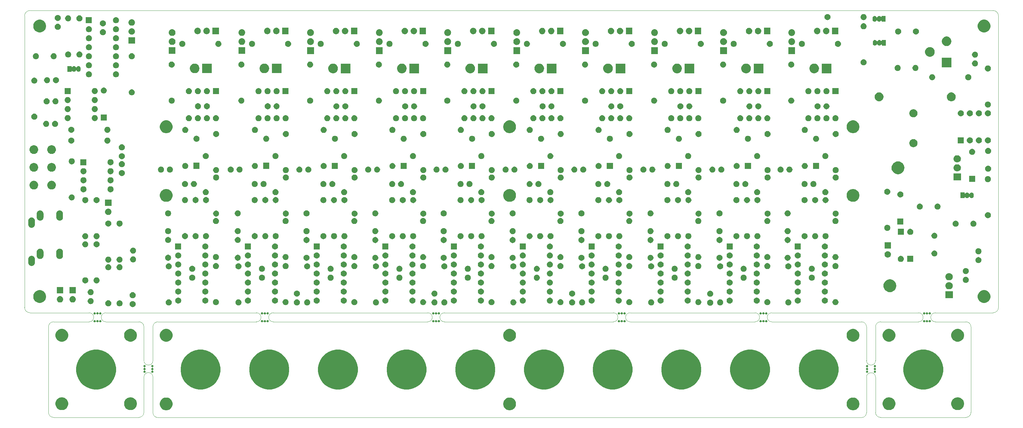
<source format=gbr>
G04 #@! TF.GenerationSoftware,KiCad,Pcbnew,(5.1.0)-1*
G04 #@! TF.CreationDate,2020-06-01T21:20:53-04:00*
G04 #@! TF.ProjectId,NixieAnalyzer,4e697869-6541-46e6-916c-797a65722e6b,rev?*
G04 #@! TF.SameCoordinates,Original*
G04 #@! TF.FileFunction,Soldermask,Top*
G04 #@! TF.FilePolarity,Negative*
%FSLAX46Y46*%
G04 Gerber Fmt 4.6, Leading zero omitted, Abs format (unit mm)*
G04 Created by KiCad (PCBNEW (5.1.0)-1) date 2020-06-01 21:20:53*
%MOMM*%
%LPD*%
G04 APERTURE LIST*
%ADD10C,0.120000*%
%ADD11C,0.100000*%
G04 APERTURE END LIST*
D10*
X318452500Y-174053500D02*
G75*
G02X320992500Y-174053500I1270000J0D01*
G01*
X320992500Y-169354500D02*
G75*
G02X318452500Y-169354500I-1270000J0D01*
G01*
X337820000Y-158432500D02*
G75*
G02X337820000Y-155892500I0J1270000D01*
G01*
X333121000Y-155892500D02*
G75*
G02X333121000Y-158432500I0J-1270000D01*
G01*
X291782500Y-158432500D02*
G75*
G02X291782500Y-155892500I0J1270000D01*
G01*
X287083500Y-155892500D02*
G75*
G02X287083500Y-158432500I0J-1270000D01*
G01*
X247205500Y-155892500D02*
G75*
G02X247205500Y-158432500I0J-1270000D01*
G01*
X251904500Y-158432500D02*
G75*
G02X251904500Y-155892500I0J1270000D01*
G01*
X115062000Y-174034000D02*
G75*
G02X117602000Y-174034000I1270000J44000D01*
G01*
X117602000Y-169354500D02*
G75*
G02X115062000Y-169354500I-1270000J0D01*
G01*
X99651000Y-155892500D02*
G75*
G02X99651000Y-158432500I0J-1270000D01*
G01*
X104330500Y-158432500D02*
G75*
G02X104330500Y-155892500I0J1270000D01*
G01*
X151447500Y-158432500D02*
G75*
G02X151447500Y-155892500I0J1270000D01*
G01*
X146748500Y-155892500D02*
G75*
G02X146748500Y-158432500I0J-1270000D01*
G01*
X199644000Y-158432500D02*
G75*
G02X199644000Y-155892500I0J1270000D01*
G01*
X194964500Y-155892500D02*
G75*
G02X194964500Y-158432500I0J-1270000D01*
G01*
X81470500Y-72263000D02*
G75*
G02X82994500Y-70739000I1524000J0D01*
G01*
X354076000Y-70739000D02*
G75*
G02X355600000Y-72263000I0J-1524000D01*
G01*
X355600000Y-154368500D02*
G75*
G02X354076000Y-155892500I-1524000J0D01*
G01*
X82994500Y-155892500D02*
G75*
G02X81470500Y-154368500I0J1524000D01*
G01*
X337820000Y-158432500D02*
X346456000Y-158432500D01*
X333121000Y-158432500D02*
X322389500Y-158432500D01*
X331343000Y-155892500D02*
X333121000Y-155892500D01*
X320992500Y-169354500D02*
X320992500Y-161905500D01*
X320992500Y-183959500D02*
X320992500Y-174053500D01*
X318452500Y-174053500D02*
X318452500Y-184023000D01*
X318452500Y-159829500D02*
X318452500Y-169354500D01*
X291782500Y-158432500D02*
X317055500Y-158432500D01*
X251904500Y-158432500D02*
X287083500Y-158432500D01*
X199644000Y-158432500D02*
X247205500Y-158432500D01*
X151447500Y-158432500D02*
X194964500Y-158432500D01*
X118999000Y-158432500D02*
X146748500Y-158432500D01*
X117602000Y-169354500D02*
X117602000Y-159829500D01*
X117602000Y-184023000D02*
X117602000Y-174034000D01*
X115062000Y-174034000D02*
X115062000Y-183959500D01*
X115062000Y-159829500D02*
X115062000Y-169354500D01*
X104330500Y-158432500D02*
X113665000Y-158432500D01*
X99651000Y-158432500D02*
X89598500Y-158432500D01*
X337820000Y-155892500D02*
X354076000Y-155892500D01*
X291782500Y-155892500D02*
X331343000Y-155892500D01*
X251904500Y-155892500D02*
X287083500Y-155892500D01*
X199644000Y-155892500D02*
X247205500Y-155892500D01*
X151447500Y-155892500D02*
X194964500Y-155892500D01*
X104330500Y-155892500D02*
X146748500Y-155892500D01*
X82994500Y-155892500D02*
X99651000Y-155892500D01*
X81470500Y-72263000D02*
X81470500Y-154368500D01*
X354076000Y-70739000D02*
X82994500Y-70739000D01*
X355600000Y-154368500D02*
X355600000Y-72263000D01*
X322389500Y-185356500D02*
X346456000Y-185356500D01*
X322389500Y-185356500D02*
G75*
G02X320992500Y-183959500I0J1397000D01*
G01*
X347853000Y-183959500D02*
G75*
G02X346456000Y-185356500I-1397000J0D01*
G01*
X346456000Y-158432500D02*
G75*
G02X347853000Y-159829500I0J-1397000D01*
G01*
X347853000Y-159829500D02*
X347853000Y-183959500D01*
X320992500Y-161905500D02*
X320992500Y-159829500D01*
X320992500Y-159829500D02*
G75*
G02X322389500Y-158432500I1397000J0D01*
G01*
X88201500Y-159829500D02*
G75*
G02X89598500Y-158432500I1397000J0D01*
G01*
X89598500Y-185356500D02*
G75*
G02X88201500Y-183959500I0J1397000D01*
G01*
X115062000Y-183959500D02*
G75*
G02X113665000Y-185356500I-1397000J0D01*
G01*
X113665000Y-158432500D02*
G75*
G02X115062000Y-159829500I0J-1397000D01*
G01*
X88201500Y-161925000D02*
X88201500Y-159829500D01*
X89598500Y-185356500D02*
X113665000Y-185356500D01*
X88201500Y-161925000D02*
X88201500Y-183959500D01*
X317055500Y-158432500D02*
G75*
G02X318452500Y-159829500I0J-1397000D01*
G01*
X318452500Y-184023000D02*
G75*
G02X317055500Y-185420000I-1397000J0D01*
G01*
X118999000Y-185420000D02*
G75*
G02X117602000Y-184023000I0J1397000D01*
G01*
X117602000Y-159829500D02*
G75*
G02X118999000Y-158432500I1397000J0D01*
G01*
X118999000Y-185420000D02*
X123444000Y-185420000D01*
X123444000Y-185420000D02*
X317055500Y-185420000D01*
D11*
G36*
X315179261Y-179828681D02*
G01*
X315507022Y-179964444D01*
X315802000Y-180161542D01*
X316052858Y-180412400D01*
X316249956Y-180707378D01*
X316385719Y-181035139D01*
X316454930Y-181383086D01*
X316454930Y-181737854D01*
X316385719Y-182085801D01*
X316249956Y-182413562D01*
X316052858Y-182708540D01*
X315802000Y-182959398D01*
X315507022Y-183156496D01*
X315179261Y-183292259D01*
X314831314Y-183361470D01*
X314476546Y-183361470D01*
X314128599Y-183292259D01*
X313800838Y-183156496D01*
X313505860Y-182959398D01*
X313255002Y-182708540D01*
X313057904Y-182413562D01*
X312922141Y-182085801D01*
X312852930Y-181737854D01*
X312852930Y-181383086D01*
X312922141Y-181035139D01*
X313057904Y-180707378D01*
X313255002Y-180412400D01*
X313505860Y-180161542D01*
X313800838Y-179964444D01*
X314128599Y-179828681D01*
X314476546Y-179759470D01*
X314831314Y-179759470D01*
X315179261Y-179828681D01*
X315179261Y-179828681D01*
G37*
G36*
X218519561Y-179828681D02*
G01*
X218847322Y-179964444D01*
X219142300Y-180161542D01*
X219393158Y-180412400D01*
X219590256Y-180707378D01*
X219726019Y-181035139D01*
X219795230Y-181383086D01*
X219795230Y-181737854D01*
X219726019Y-182085801D01*
X219590256Y-182413562D01*
X219393158Y-182708540D01*
X219142300Y-182959398D01*
X218847322Y-183156496D01*
X218519561Y-183292259D01*
X218171614Y-183361470D01*
X217816846Y-183361470D01*
X217468899Y-183292259D01*
X217141138Y-183156496D01*
X216846160Y-182959398D01*
X216595302Y-182708540D01*
X216398204Y-182413562D01*
X216262441Y-182085801D01*
X216193230Y-181737854D01*
X216193230Y-181383086D01*
X216262441Y-181035139D01*
X216398204Y-180707378D01*
X216595302Y-180412400D01*
X216846160Y-180161542D01*
X217141138Y-179964444D01*
X217468899Y-179828681D01*
X217816846Y-179759470D01*
X218171614Y-179759470D01*
X218519561Y-179828681D01*
X218519561Y-179828681D01*
G37*
G36*
X121859861Y-179828681D02*
G01*
X122187622Y-179964444D01*
X122482600Y-180161542D01*
X122733458Y-180412400D01*
X122930556Y-180707378D01*
X123066319Y-181035139D01*
X123135530Y-181383086D01*
X123135530Y-181737854D01*
X123066319Y-182085801D01*
X122930556Y-182413562D01*
X122733458Y-182708540D01*
X122482600Y-182959398D01*
X122187622Y-183156496D01*
X121859861Y-183292259D01*
X121511914Y-183361470D01*
X121157146Y-183361470D01*
X120809199Y-183292259D01*
X120481438Y-183156496D01*
X120186460Y-182959398D01*
X119935602Y-182708540D01*
X119738504Y-182413562D01*
X119602741Y-182085801D01*
X119533530Y-181737854D01*
X119533530Y-181383086D01*
X119602741Y-181035139D01*
X119738504Y-180707378D01*
X119935602Y-180412400D01*
X120186460Y-180161542D01*
X120481438Y-179964444D01*
X120809199Y-179828681D01*
X121157146Y-179759470D01*
X121511914Y-179759470D01*
X121859861Y-179828681D01*
X121859861Y-179828681D01*
G37*
G36*
X92473331Y-179765181D02*
G01*
X92801092Y-179900944D01*
X93096070Y-180098042D01*
X93346928Y-180348900D01*
X93544026Y-180643878D01*
X93679789Y-180971639D01*
X93749000Y-181319586D01*
X93749000Y-181674354D01*
X93679789Y-182022301D01*
X93544026Y-182350062D01*
X93346928Y-182645040D01*
X93096070Y-182895898D01*
X92801092Y-183092996D01*
X92473331Y-183228759D01*
X92125384Y-183297970D01*
X91770616Y-183297970D01*
X91422669Y-183228759D01*
X91094908Y-183092996D01*
X90799930Y-182895898D01*
X90549072Y-182645040D01*
X90351974Y-182350062D01*
X90216211Y-182022301D01*
X90147000Y-181674354D01*
X90147000Y-181319586D01*
X90216211Y-180971639D01*
X90351974Y-180643878D01*
X90549072Y-180348900D01*
X90799930Y-180098042D01*
X91094908Y-179900944D01*
X91422669Y-179765181D01*
X91770616Y-179695970D01*
X92125384Y-179695970D01*
X92473331Y-179765181D01*
X92473331Y-179765181D01*
G37*
G36*
X111805271Y-179765181D02*
G01*
X112133032Y-179900944D01*
X112428010Y-180098042D01*
X112678868Y-180348900D01*
X112875966Y-180643878D01*
X113011729Y-180971639D01*
X113080940Y-181319586D01*
X113080940Y-181674354D01*
X113011729Y-182022301D01*
X112875966Y-182350062D01*
X112678868Y-182645040D01*
X112428010Y-182895898D01*
X112133032Y-183092996D01*
X111805271Y-183228759D01*
X111457324Y-183297970D01*
X111102556Y-183297970D01*
X110754609Y-183228759D01*
X110426848Y-183092996D01*
X110131870Y-182895898D01*
X109881012Y-182645040D01*
X109683914Y-182350062D01*
X109548151Y-182022301D01*
X109478940Y-181674354D01*
X109478940Y-181319586D01*
X109548151Y-180971639D01*
X109683914Y-180643878D01*
X109881012Y-180348900D01*
X110131870Y-180098042D01*
X110426848Y-179900944D01*
X110754609Y-179765181D01*
X111102556Y-179695970D01*
X111457324Y-179695970D01*
X111805271Y-179765181D01*
X111805271Y-179765181D01*
G37*
G36*
X344631831Y-179765181D02*
G01*
X344959592Y-179900944D01*
X345254570Y-180098042D01*
X345505428Y-180348900D01*
X345702526Y-180643878D01*
X345838289Y-180971639D01*
X345907500Y-181319586D01*
X345907500Y-181674354D01*
X345838289Y-182022301D01*
X345702526Y-182350062D01*
X345505428Y-182645040D01*
X345254570Y-182895898D01*
X344959592Y-183092996D01*
X344631831Y-183228759D01*
X344283884Y-183297970D01*
X343929116Y-183297970D01*
X343581169Y-183228759D01*
X343253408Y-183092996D01*
X342958430Y-182895898D01*
X342707572Y-182645040D01*
X342510474Y-182350062D01*
X342374711Y-182022301D01*
X342305500Y-181674354D01*
X342305500Y-181319586D01*
X342374711Y-180971639D01*
X342510474Y-180643878D01*
X342707572Y-180348900D01*
X342958430Y-180098042D01*
X343253408Y-179900944D01*
X343581169Y-179765181D01*
X343929116Y-179695970D01*
X344283884Y-179695970D01*
X344631831Y-179765181D01*
X344631831Y-179765181D01*
G37*
G36*
X325299891Y-179765181D02*
G01*
X325627652Y-179900944D01*
X325922630Y-180098042D01*
X326173488Y-180348900D01*
X326370586Y-180643878D01*
X326506349Y-180971639D01*
X326575560Y-181319586D01*
X326575560Y-181674354D01*
X326506349Y-182022301D01*
X326370586Y-182350062D01*
X326173488Y-182645040D01*
X325922630Y-182895898D01*
X325627652Y-183092996D01*
X325299891Y-183228759D01*
X324951944Y-183297970D01*
X324597176Y-183297970D01*
X324249229Y-183228759D01*
X323921468Y-183092996D01*
X323626490Y-182895898D01*
X323375632Y-182645040D01*
X323178534Y-182350062D01*
X323042771Y-182022301D01*
X322973560Y-181674354D01*
X322973560Y-181319586D01*
X323042771Y-180971639D01*
X323178534Y-180643878D01*
X323375632Y-180348900D01*
X323626490Y-180098042D01*
X323921468Y-179900944D01*
X324249229Y-179765181D01*
X324597176Y-179695970D01*
X324951944Y-179695970D01*
X325299891Y-179765181D01*
X325299891Y-179765181D01*
G37*
G36*
X171298665Y-166508839D02*
G01*
X172317963Y-166931046D01*
X172317965Y-166931047D01*
X173235309Y-167543997D01*
X174015447Y-168324135D01*
X174628398Y-169241481D01*
X175050605Y-170260779D01*
X175265844Y-171342858D01*
X175265844Y-172446142D01*
X175050605Y-173528221D01*
X174628398Y-174547519D01*
X174628397Y-174547521D01*
X174015447Y-175464865D01*
X173235309Y-176245003D01*
X172317965Y-176857953D01*
X172317964Y-176857954D01*
X172317963Y-176857954D01*
X171298665Y-177280161D01*
X170216586Y-177495400D01*
X169113302Y-177495400D01*
X168031223Y-177280161D01*
X167011925Y-176857954D01*
X167011924Y-176857954D01*
X167011923Y-176857953D01*
X166094579Y-176245003D01*
X165314441Y-175464865D01*
X164701491Y-174547521D01*
X164701490Y-174547519D01*
X164279283Y-173528221D01*
X164064044Y-172446142D01*
X164064044Y-171342858D01*
X164279283Y-170260779D01*
X164701490Y-169241481D01*
X165314441Y-168324135D01*
X166094579Y-167543997D01*
X167011923Y-166931047D01*
X167011925Y-166931046D01*
X168031223Y-166508839D01*
X169113302Y-166293600D01*
X170216586Y-166293600D01*
X171298665Y-166508839D01*
X171298665Y-166508839D01*
G37*
G36*
X103247691Y-166508839D02*
G01*
X104266989Y-166931046D01*
X104266991Y-166931047D01*
X105184335Y-167543997D01*
X105964473Y-168324135D01*
X106577424Y-169241481D01*
X106999631Y-170260779D01*
X107214870Y-171342858D01*
X107214870Y-172446142D01*
X106999631Y-173528221D01*
X106577424Y-174547519D01*
X106577423Y-174547521D01*
X105964473Y-175464865D01*
X105184335Y-176245003D01*
X104266991Y-176857953D01*
X104266990Y-176857954D01*
X104266989Y-176857954D01*
X103247691Y-177280161D01*
X102165612Y-177495400D01*
X101062328Y-177495400D01*
X99980249Y-177280161D01*
X98960951Y-176857954D01*
X98960950Y-176857954D01*
X98960949Y-176857953D01*
X98043605Y-176245003D01*
X97263467Y-175464865D01*
X96650517Y-174547521D01*
X96650516Y-174547519D01*
X96228309Y-173528221D01*
X96013070Y-172446142D01*
X96013070Y-171342858D01*
X96228309Y-170260779D01*
X96650516Y-169241481D01*
X97263467Y-168324135D01*
X98043605Y-167543997D01*
X98960949Y-166931047D01*
X98960951Y-166931046D01*
X99980249Y-166508839D01*
X101062328Y-166293600D01*
X102165612Y-166293600D01*
X103247691Y-166508839D01*
X103247691Y-166508839D01*
G37*
G36*
X132634221Y-166508839D02*
G01*
X133653519Y-166931046D01*
X133653521Y-166931047D01*
X134570865Y-167543997D01*
X135351003Y-168324135D01*
X135963954Y-169241481D01*
X136386161Y-170260779D01*
X136601400Y-171342858D01*
X136601400Y-172446142D01*
X136386161Y-173528221D01*
X135963954Y-174547519D01*
X135963953Y-174547521D01*
X135351003Y-175464865D01*
X134570865Y-176245003D01*
X133653521Y-176857953D01*
X133653520Y-176857954D01*
X133653519Y-176857954D01*
X132634221Y-177280161D01*
X131552142Y-177495400D01*
X130448858Y-177495400D01*
X129366779Y-177280161D01*
X128347481Y-176857954D01*
X128347480Y-176857954D01*
X128347479Y-176857953D01*
X127430135Y-176245003D01*
X126649997Y-175464865D01*
X126037047Y-174547521D01*
X126037046Y-174547519D01*
X125614839Y-173528221D01*
X125399600Y-172446142D01*
X125399600Y-171342858D01*
X125614839Y-170260779D01*
X126037046Y-169241481D01*
X126649997Y-168324135D01*
X127430135Y-167543997D01*
X128347479Y-166931047D01*
X128347481Y-166931046D01*
X129366779Y-166508839D01*
X130448858Y-166293600D01*
X131552142Y-166293600D01*
X132634221Y-166508839D01*
X132634221Y-166508839D01*
G37*
G36*
X306624221Y-166508839D02*
G01*
X307643519Y-166931046D01*
X307643521Y-166931047D01*
X308560865Y-167543997D01*
X309341003Y-168324135D01*
X309953954Y-169241481D01*
X310376161Y-170260779D01*
X310591400Y-171342858D01*
X310591400Y-172446142D01*
X310376161Y-173528221D01*
X309953954Y-174547519D01*
X309953953Y-174547521D01*
X309341003Y-175464865D01*
X308560865Y-176245003D01*
X307643521Y-176857953D01*
X307643520Y-176857954D01*
X307643519Y-176857954D01*
X306624221Y-177280161D01*
X305542142Y-177495400D01*
X304438858Y-177495400D01*
X303356779Y-177280161D01*
X302337481Y-176857954D01*
X302337480Y-176857954D01*
X302337479Y-176857953D01*
X301420135Y-176245003D01*
X300639997Y-175464865D01*
X300027047Y-174547521D01*
X300027046Y-174547519D01*
X299604839Y-173528221D01*
X299389600Y-172446142D01*
X299389600Y-171342858D01*
X299604839Y-170260779D01*
X300027046Y-169241481D01*
X300639997Y-168324135D01*
X301420135Y-167543997D01*
X302337479Y-166931047D01*
X302337481Y-166931046D01*
X303356779Y-166508839D01*
X304438858Y-166293600D01*
X305542142Y-166293600D01*
X306624221Y-166508839D01*
X306624221Y-166508839D01*
G37*
G36*
X151966443Y-166508839D02*
G01*
X152985741Y-166931046D01*
X152985743Y-166931047D01*
X153903087Y-167543997D01*
X154683225Y-168324135D01*
X155296176Y-169241481D01*
X155718383Y-170260779D01*
X155933622Y-171342858D01*
X155933622Y-172446142D01*
X155718383Y-173528221D01*
X155296176Y-174547519D01*
X155296175Y-174547521D01*
X154683225Y-175464865D01*
X153903087Y-176245003D01*
X152985743Y-176857953D01*
X152985742Y-176857954D01*
X152985741Y-176857954D01*
X151966443Y-177280161D01*
X150884364Y-177495400D01*
X149781080Y-177495400D01*
X148699001Y-177280161D01*
X147679703Y-176857954D01*
X147679702Y-176857954D01*
X147679701Y-176857953D01*
X146762357Y-176245003D01*
X145982219Y-175464865D01*
X145369269Y-174547521D01*
X145369268Y-174547519D01*
X144947061Y-173528221D01*
X144731822Y-172446142D01*
X144731822Y-171342858D01*
X144947061Y-170260779D01*
X145369268Y-169241481D01*
X145982219Y-168324135D01*
X146762357Y-167543997D01*
X147679701Y-166931047D01*
X147679703Y-166931046D01*
X148699001Y-166508839D01*
X149781080Y-166293600D01*
X150884364Y-166293600D01*
X151966443Y-166508839D01*
X151966443Y-166508839D01*
G37*
G36*
X267959775Y-166508839D02*
G01*
X268979073Y-166931046D01*
X268979075Y-166931047D01*
X269896419Y-167543997D01*
X270676557Y-168324135D01*
X271289508Y-169241481D01*
X271711715Y-170260779D01*
X271926954Y-171342858D01*
X271926954Y-172446142D01*
X271711715Y-173528221D01*
X271289508Y-174547519D01*
X271289507Y-174547521D01*
X270676557Y-175464865D01*
X269896419Y-176245003D01*
X268979075Y-176857953D01*
X268979074Y-176857954D01*
X268979073Y-176857954D01*
X267959775Y-177280161D01*
X266877696Y-177495400D01*
X265774412Y-177495400D01*
X264692333Y-177280161D01*
X263673035Y-176857954D01*
X263673034Y-176857954D01*
X263673033Y-176857953D01*
X262755689Y-176245003D01*
X261975551Y-175464865D01*
X261362601Y-174547521D01*
X261362600Y-174547519D01*
X260940393Y-173528221D01*
X260725154Y-172446142D01*
X260725154Y-171342858D01*
X260940393Y-170260779D01*
X261362600Y-169241481D01*
X261975551Y-168324135D01*
X262755689Y-167543997D01*
X263673033Y-166931047D01*
X263673035Y-166931046D01*
X264692333Y-166508839D01*
X265774412Y-166293600D01*
X266877696Y-166293600D01*
X267959775Y-166508839D01*
X267959775Y-166508839D01*
G37*
G36*
X287291997Y-166508839D02*
G01*
X288311295Y-166931046D01*
X288311297Y-166931047D01*
X289228641Y-167543997D01*
X290008779Y-168324135D01*
X290621730Y-169241481D01*
X291043937Y-170260779D01*
X291259176Y-171342858D01*
X291259176Y-172446142D01*
X291043937Y-173528221D01*
X290621730Y-174547519D01*
X290621729Y-174547521D01*
X290008779Y-175464865D01*
X289228641Y-176245003D01*
X288311297Y-176857953D01*
X288311296Y-176857954D01*
X288311295Y-176857954D01*
X287291997Y-177280161D01*
X286209918Y-177495400D01*
X285106634Y-177495400D01*
X284024555Y-177280161D01*
X283005257Y-176857954D01*
X283005256Y-176857954D01*
X283005255Y-176857953D01*
X282087911Y-176245003D01*
X281307773Y-175464865D01*
X280694823Y-174547521D01*
X280694822Y-174547519D01*
X280272615Y-173528221D01*
X280057376Y-172446142D01*
X280057376Y-171342858D01*
X280272615Y-170260779D01*
X280694822Y-169241481D01*
X281307773Y-168324135D01*
X282087911Y-167543997D01*
X283005255Y-166931047D01*
X283005257Y-166931046D01*
X284024555Y-166508839D01*
X285106634Y-166293600D01*
X286209918Y-166293600D01*
X287291997Y-166508839D01*
X287291997Y-166508839D01*
G37*
G36*
X248627553Y-166508839D02*
G01*
X249646851Y-166931046D01*
X249646853Y-166931047D01*
X250564197Y-167543997D01*
X251344335Y-168324135D01*
X251957286Y-169241481D01*
X252379493Y-170260779D01*
X252594732Y-171342858D01*
X252594732Y-172446142D01*
X252379493Y-173528221D01*
X251957286Y-174547519D01*
X251957285Y-174547521D01*
X251344335Y-175464865D01*
X250564197Y-176245003D01*
X249646853Y-176857953D01*
X249646852Y-176857954D01*
X249646851Y-176857954D01*
X248627553Y-177280161D01*
X247545474Y-177495400D01*
X246442190Y-177495400D01*
X245360111Y-177280161D01*
X244340813Y-176857954D01*
X244340812Y-176857954D01*
X244340811Y-176857953D01*
X243423467Y-176245003D01*
X242643329Y-175464865D01*
X242030379Y-174547521D01*
X242030378Y-174547519D01*
X241608171Y-173528221D01*
X241392932Y-172446142D01*
X241392932Y-171342858D01*
X241608171Y-170260779D01*
X242030378Y-169241481D01*
X242643329Y-168324135D01*
X243423467Y-167543997D01*
X244340811Y-166931047D01*
X244340813Y-166931046D01*
X245360111Y-166508839D01*
X246442190Y-166293600D01*
X247545474Y-166293600D01*
X248627553Y-166508839D01*
X248627553Y-166508839D01*
G37*
G36*
X229295331Y-166508839D02*
G01*
X230314629Y-166931046D01*
X230314631Y-166931047D01*
X231231975Y-167543997D01*
X232012113Y-168324135D01*
X232625064Y-169241481D01*
X233047271Y-170260779D01*
X233262510Y-171342858D01*
X233262510Y-172446142D01*
X233047271Y-173528221D01*
X232625064Y-174547519D01*
X232625063Y-174547521D01*
X232012113Y-175464865D01*
X231231975Y-176245003D01*
X230314631Y-176857953D01*
X230314630Y-176857954D01*
X230314629Y-176857954D01*
X229295331Y-177280161D01*
X228213252Y-177495400D01*
X227109968Y-177495400D01*
X226027889Y-177280161D01*
X225008591Y-176857954D01*
X225008590Y-176857954D01*
X225008589Y-176857953D01*
X224091245Y-176245003D01*
X223311107Y-175464865D01*
X222698157Y-174547521D01*
X222698156Y-174547519D01*
X222275949Y-173528221D01*
X222060710Y-172446142D01*
X222060710Y-171342858D01*
X222275949Y-170260779D01*
X222698156Y-169241481D01*
X223311107Y-168324135D01*
X224091245Y-167543997D01*
X225008589Y-166931047D01*
X225008591Y-166931046D01*
X226027889Y-166508839D01*
X227109968Y-166293600D01*
X228213252Y-166293600D01*
X229295331Y-166508839D01*
X229295331Y-166508839D01*
G37*
G36*
X190630887Y-166508839D02*
G01*
X191650185Y-166931046D01*
X191650187Y-166931047D01*
X192567531Y-167543997D01*
X193347669Y-168324135D01*
X193960620Y-169241481D01*
X194382827Y-170260779D01*
X194598066Y-171342858D01*
X194598066Y-172446142D01*
X194382827Y-173528221D01*
X193960620Y-174547519D01*
X193960619Y-174547521D01*
X193347669Y-175464865D01*
X192567531Y-176245003D01*
X191650187Y-176857953D01*
X191650186Y-176857954D01*
X191650185Y-176857954D01*
X190630887Y-177280161D01*
X189548808Y-177495400D01*
X188445524Y-177495400D01*
X187363445Y-177280161D01*
X186344147Y-176857954D01*
X186344146Y-176857954D01*
X186344145Y-176857953D01*
X185426801Y-176245003D01*
X184646663Y-175464865D01*
X184033713Y-174547521D01*
X184033712Y-174547519D01*
X183611505Y-173528221D01*
X183396266Y-172446142D01*
X183396266Y-171342858D01*
X183611505Y-170260779D01*
X184033712Y-169241481D01*
X184646663Y-168324135D01*
X185426801Y-167543997D01*
X186344145Y-166931047D01*
X186344147Y-166931046D01*
X187363445Y-166508839D01*
X188445524Y-166293600D01*
X189548808Y-166293600D01*
X190630887Y-166508839D01*
X190630887Y-166508839D01*
G37*
G36*
X336074251Y-166508839D02*
G01*
X337093549Y-166931046D01*
X337093551Y-166931047D01*
X338010895Y-167543997D01*
X338791033Y-168324135D01*
X339403984Y-169241481D01*
X339826191Y-170260779D01*
X340041430Y-171342858D01*
X340041430Y-172446142D01*
X339826191Y-173528221D01*
X339403984Y-174547519D01*
X339403983Y-174547521D01*
X338791033Y-175464865D01*
X338010895Y-176245003D01*
X337093551Y-176857953D01*
X337093550Y-176857954D01*
X337093549Y-176857954D01*
X336074251Y-177280161D01*
X334992172Y-177495400D01*
X333888888Y-177495400D01*
X332806809Y-177280161D01*
X331787511Y-176857954D01*
X331787510Y-176857954D01*
X331787509Y-176857953D01*
X330870165Y-176245003D01*
X330090027Y-175464865D01*
X329477077Y-174547521D01*
X329477076Y-174547519D01*
X329054869Y-173528221D01*
X328839630Y-172446142D01*
X328839630Y-171342858D01*
X329054869Y-170260779D01*
X329477076Y-169241481D01*
X330090027Y-168324135D01*
X330870165Y-167543997D01*
X331787509Y-166931047D01*
X331787511Y-166931046D01*
X332806809Y-166508839D01*
X333888888Y-166293600D01*
X334992172Y-166293600D01*
X336074251Y-166508839D01*
X336074251Y-166508839D01*
G37*
G36*
X209963109Y-166508839D02*
G01*
X210982407Y-166931046D01*
X210982409Y-166931047D01*
X211899753Y-167543997D01*
X212679891Y-168324135D01*
X213292842Y-169241481D01*
X213715049Y-170260779D01*
X213930288Y-171342858D01*
X213930288Y-172446142D01*
X213715049Y-173528221D01*
X213292842Y-174547519D01*
X213292841Y-174547521D01*
X212679891Y-175464865D01*
X211899753Y-176245003D01*
X210982409Y-176857953D01*
X210982408Y-176857954D01*
X210982407Y-176857954D01*
X209963109Y-177280161D01*
X208881030Y-177495400D01*
X207777746Y-177495400D01*
X206695667Y-177280161D01*
X205676369Y-176857954D01*
X205676368Y-176857954D01*
X205676367Y-176857953D01*
X204759023Y-176245003D01*
X203978885Y-175464865D01*
X203365935Y-174547521D01*
X203365934Y-174547519D01*
X202943727Y-173528221D01*
X202728488Y-172446142D01*
X202728488Y-171342858D01*
X202943727Y-170260779D01*
X203365934Y-169241481D01*
X203978885Y-168324135D01*
X204759023Y-167543997D01*
X205676367Y-166931047D01*
X205676369Y-166931046D01*
X206695667Y-166508839D01*
X207777746Y-166293600D01*
X208881030Y-166293600D01*
X209963109Y-166508839D01*
X209963109Y-166508839D01*
G37*
G36*
X320910297Y-170614567D02*
G01*
X320965075Y-170637257D01*
X320965077Y-170637258D01*
X321014376Y-170670198D01*
X321056302Y-170712124D01*
X321089242Y-170761423D01*
X321089243Y-170761425D01*
X321111933Y-170816203D01*
X321123500Y-170874353D01*
X321123500Y-170933647D01*
X321111933Y-170991797D01*
X321089243Y-171046575D01*
X321089242Y-171046577D01*
X321056302Y-171095876D01*
X321014376Y-171137802D01*
X320965077Y-171170742D01*
X320965076Y-171170743D01*
X320965075Y-171170743D01*
X320922168Y-171188516D01*
X320900557Y-171200067D01*
X320881615Y-171215613D01*
X320866070Y-171234555D01*
X320854519Y-171256165D01*
X320847406Y-171279614D01*
X320845004Y-171304000D01*
X320847406Y-171328387D01*
X320854519Y-171351835D01*
X320866070Y-171373446D01*
X320881616Y-171392388D01*
X320900558Y-171407933D01*
X320922168Y-171419484D01*
X320965075Y-171437257D01*
X320965077Y-171437258D01*
X321014376Y-171470198D01*
X321056302Y-171512124D01*
X321089242Y-171561423D01*
X321089243Y-171561425D01*
X321111933Y-171616203D01*
X321123500Y-171674353D01*
X321123500Y-171733647D01*
X321111933Y-171791797D01*
X321089243Y-171846575D01*
X321089242Y-171846577D01*
X321056302Y-171895876D01*
X321014376Y-171937802D01*
X320965077Y-171970742D01*
X320965076Y-171970743D01*
X320965075Y-171970743D01*
X320922168Y-171988516D01*
X320900557Y-172000067D01*
X320881615Y-172015613D01*
X320866070Y-172034555D01*
X320854519Y-172056165D01*
X320847406Y-172079614D01*
X320845004Y-172104000D01*
X320847406Y-172128387D01*
X320854519Y-172151835D01*
X320866070Y-172173446D01*
X320881616Y-172192388D01*
X320900558Y-172207933D01*
X320922168Y-172219484D01*
X320965075Y-172237257D01*
X320965077Y-172237258D01*
X321014376Y-172270198D01*
X321056302Y-172312124D01*
X321089242Y-172361423D01*
X321089243Y-172361425D01*
X321111933Y-172416203D01*
X321123500Y-172474353D01*
X321123500Y-172533647D01*
X321111933Y-172591797D01*
X321089243Y-172646575D01*
X321089242Y-172646577D01*
X321056302Y-172695876D01*
X321014376Y-172737802D01*
X320965077Y-172770742D01*
X320965076Y-172770743D01*
X320965075Y-172770743D01*
X320910297Y-172793433D01*
X320852147Y-172805000D01*
X320792853Y-172805000D01*
X320734703Y-172793433D01*
X320679925Y-172770743D01*
X320679924Y-172770743D01*
X320679923Y-172770742D01*
X320630624Y-172737802D01*
X320588698Y-172695876D01*
X320555758Y-172646577D01*
X320555757Y-172646575D01*
X320533067Y-172591797D01*
X320521500Y-172533647D01*
X320521500Y-172474353D01*
X320533067Y-172416203D01*
X320555757Y-172361425D01*
X320555758Y-172361423D01*
X320588698Y-172312124D01*
X320630624Y-172270198D01*
X320679923Y-172237258D01*
X320679925Y-172237257D01*
X320722832Y-172219484D01*
X320744443Y-172207933D01*
X320763385Y-172192387D01*
X320778930Y-172173445D01*
X320790481Y-172151835D01*
X320797594Y-172128386D01*
X320799996Y-172104000D01*
X320797594Y-172079613D01*
X320790481Y-172056165D01*
X320778930Y-172034554D01*
X320763384Y-172015612D01*
X320744442Y-172000067D01*
X320722832Y-171988516D01*
X320679925Y-171970743D01*
X320679924Y-171970743D01*
X320679923Y-171970742D01*
X320630624Y-171937802D01*
X320588698Y-171895876D01*
X320555758Y-171846577D01*
X320555757Y-171846575D01*
X320533067Y-171791797D01*
X320521500Y-171733647D01*
X320521500Y-171674353D01*
X320533067Y-171616203D01*
X320555757Y-171561425D01*
X320555758Y-171561423D01*
X320588698Y-171512124D01*
X320630624Y-171470198D01*
X320679923Y-171437258D01*
X320679925Y-171437257D01*
X320722832Y-171419484D01*
X320744443Y-171407933D01*
X320763385Y-171392387D01*
X320778930Y-171373445D01*
X320790481Y-171351835D01*
X320797594Y-171328386D01*
X320799996Y-171304000D01*
X320797594Y-171279613D01*
X320790481Y-171256165D01*
X320778930Y-171234554D01*
X320763384Y-171215612D01*
X320744442Y-171200067D01*
X320722832Y-171188516D01*
X320679925Y-171170743D01*
X320679924Y-171170743D01*
X320679923Y-171170742D01*
X320630624Y-171137802D01*
X320588698Y-171095876D01*
X320555758Y-171046577D01*
X320555757Y-171046575D01*
X320533067Y-170991797D01*
X320521500Y-170933647D01*
X320521500Y-170874353D01*
X320533067Y-170816203D01*
X320555757Y-170761425D01*
X320555758Y-170761423D01*
X320588698Y-170712124D01*
X320630624Y-170670198D01*
X320679923Y-170637258D01*
X320679925Y-170637257D01*
X320734703Y-170614567D01*
X320792853Y-170603000D01*
X320852147Y-170603000D01*
X320910297Y-170614567D01*
X320910297Y-170614567D01*
G37*
G36*
X318710297Y-170614567D02*
G01*
X318765075Y-170637257D01*
X318765077Y-170637258D01*
X318814376Y-170670198D01*
X318856302Y-170712124D01*
X318889242Y-170761423D01*
X318889243Y-170761425D01*
X318911933Y-170816203D01*
X318923500Y-170874353D01*
X318923500Y-170933647D01*
X318911933Y-170991797D01*
X318889243Y-171046575D01*
X318889242Y-171046577D01*
X318856302Y-171095876D01*
X318814376Y-171137802D01*
X318765077Y-171170742D01*
X318765076Y-171170743D01*
X318765075Y-171170743D01*
X318722168Y-171188516D01*
X318700557Y-171200067D01*
X318681615Y-171215613D01*
X318666070Y-171234555D01*
X318654519Y-171256165D01*
X318647406Y-171279614D01*
X318645004Y-171304000D01*
X318647406Y-171328387D01*
X318654519Y-171351835D01*
X318666070Y-171373446D01*
X318681616Y-171392388D01*
X318700558Y-171407933D01*
X318722168Y-171419484D01*
X318765075Y-171437257D01*
X318765077Y-171437258D01*
X318814376Y-171470198D01*
X318856302Y-171512124D01*
X318889242Y-171561423D01*
X318889243Y-171561425D01*
X318911933Y-171616203D01*
X318923500Y-171674353D01*
X318923500Y-171733647D01*
X318911933Y-171791797D01*
X318889243Y-171846575D01*
X318889242Y-171846577D01*
X318856302Y-171895876D01*
X318814376Y-171937802D01*
X318765077Y-171970742D01*
X318765076Y-171970743D01*
X318765075Y-171970743D01*
X318722168Y-171988516D01*
X318700557Y-172000067D01*
X318681615Y-172015613D01*
X318666070Y-172034555D01*
X318654519Y-172056165D01*
X318647406Y-172079614D01*
X318645004Y-172104000D01*
X318647406Y-172128387D01*
X318654519Y-172151835D01*
X318666070Y-172173446D01*
X318681616Y-172192388D01*
X318700558Y-172207933D01*
X318722168Y-172219484D01*
X318765075Y-172237257D01*
X318765077Y-172237258D01*
X318814376Y-172270198D01*
X318856302Y-172312124D01*
X318889242Y-172361423D01*
X318889243Y-172361425D01*
X318911933Y-172416203D01*
X318923500Y-172474353D01*
X318923500Y-172533647D01*
X318911933Y-172591797D01*
X318889243Y-172646575D01*
X318889242Y-172646577D01*
X318856302Y-172695876D01*
X318814376Y-172737802D01*
X318765077Y-172770742D01*
X318765076Y-172770743D01*
X318765075Y-172770743D01*
X318710297Y-172793433D01*
X318652147Y-172805000D01*
X318592853Y-172805000D01*
X318534703Y-172793433D01*
X318479925Y-172770743D01*
X318479924Y-172770743D01*
X318479923Y-172770742D01*
X318430624Y-172737802D01*
X318388698Y-172695876D01*
X318355758Y-172646577D01*
X318355757Y-172646575D01*
X318333067Y-172591797D01*
X318321500Y-172533647D01*
X318321500Y-172474353D01*
X318333067Y-172416203D01*
X318355757Y-172361425D01*
X318355758Y-172361423D01*
X318388698Y-172312124D01*
X318430624Y-172270198D01*
X318479923Y-172237258D01*
X318479925Y-172237257D01*
X318522832Y-172219484D01*
X318544443Y-172207933D01*
X318563385Y-172192387D01*
X318578930Y-172173445D01*
X318590481Y-172151835D01*
X318597594Y-172128386D01*
X318599996Y-172104000D01*
X318597594Y-172079613D01*
X318590481Y-172056165D01*
X318578930Y-172034554D01*
X318563384Y-172015612D01*
X318544442Y-172000067D01*
X318522832Y-171988516D01*
X318479925Y-171970743D01*
X318479924Y-171970743D01*
X318479923Y-171970742D01*
X318430624Y-171937802D01*
X318388698Y-171895876D01*
X318355758Y-171846577D01*
X318355757Y-171846575D01*
X318333067Y-171791797D01*
X318321500Y-171733647D01*
X318321500Y-171674353D01*
X318333067Y-171616203D01*
X318355757Y-171561425D01*
X318355758Y-171561423D01*
X318388698Y-171512124D01*
X318430624Y-171470198D01*
X318479923Y-171437258D01*
X318479925Y-171437257D01*
X318522832Y-171419484D01*
X318544443Y-171407933D01*
X318563385Y-171392387D01*
X318578930Y-171373445D01*
X318590481Y-171351835D01*
X318597594Y-171328386D01*
X318599996Y-171304000D01*
X318597594Y-171279613D01*
X318590481Y-171256165D01*
X318578930Y-171234554D01*
X318563384Y-171215612D01*
X318544442Y-171200067D01*
X318522832Y-171188516D01*
X318479925Y-171170743D01*
X318479924Y-171170743D01*
X318479923Y-171170742D01*
X318430624Y-171137802D01*
X318388698Y-171095876D01*
X318355758Y-171046577D01*
X318355757Y-171046575D01*
X318333067Y-170991797D01*
X318321500Y-170933647D01*
X318321500Y-170874353D01*
X318333067Y-170816203D01*
X318355757Y-170761425D01*
X318355758Y-170761423D01*
X318388698Y-170712124D01*
X318430624Y-170670198D01*
X318479923Y-170637258D01*
X318479925Y-170637257D01*
X318534703Y-170614567D01*
X318592853Y-170603000D01*
X318652147Y-170603000D01*
X318710297Y-170614567D01*
X318710297Y-170614567D01*
G37*
G36*
X115319797Y-170614567D02*
G01*
X115374575Y-170637257D01*
X115374577Y-170637258D01*
X115423876Y-170670198D01*
X115465802Y-170712124D01*
X115498742Y-170761423D01*
X115498743Y-170761425D01*
X115521433Y-170816203D01*
X115533000Y-170874353D01*
X115533000Y-170933647D01*
X115521433Y-170991797D01*
X115498743Y-171046575D01*
X115498742Y-171046577D01*
X115465802Y-171095876D01*
X115423876Y-171137802D01*
X115374577Y-171170742D01*
X115374576Y-171170743D01*
X115374575Y-171170743D01*
X115331668Y-171188516D01*
X115310057Y-171200067D01*
X115291115Y-171215613D01*
X115275570Y-171234555D01*
X115264019Y-171256165D01*
X115256906Y-171279614D01*
X115254504Y-171304000D01*
X115256906Y-171328387D01*
X115264019Y-171351835D01*
X115275570Y-171373446D01*
X115291116Y-171392388D01*
X115310058Y-171407933D01*
X115331668Y-171419484D01*
X115374575Y-171437257D01*
X115374577Y-171437258D01*
X115423876Y-171470198D01*
X115465802Y-171512124D01*
X115498742Y-171561423D01*
X115498743Y-171561425D01*
X115521433Y-171616203D01*
X115533000Y-171674353D01*
X115533000Y-171733647D01*
X115521433Y-171791797D01*
X115498743Y-171846575D01*
X115498742Y-171846577D01*
X115465802Y-171895876D01*
X115423876Y-171937802D01*
X115374577Y-171970742D01*
X115374576Y-171970743D01*
X115374575Y-171970743D01*
X115331668Y-171988516D01*
X115310057Y-172000067D01*
X115291115Y-172015613D01*
X115275570Y-172034555D01*
X115264019Y-172056165D01*
X115256906Y-172079614D01*
X115254504Y-172104000D01*
X115256906Y-172128387D01*
X115264019Y-172151835D01*
X115275570Y-172173446D01*
X115291116Y-172192388D01*
X115310058Y-172207933D01*
X115331668Y-172219484D01*
X115374575Y-172237257D01*
X115374577Y-172237258D01*
X115423876Y-172270198D01*
X115465802Y-172312124D01*
X115498742Y-172361423D01*
X115498743Y-172361425D01*
X115521433Y-172416203D01*
X115533000Y-172474353D01*
X115533000Y-172533647D01*
X115521433Y-172591797D01*
X115498743Y-172646575D01*
X115498742Y-172646577D01*
X115465802Y-172695876D01*
X115423876Y-172737802D01*
X115374577Y-172770742D01*
X115374576Y-172770743D01*
X115374575Y-172770743D01*
X115319797Y-172793433D01*
X115261647Y-172805000D01*
X115202353Y-172805000D01*
X115144203Y-172793433D01*
X115089425Y-172770743D01*
X115089424Y-172770743D01*
X115089423Y-172770742D01*
X115040124Y-172737802D01*
X114998198Y-172695876D01*
X114965258Y-172646577D01*
X114965257Y-172646575D01*
X114942567Y-172591797D01*
X114931000Y-172533647D01*
X114931000Y-172474353D01*
X114942567Y-172416203D01*
X114965257Y-172361425D01*
X114965258Y-172361423D01*
X114998198Y-172312124D01*
X115040124Y-172270198D01*
X115089423Y-172237258D01*
X115089425Y-172237257D01*
X115132332Y-172219484D01*
X115153943Y-172207933D01*
X115172885Y-172192387D01*
X115188430Y-172173445D01*
X115199981Y-172151835D01*
X115207094Y-172128386D01*
X115209496Y-172104000D01*
X115207094Y-172079613D01*
X115199981Y-172056165D01*
X115188430Y-172034554D01*
X115172884Y-172015612D01*
X115153942Y-172000067D01*
X115132332Y-171988516D01*
X115089425Y-171970743D01*
X115089424Y-171970743D01*
X115089423Y-171970742D01*
X115040124Y-171937802D01*
X114998198Y-171895876D01*
X114965258Y-171846577D01*
X114965257Y-171846575D01*
X114942567Y-171791797D01*
X114931000Y-171733647D01*
X114931000Y-171674353D01*
X114942567Y-171616203D01*
X114965257Y-171561425D01*
X114965258Y-171561423D01*
X114998198Y-171512124D01*
X115040124Y-171470198D01*
X115089423Y-171437258D01*
X115089425Y-171437257D01*
X115132332Y-171419484D01*
X115153943Y-171407933D01*
X115172885Y-171392387D01*
X115188430Y-171373445D01*
X115199981Y-171351835D01*
X115207094Y-171328386D01*
X115209496Y-171304000D01*
X115207094Y-171279613D01*
X115199981Y-171256165D01*
X115188430Y-171234554D01*
X115172884Y-171215612D01*
X115153942Y-171200067D01*
X115132332Y-171188516D01*
X115089425Y-171170743D01*
X115089424Y-171170743D01*
X115089423Y-171170742D01*
X115040124Y-171137802D01*
X114998198Y-171095876D01*
X114965258Y-171046577D01*
X114965257Y-171046575D01*
X114942567Y-170991797D01*
X114931000Y-170933647D01*
X114931000Y-170874353D01*
X114942567Y-170816203D01*
X114965257Y-170761425D01*
X114965258Y-170761423D01*
X114998198Y-170712124D01*
X115040124Y-170670198D01*
X115089423Y-170637258D01*
X115089425Y-170637257D01*
X115144203Y-170614567D01*
X115202353Y-170603000D01*
X115261647Y-170603000D01*
X115319797Y-170614567D01*
X115319797Y-170614567D01*
G37*
G36*
X117519797Y-170614567D02*
G01*
X117574575Y-170637257D01*
X117574577Y-170637258D01*
X117623876Y-170670198D01*
X117665802Y-170712124D01*
X117698742Y-170761423D01*
X117698743Y-170761425D01*
X117721433Y-170816203D01*
X117733000Y-170874353D01*
X117733000Y-170933647D01*
X117721433Y-170991797D01*
X117698743Y-171046575D01*
X117698742Y-171046577D01*
X117665802Y-171095876D01*
X117623876Y-171137802D01*
X117574577Y-171170742D01*
X117574576Y-171170743D01*
X117574575Y-171170743D01*
X117531668Y-171188516D01*
X117510057Y-171200067D01*
X117491115Y-171215613D01*
X117475570Y-171234555D01*
X117464019Y-171256165D01*
X117456906Y-171279614D01*
X117454504Y-171304000D01*
X117456906Y-171328387D01*
X117464019Y-171351835D01*
X117475570Y-171373446D01*
X117491116Y-171392388D01*
X117510058Y-171407933D01*
X117531668Y-171419484D01*
X117574575Y-171437257D01*
X117574577Y-171437258D01*
X117623876Y-171470198D01*
X117665802Y-171512124D01*
X117698742Y-171561423D01*
X117698743Y-171561425D01*
X117721433Y-171616203D01*
X117733000Y-171674353D01*
X117733000Y-171733647D01*
X117721433Y-171791797D01*
X117698743Y-171846575D01*
X117698742Y-171846577D01*
X117665802Y-171895876D01*
X117623876Y-171937802D01*
X117574577Y-171970742D01*
X117574576Y-171970743D01*
X117574575Y-171970743D01*
X117531668Y-171988516D01*
X117510057Y-172000067D01*
X117491115Y-172015613D01*
X117475570Y-172034555D01*
X117464019Y-172056165D01*
X117456906Y-172079614D01*
X117454504Y-172104000D01*
X117456906Y-172128387D01*
X117464019Y-172151835D01*
X117475570Y-172173446D01*
X117491116Y-172192388D01*
X117510058Y-172207933D01*
X117531668Y-172219484D01*
X117574575Y-172237257D01*
X117574577Y-172237258D01*
X117623876Y-172270198D01*
X117665802Y-172312124D01*
X117698742Y-172361423D01*
X117698743Y-172361425D01*
X117721433Y-172416203D01*
X117733000Y-172474353D01*
X117733000Y-172533647D01*
X117721433Y-172591797D01*
X117698743Y-172646575D01*
X117698742Y-172646577D01*
X117665802Y-172695876D01*
X117623876Y-172737802D01*
X117574577Y-172770742D01*
X117574576Y-172770743D01*
X117574575Y-172770743D01*
X117519797Y-172793433D01*
X117461647Y-172805000D01*
X117402353Y-172805000D01*
X117344203Y-172793433D01*
X117289425Y-172770743D01*
X117289424Y-172770743D01*
X117289423Y-172770742D01*
X117240124Y-172737802D01*
X117198198Y-172695876D01*
X117165258Y-172646577D01*
X117165257Y-172646575D01*
X117142567Y-172591797D01*
X117131000Y-172533647D01*
X117131000Y-172474353D01*
X117142567Y-172416203D01*
X117165257Y-172361425D01*
X117165258Y-172361423D01*
X117198198Y-172312124D01*
X117240124Y-172270198D01*
X117289423Y-172237258D01*
X117289425Y-172237257D01*
X117332332Y-172219484D01*
X117353943Y-172207933D01*
X117372885Y-172192387D01*
X117388430Y-172173445D01*
X117399981Y-172151835D01*
X117407094Y-172128386D01*
X117409496Y-172104000D01*
X117407094Y-172079613D01*
X117399981Y-172056165D01*
X117388430Y-172034554D01*
X117372884Y-172015612D01*
X117353942Y-172000067D01*
X117332332Y-171988516D01*
X117289425Y-171970743D01*
X117289424Y-171970743D01*
X117289423Y-171970742D01*
X117240124Y-171937802D01*
X117198198Y-171895876D01*
X117165258Y-171846577D01*
X117165257Y-171846575D01*
X117142567Y-171791797D01*
X117131000Y-171733647D01*
X117131000Y-171674353D01*
X117142567Y-171616203D01*
X117165257Y-171561425D01*
X117165258Y-171561423D01*
X117198198Y-171512124D01*
X117240124Y-171470198D01*
X117289423Y-171437258D01*
X117289425Y-171437257D01*
X117332332Y-171419484D01*
X117353943Y-171407933D01*
X117372885Y-171392387D01*
X117388430Y-171373445D01*
X117399981Y-171351835D01*
X117407094Y-171328386D01*
X117409496Y-171304000D01*
X117407094Y-171279613D01*
X117399981Y-171256165D01*
X117388430Y-171234554D01*
X117372884Y-171215612D01*
X117353942Y-171200067D01*
X117332332Y-171188516D01*
X117289425Y-171170743D01*
X117289424Y-171170743D01*
X117289423Y-171170742D01*
X117240124Y-171137802D01*
X117198198Y-171095876D01*
X117165258Y-171046577D01*
X117165257Y-171046575D01*
X117142567Y-170991797D01*
X117131000Y-170933647D01*
X117131000Y-170874353D01*
X117142567Y-170816203D01*
X117165257Y-170761425D01*
X117165258Y-170761423D01*
X117198198Y-170712124D01*
X117240124Y-170670198D01*
X117289423Y-170637258D01*
X117289425Y-170637257D01*
X117344203Y-170614567D01*
X117402353Y-170603000D01*
X117461647Y-170603000D01*
X117519797Y-170614567D01*
X117519797Y-170614567D01*
G37*
G36*
X218519561Y-160496741D02*
G01*
X218847322Y-160632504D01*
X219142300Y-160829602D01*
X219393158Y-161080460D01*
X219590256Y-161375438D01*
X219726019Y-161703199D01*
X219795230Y-162051146D01*
X219795230Y-162405914D01*
X219726019Y-162753861D01*
X219590256Y-163081622D01*
X219393158Y-163376600D01*
X219142300Y-163627458D01*
X218847322Y-163824556D01*
X218519561Y-163960319D01*
X218171614Y-164029530D01*
X217816846Y-164029530D01*
X217468899Y-163960319D01*
X217141138Y-163824556D01*
X216846160Y-163627458D01*
X216595302Y-163376600D01*
X216398204Y-163081622D01*
X216262441Y-162753861D01*
X216193230Y-162405914D01*
X216193230Y-162051146D01*
X216262441Y-161703199D01*
X216398204Y-161375438D01*
X216595302Y-161080460D01*
X216846160Y-160829602D01*
X217141138Y-160632504D01*
X217468899Y-160496741D01*
X217816846Y-160427530D01*
X218171614Y-160427530D01*
X218519561Y-160496741D01*
X218519561Y-160496741D01*
G37*
G36*
X315179261Y-160496741D02*
G01*
X315507022Y-160632504D01*
X315802000Y-160829602D01*
X316052858Y-161080460D01*
X316249956Y-161375438D01*
X316385719Y-161703199D01*
X316454930Y-162051146D01*
X316454930Y-162405914D01*
X316385719Y-162753861D01*
X316249956Y-163081622D01*
X316052858Y-163376600D01*
X315802000Y-163627458D01*
X315507022Y-163824556D01*
X315179261Y-163960319D01*
X314831314Y-164029530D01*
X314476546Y-164029530D01*
X314128599Y-163960319D01*
X313800838Y-163824556D01*
X313505860Y-163627458D01*
X313255002Y-163376600D01*
X313057904Y-163081622D01*
X312922141Y-162753861D01*
X312852930Y-162405914D01*
X312852930Y-162051146D01*
X312922141Y-161703199D01*
X313057904Y-161375438D01*
X313255002Y-161080460D01*
X313505860Y-160829602D01*
X313800838Y-160632504D01*
X314128599Y-160496741D01*
X314476546Y-160427530D01*
X314831314Y-160427530D01*
X315179261Y-160496741D01*
X315179261Y-160496741D01*
G37*
G36*
X121859861Y-160496741D02*
G01*
X122187622Y-160632504D01*
X122482600Y-160829602D01*
X122733458Y-161080460D01*
X122930556Y-161375438D01*
X123066319Y-161703199D01*
X123135530Y-162051146D01*
X123135530Y-162405914D01*
X123066319Y-162753861D01*
X122930556Y-163081622D01*
X122733458Y-163376600D01*
X122482600Y-163627458D01*
X122187622Y-163824556D01*
X121859861Y-163960319D01*
X121511914Y-164029530D01*
X121157146Y-164029530D01*
X120809199Y-163960319D01*
X120481438Y-163824556D01*
X120186460Y-163627458D01*
X119935602Y-163376600D01*
X119738504Y-163081622D01*
X119602741Y-162753861D01*
X119533530Y-162405914D01*
X119533530Y-162051146D01*
X119602741Y-161703199D01*
X119738504Y-161375438D01*
X119935602Y-161080460D01*
X120186460Y-160829602D01*
X120481438Y-160632504D01*
X120809199Y-160496741D01*
X121157146Y-160427530D01*
X121511914Y-160427530D01*
X121859861Y-160496741D01*
X121859861Y-160496741D01*
G37*
G36*
X344631831Y-160496741D02*
G01*
X344959592Y-160632504D01*
X345254570Y-160829602D01*
X345505428Y-161080460D01*
X345702526Y-161375438D01*
X345838289Y-161703199D01*
X345907500Y-162051146D01*
X345907500Y-162405914D01*
X345838289Y-162753861D01*
X345702526Y-163081622D01*
X345505428Y-163376600D01*
X345254570Y-163627458D01*
X344959592Y-163824556D01*
X344631831Y-163960319D01*
X344283884Y-164029530D01*
X343929116Y-164029530D01*
X343581169Y-163960319D01*
X343253408Y-163824556D01*
X342958430Y-163627458D01*
X342707572Y-163376600D01*
X342510474Y-163081622D01*
X342374711Y-162753861D01*
X342305500Y-162405914D01*
X342305500Y-162051146D01*
X342374711Y-161703199D01*
X342510474Y-161375438D01*
X342707572Y-161080460D01*
X342958430Y-160829602D01*
X343253408Y-160632504D01*
X343581169Y-160496741D01*
X343929116Y-160427530D01*
X344283884Y-160427530D01*
X344631831Y-160496741D01*
X344631831Y-160496741D01*
G37*
G36*
X111805271Y-160496741D02*
G01*
X112133032Y-160632504D01*
X112428010Y-160829602D01*
X112678868Y-161080460D01*
X112875966Y-161375438D01*
X113011729Y-161703199D01*
X113080940Y-162051146D01*
X113080940Y-162405914D01*
X113011729Y-162753861D01*
X112875966Y-163081622D01*
X112678868Y-163376600D01*
X112428010Y-163627458D01*
X112133032Y-163824556D01*
X111805271Y-163960319D01*
X111457324Y-164029530D01*
X111102556Y-164029530D01*
X110754609Y-163960319D01*
X110426848Y-163824556D01*
X110131870Y-163627458D01*
X109881012Y-163376600D01*
X109683914Y-163081622D01*
X109548151Y-162753861D01*
X109478940Y-162405914D01*
X109478940Y-162051146D01*
X109548151Y-161703199D01*
X109683914Y-161375438D01*
X109881012Y-161080460D01*
X110131870Y-160829602D01*
X110426848Y-160632504D01*
X110754609Y-160496741D01*
X111102556Y-160427530D01*
X111457324Y-160427530D01*
X111805271Y-160496741D01*
X111805271Y-160496741D01*
G37*
G36*
X92473331Y-160496741D02*
G01*
X92801092Y-160632504D01*
X93096070Y-160829602D01*
X93346928Y-161080460D01*
X93544026Y-161375438D01*
X93679789Y-161703199D01*
X93749000Y-162051146D01*
X93749000Y-162405914D01*
X93679789Y-162753861D01*
X93544026Y-163081622D01*
X93346928Y-163376600D01*
X93096070Y-163627458D01*
X92801092Y-163824556D01*
X92473331Y-163960319D01*
X92125384Y-164029530D01*
X91770616Y-164029530D01*
X91422669Y-163960319D01*
X91094908Y-163824556D01*
X90799930Y-163627458D01*
X90549072Y-163376600D01*
X90351974Y-163081622D01*
X90216211Y-162753861D01*
X90147000Y-162405914D01*
X90147000Y-162051146D01*
X90216211Y-161703199D01*
X90351974Y-161375438D01*
X90549072Y-161080460D01*
X90799930Y-160829602D01*
X91094908Y-160632504D01*
X91422669Y-160496741D01*
X91770616Y-160427530D01*
X92125384Y-160427530D01*
X92473331Y-160496741D01*
X92473331Y-160496741D01*
G37*
G36*
X325299891Y-160496741D02*
G01*
X325627652Y-160632504D01*
X325922630Y-160829602D01*
X326173488Y-161080460D01*
X326370586Y-161375438D01*
X326506349Y-161703199D01*
X326575560Y-162051146D01*
X326575560Y-162405914D01*
X326506349Y-162753861D01*
X326370586Y-163081622D01*
X326173488Y-163376600D01*
X325922630Y-163627458D01*
X325627652Y-163824556D01*
X325299891Y-163960319D01*
X324951944Y-164029530D01*
X324597176Y-164029530D01*
X324249229Y-163960319D01*
X323921468Y-163824556D01*
X323626490Y-163627458D01*
X323375632Y-163376600D01*
X323178534Y-163081622D01*
X323042771Y-162753861D01*
X322973560Y-162405914D01*
X322973560Y-162051146D01*
X323042771Y-161703199D01*
X323178534Y-161375438D01*
X323375632Y-161080460D01*
X323626490Y-160829602D01*
X323921468Y-160632504D01*
X324249229Y-160496741D01*
X324597176Y-160427530D01*
X324951944Y-160427530D01*
X325299891Y-160496741D01*
X325299891Y-160496741D01*
G37*
G36*
X288720797Y-157973067D02*
G01*
X288775575Y-157995757D01*
X288775577Y-157995758D01*
X288824876Y-158028698D01*
X288866802Y-158070624D01*
X288899742Y-158119923D01*
X288899743Y-158119925D01*
X288917516Y-158162832D01*
X288929067Y-158184443D01*
X288944613Y-158203385D01*
X288963555Y-158218930D01*
X288985165Y-158230481D01*
X289008614Y-158237594D01*
X289033000Y-158239996D01*
X289057387Y-158237594D01*
X289080835Y-158230481D01*
X289102446Y-158218930D01*
X289121388Y-158203384D01*
X289136933Y-158184442D01*
X289148484Y-158162832D01*
X289166257Y-158119925D01*
X289166258Y-158119923D01*
X289199198Y-158070624D01*
X289241124Y-158028698D01*
X289290423Y-157995758D01*
X289290425Y-157995757D01*
X289345203Y-157973067D01*
X289403353Y-157961500D01*
X289462647Y-157961500D01*
X289520797Y-157973067D01*
X289575575Y-157995757D01*
X289575577Y-157995758D01*
X289624876Y-158028698D01*
X289666802Y-158070624D01*
X289699742Y-158119923D01*
X289699743Y-158119925D01*
X289717516Y-158162832D01*
X289729067Y-158184443D01*
X289744613Y-158203385D01*
X289763555Y-158218930D01*
X289785165Y-158230481D01*
X289808614Y-158237594D01*
X289833000Y-158239996D01*
X289857387Y-158237594D01*
X289880835Y-158230481D01*
X289902446Y-158218930D01*
X289921388Y-158203384D01*
X289936933Y-158184442D01*
X289948484Y-158162832D01*
X289966257Y-158119925D01*
X289966258Y-158119923D01*
X289999198Y-158070624D01*
X290041124Y-158028698D01*
X290090423Y-157995758D01*
X290090425Y-157995757D01*
X290145203Y-157973067D01*
X290203353Y-157961500D01*
X290262647Y-157961500D01*
X290320797Y-157973067D01*
X290375575Y-157995757D01*
X290375577Y-157995758D01*
X290424876Y-158028698D01*
X290466802Y-158070624D01*
X290499742Y-158119923D01*
X290499743Y-158119925D01*
X290522433Y-158174703D01*
X290534000Y-158232853D01*
X290534000Y-158292147D01*
X290522433Y-158350297D01*
X290499743Y-158405075D01*
X290499742Y-158405077D01*
X290466802Y-158454376D01*
X290424876Y-158496302D01*
X290375577Y-158529242D01*
X290375576Y-158529243D01*
X290375575Y-158529243D01*
X290320797Y-158551933D01*
X290262647Y-158563500D01*
X290203353Y-158563500D01*
X290145203Y-158551933D01*
X290090425Y-158529243D01*
X290090424Y-158529243D01*
X290090423Y-158529242D01*
X290041124Y-158496302D01*
X289999198Y-158454376D01*
X289966258Y-158405077D01*
X289966257Y-158405075D01*
X289948484Y-158362168D01*
X289936933Y-158340557D01*
X289921387Y-158321615D01*
X289902445Y-158306070D01*
X289880835Y-158294519D01*
X289857386Y-158287406D01*
X289833000Y-158285004D01*
X289808613Y-158287406D01*
X289785165Y-158294519D01*
X289763554Y-158306070D01*
X289744612Y-158321616D01*
X289729067Y-158340558D01*
X289717516Y-158362168D01*
X289699743Y-158405075D01*
X289699742Y-158405077D01*
X289666802Y-158454376D01*
X289624876Y-158496302D01*
X289575577Y-158529242D01*
X289575576Y-158529243D01*
X289575575Y-158529243D01*
X289520797Y-158551933D01*
X289462647Y-158563500D01*
X289403353Y-158563500D01*
X289345203Y-158551933D01*
X289290425Y-158529243D01*
X289290424Y-158529243D01*
X289290423Y-158529242D01*
X289241124Y-158496302D01*
X289199198Y-158454376D01*
X289166258Y-158405077D01*
X289166257Y-158405075D01*
X289148484Y-158362168D01*
X289136933Y-158340557D01*
X289121387Y-158321615D01*
X289102445Y-158306070D01*
X289080835Y-158294519D01*
X289057386Y-158287406D01*
X289033000Y-158285004D01*
X289008613Y-158287406D01*
X288985165Y-158294519D01*
X288963554Y-158306070D01*
X288944612Y-158321616D01*
X288929067Y-158340558D01*
X288917516Y-158362168D01*
X288899743Y-158405075D01*
X288899742Y-158405077D01*
X288866802Y-158454376D01*
X288824876Y-158496302D01*
X288775577Y-158529242D01*
X288775576Y-158529243D01*
X288775575Y-158529243D01*
X288720797Y-158551933D01*
X288662647Y-158563500D01*
X288603353Y-158563500D01*
X288545203Y-158551933D01*
X288490425Y-158529243D01*
X288490424Y-158529243D01*
X288490423Y-158529242D01*
X288441124Y-158496302D01*
X288399198Y-158454376D01*
X288366258Y-158405077D01*
X288366257Y-158405075D01*
X288343567Y-158350297D01*
X288332000Y-158292147D01*
X288332000Y-158232853D01*
X288343567Y-158174703D01*
X288366257Y-158119925D01*
X288366258Y-158119923D01*
X288399198Y-158070624D01*
X288441124Y-158028698D01*
X288490423Y-157995758D01*
X288490425Y-157995757D01*
X288545203Y-157973067D01*
X288603353Y-157961500D01*
X288662647Y-157961500D01*
X288720797Y-157973067D01*
X288720797Y-157973067D01*
G37*
G36*
X196582297Y-157973067D02*
G01*
X196637075Y-157995757D01*
X196637077Y-157995758D01*
X196686376Y-158028698D01*
X196728302Y-158070624D01*
X196761242Y-158119923D01*
X196761243Y-158119925D01*
X196779016Y-158162832D01*
X196790567Y-158184443D01*
X196806113Y-158203385D01*
X196825055Y-158218930D01*
X196846665Y-158230481D01*
X196870114Y-158237594D01*
X196894500Y-158239996D01*
X196918887Y-158237594D01*
X196942335Y-158230481D01*
X196963946Y-158218930D01*
X196982888Y-158203384D01*
X196998433Y-158184442D01*
X197009984Y-158162832D01*
X197027757Y-158119925D01*
X197027758Y-158119923D01*
X197060698Y-158070624D01*
X197102624Y-158028698D01*
X197151923Y-157995758D01*
X197151925Y-157995757D01*
X197206703Y-157973067D01*
X197264853Y-157961500D01*
X197324147Y-157961500D01*
X197382297Y-157973067D01*
X197437075Y-157995757D01*
X197437077Y-157995758D01*
X197486376Y-158028698D01*
X197528302Y-158070624D01*
X197561242Y-158119923D01*
X197561243Y-158119925D01*
X197579016Y-158162832D01*
X197590567Y-158184443D01*
X197606113Y-158203385D01*
X197625055Y-158218930D01*
X197646665Y-158230481D01*
X197670114Y-158237594D01*
X197694500Y-158239996D01*
X197718887Y-158237594D01*
X197742335Y-158230481D01*
X197763946Y-158218930D01*
X197782888Y-158203384D01*
X197798433Y-158184442D01*
X197809984Y-158162832D01*
X197827757Y-158119925D01*
X197827758Y-158119923D01*
X197860698Y-158070624D01*
X197902624Y-158028698D01*
X197951923Y-157995758D01*
X197951925Y-157995757D01*
X198006703Y-157973067D01*
X198064853Y-157961500D01*
X198124147Y-157961500D01*
X198182297Y-157973067D01*
X198237075Y-157995757D01*
X198237077Y-157995758D01*
X198286376Y-158028698D01*
X198328302Y-158070624D01*
X198361242Y-158119923D01*
X198361243Y-158119925D01*
X198383933Y-158174703D01*
X198395500Y-158232853D01*
X198395500Y-158292147D01*
X198383933Y-158350297D01*
X198361243Y-158405075D01*
X198361242Y-158405077D01*
X198328302Y-158454376D01*
X198286376Y-158496302D01*
X198237077Y-158529242D01*
X198237076Y-158529243D01*
X198237075Y-158529243D01*
X198182297Y-158551933D01*
X198124147Y-158563500D01*
X198064853Y-158563500D01*
X198006703Y-158551933D01*
X197951925Y-158529243D01*
X197951924Y-158529243D01*
X197951923Y-158529242D01*
X197902624Y-158496302D01*
X197860698Y-158454376D01*
X197827758Y-158405077D01*
X197827757Y-158405075D01*
X197809984Y-158362168D01*
X197798433Y-158340557D01*
X197782887Y-158321615D01*
X197763945Y-158306070D01*
X197742335Y-158294519D01*
X197718886Y-158287406D01*
X197694500Y-158285004D01*
X197670113Y-158287406D01*
X197646665Y-158294519D01*
X197625054Y-158306070D01*
X197606112Y-158321616D01*
X197590567Y-158340558D01*
X197579016Y-158362168D01*
X197561243Y-158405075D01*
X197561242Y-158405077D01*
X197528302Y-158454376D01*
X197486376Y-158496302D01*
X197437077Y-158529242D01*
X197437076Y-158529243D01*
X197437075Y-158529243D01*
X197382297Y-158551933D01*
X197324147Y-158563500D01*
X197264853Y-158563500D01*
X197206703Y-158551933D01*
X197151925Y-158529243D01*
X197151924Y-158529243D01*
X197151923Y-158529242D01*
X197102624Y-158496302D01*
X197060698Y-158454376D01*
X197027758Y-158405077D01*
X197027757Y-158405075D01*
X197009984Y-158362168D01*
X196998433Y-158340557D01*
X196982887Y-158321615D01*
X196963945Y-158306070D01*
X196942335Y-158294519D01*
X196918886Y-158287406D01*
X196894500Y-158285004D01*
X196870113Y-158287406D01*
X196846665Y-158294519D01*
X196825054Y-158306070D01*
X196806112Y-158321616D01*
X196790567Y-158340558D01*
X196779016Y-158362168D01*
X196761243Y-158405075D01*
X196761242Y-158405077D01*
X196728302Y-158454376D01*
X196686376Y-158496302D01*
X196637077Y-158529242D01*
X196637076Y-158529243D01*
X196637075Y-158529243D01*
X196582297Y-158551933D01*
X196524147Y-158563500D01*
X196464853Y-158563500D01*
X196406703Y-158551933D01*
X196351925Y-158529243D01*
X196351924Y-158529243D01*
X196351923Y-158529242D01*
X196302624Y-158496302D01*
X196260698Y-158454376D01*
X196227758Y-158405077D01*
X196227757Y-158405075D01*
X196205067Y-158350297D01*
X196193500Y-158292147D01*
X196193500Y-158232853D01*
X196205067Y-158174703D01*
X196227757Y-158119925D01*
X196227758Y-158119923D01*
X196260698Y-158070624D01*
X196302624Y-158028698D01*
X196351923Y-157995758D01*
X196351925Y-157995757D01*
X196406703Y-157973067D01*
X196464853Y-157961500D01*
X196524147Y-157961500D01*
X196582297Y-157973067D01*
X196582297Y-157973067D01*
G37*
G36*
X101268797Y-157973067D02*
G01*
X101323575Y-157995757D01*
X101323577Y-157995758D01*
X101372876Y-158028698D01*
X101414802Y-158070624D01*
X101447742Y-158119923D01*
X101447743Y-158119925D01*
X101465516Y-158162832D01*
X101477067Y-158184443D01*
X101492613Y-158203385D01*
X101511555Y-158218930D01*
X101533165Y-158230481D01*
X101556614Y-158237594D01*
X101581000Y-158239996D01*
X101605387Y-158237594D01*
X101628835Y-158230481D01*
X101650446Y-158218930D01*
X101669388Y-158203384D01*
X101684933Y-158184442D01*
X101696484Y-158162832D01*
X101714257Y-158119925D01*
X101714258Y-158119923D01*
X101747198Y-158070624D01*
X101789124Y-158028698D01*
X101838423Y-157995758D01*
X101838425Y-157995757D01*
X101893203Y-157973067D01*
X101951353Y-157961500D01*
X102010647Y-157961500D01*
X102068797Y-157973067D01*
X102123575Y-157995757D01*
X102123577Y-157995758D01*
X102172876Y-158028698D01*
X102214802Y-158070624D01*
X102247742Y-158119923D01*
X102247743Y-158119925D01*
X102265516Y-158162832D01*
X102277067Y-158184443D01*
X102292613Y-158203385D01*
X102311555Y-158218930D01*
X102333165Y-158230481D01*
X102356614Y-158237594D01*
X102381000Y-158239996D01*
X102405387Y-158237594D01*
X102428835Y-158230481D01*
X102450446Y-158218930D01*
X102469388Y-158203384D01*
X102484933Y-158184442D01*
X102496484Y-158162832D01*
X102514257Y-158119925D01*
X102514258Y-158119923D01*
X102547198Y-158070624D01*
X102589124Y-158028698D01*
X102638423Y-157995758D01*
X102638425Y-157995757D01*
X102693203Y-157973067D01*
X102751353Y-157961500D01*
X102810647Y-157961500D01*
X102868797Y-157973067D01*
X102923575Y-157995757D01*
X102923577Y-157995758D01*
X102972876Y-158028698D01*
X103014802Y-158070624D01*
X103047742Y-158119923D01*
X103047743Y-158119925D01*
X103070433Y-158174703D01*
X103082000Y-158232853D01*
X103082000Y-158292147D01*
X103070433Y-158350297D01*
X103047743Y-158405075D01*
X103047742Y-158405077D01*
X103014802Y-158454376D01*
X102972876Y-158496302D01*
X102923577Y-158529242D01*
X102923576Y-158529243D01*
X102923575Y-158529243D01*
X102868797Y-158551933D01*
X102810647Y-158563500D01*
X102751353Y-158563500D01*
X102693203Y-158551933D01*
X102638425Y-158529243D01*
X102638424Y-158529243D01*
X102638423Y-158529242D01*
X102589124Y-158496302D01*
X102547198Y-158454376D01*
X102514258Y-158405077D01*
X102514257Y-158405075D01*
X102496484Y-158362168D01*
X102484933Y-158340557D01*
X102469387Y-158321615D01*
X102450445Y-158306070D01*
X102428835Y-158294519D01*
X102405386Y-158287406D01*
X102381000Y-158285004D01*
X102356613Y-158287406D01*
X102333165Y-158294519D01*
X102311554Y-158306070D01*
X102292612Y-158321616D01*
X102277067Y-158340558D01*
X102265516Y-158362168D01*
X102247743Y-158405075D01*
X102247742Y-158405077D01*
X102214802Y-158454376D01*
X102172876Y-158496302D01*
X102123577Y-158529242D01*
X102123576Y-158529243D01*
X102123575Y-158529243D01*
X102068797Y-158551933D01*
X102010647Y-158563500D01*
X101951353Y-158563500D01*
X101893203Y-158551933D01*
X101838425Y-158529243D01*
X101838424Y-158529243D01*
X101838423Y-158529242D01*
X101789124Y-158496302D01*
X101747198Y-158454376D01*
X101714258Y-158405077D01*
X101714257Y-158405075D01*
X101696484Y-158362168D01*
X101684933Y-158340557D01*
X101669387Y-158321615D01*
X101650445Y-158306070D01*
X101628835Y-158294519D01*
X101605386Y-158287406D01*
X101581000Y-158285004D01*
X101556613Y-158287406D01*
X101533165Y-158294519D01*
X101511554Y-158306070D01*
X101492612Y-158321616D01*
X101477067Y-158340558D01*
X101465516Y-158362168D01*
X101447743Y-158405075D01*
X101447742Y-158405077D01*
X101414802Y-158454376D01*
X101372876Y-158496302D01*
X101323577Y-158529242D01*
X101323576Y-158529243D01*
X101323575Y-158529243D01*
X101268797Y-158551933D01*
X101210647Y-158563500D01*
X101151353Y-158563500D01*
X101093203Y-158551933D01*
X101038425Y-158529243D01*
X101038424Y-158529243D01*
X101038423Y-158529242D01*
X100989124Y-158496302D01*
X100947198Y-158454376D01*
X100914258Y-158405077D01*
X100914257Y-158405075D01*
X100891567Y-158350297D01*
X100880000Y-158292147D01*
X100880000Y-158232853D01*
X100891567Y-158174703D01*
X100914257Y-158119925D01*
X100914258Y-158119923D01*
X100947198Y-158070624D01*
X100989124Y-158028698D01*
X101038423Y-157995758D01*
X101038425Y-157995757D01*
X101093203Y-157973067D01*
X101151353Y-157961500D01*
X101210647Y-157961500D01*
X101268797Y-157973067D01*
X101268797Y-157973067D01*
G37*
G36*
X248842797Y-157973067D02*
G01*
X248897575Y-157995757D01*
X248897577Y-157995758D01*
X248946876Y-158028698D01*
X248988802Y-158070624D01*
X249021742Y-158119923D01*
X249021743Y-158119925D01*
X249039516Y-158162832D01*
X249051067Y-158184443D01*
X249066613Y-158203385D01*
X249085555Y-158218930D01*
X249107165Y-158230481D01*
X249130614Y-158237594D01*
X249155000Y-158239996D01*
X249179387Y-158237594D01*
X249202835Y-158230481D01*
X249224446Y-158218930D01*
X249243388Y-158203384D01*
X249258933Y-158184442D01*
X249270484Y-158162832D01*
X249288257Y-158119925D01*
X249288258Y-158119923D01*
X249321198Y-158070624D01*
X249363124Y-158028698D01*
X249412423Y-157995758D01*
X249412425Y-157995757D01*
X249467203Y-157973067D01*
X249525353Y-157961500D01*
X249584647Y-157961500D01*
X249642797Y-157973067D01*
X249697575Y-157995757D01*
X249697577Y-157995758D01*
X249746876Y-158028698D01*
X249788802Y-158070624D01*
X249821742Y-158119923D01*
X249821743Y-158119925D01*
X249839516Y-158162832D01*
X249851067Y-158184443D01*
X249866613Y-158203385D01*
X249885555Y-158218930D01*
X249907165Y-158230481D01*
X249930614Y-158237594D01*
X249955000Y-158239996D01*
X249979387Y-158237594D01*
X250002835Y-158230481D01*
X250024446Y-158218930D01*
X250043388Y-158203384D01*
X250058933Y-158184442D01*
X250070484Y-158162832D01*
X250088257Y-158119925D01*
X250088258Y-158119923D01*
X250121198Y-158070624D01*
X250163124Y-158028698D01*
X250212423Y-157995758D01*
X250212425Y-157995757D01*
X250267203Y-157973067D01*
X250325353Y-157961500D01*
X250384647Y-157961500D01*
X250442797Y-157973067D01*
X250497575Y-157995757D01*
X250497577Y-157995758D01*
X250546876Y-158028698D01*
X250588802Y-158070624D01*
X250621742Y-158119923D01*
X250621743Y-158119925D01*
X250644433Y-158174703D01*
X250656000Y-158232853D01*
X250656000Y-158292147D01*
X250644433Y-158350297D01*
X250621743Y-158405075D01*
X250621742Y-158405077D01*
X250588802Y-158454376D01*
X250546876Y-158496302D01*
X250497577Y-158529242D01*
X250497576Y-158529243D01*
X250497575Y-158529243D01*
X250442797Y-158551933D01*
X250384647Y-158563500D01*
X250325353Y-158563500D01*
X250267203Y-158551933D01*
X250212425Y-158529243D01*
X250212424Y-158529243D01*
X250212423Y-158529242D01*
X250163124Y-158496302D01*
X250121198Y-158454376D01*
X250088258Y-158405077D01*
X250088257Y-158405075D01*
X250070484Y-158362168D01*
X250058933Y-158340557D01*
X250043387Y-158321615D01*
X250024445Y-158306070D01*
X250002835Y-158294519D01*
X249979386Y-158287406D01*
X249955000Y-158285004D01*
X249930613Y-158287406D01*
X249907165Y-158294519D01*
X249885554Y-158306070D01*
X249866612Y-158321616D01*
X249851067Y-158340558D01*
X249839516Y-158362168D01*
X249821743Y-158405075D01*
X249821742Y-158405077D01*
X249788802Y-158454376D01*
X249746876Y-158496302D01*
X249697577Y-158529242D01*
X249697576Y-158529243D01*
X249697575Y-158529243D01*
X249642797Y-158551933D01*
X249584647Y-158563500D01*
X249525353Y-158563500D01*
X249467203Y-158551933D01*
X249412425Y-158529243D01*
X249412424Y-158529243D01*
X249412423Y-158529242D01*
X249363124Y-158496302D01*
X249321198Y-158454376D01*
X249288258Y-158405077D01*
X249288257Y-158405075D01*
X249270484Y-158362168D01*
X249258933Y-158340557D01*
X249243387Y-158321615D01*
X249224445Y-158306070D01*
X249202835Y-158294519D01*
X249179386Y-158287406D01*
X249155000Y-158285004D01*
X249130613Y-158287406D01*
X249107165Y-158294519D01*
X249085554Y-158306070D01*
X249066612Y-158321616D01*
X249051067Y-158340558D01*
X249039516Y-158362168D01*
X249021743Y-158405075D01*
X249021742Y-158405077D01*
X248988802Y-158454376D01*
X248946876Y-158496302D01*
X248897577Y-158529242D01*
X248897576Y-158529243D01*
X248897575Y-158529243D01*
X248842797Y-158551933D01*
X248784647Y-158563500D01*
X248725353Y-158563500D01*
X248667203Y-158551933D01*
X248612425Y-158529243D01*
X248612424Y-158529243D01*
X248612423Y-158529242D01*
X248563124Y-158496302D01*
X248521198Y-158454376D01*
X248488258Y-158405077D01*
X248488257Y-158405075D01*
X248465567Y-158350297D01*
X248454000Y-158292147D01*
X248454000Y-158232853D01*
X248465567Y-158174703D01*
X248488257Y-158119925D01*
X248488258Y-158119923D01*
X248521198Y-158070624D01*
X248563124Y-158028698D01*
X248612423Y-157995758D01*
X248612425Y-157995757D01*
X248667203Y-157973067D01*
X248725353Y-157961500D01*
X248784647Y-157961500D01*
X248842797Y-157973067D01*
X248842797Y-157973067D01*
G37*
G36*
X148385797Y-157973067D02*
G01*
X148440575Y-157995757D01*
X148440577Y-157995758D01*
X148489876Y-158028698D01*
X148531802Y-158070624D01*
X148564742Y-158119923D01*
X148564743Y-158119925D01*
X148582516Y-158162832D01*
X148594067Y-158184443D01*
X148609613Y-158203385D01*
X148628555Y-158218930D01*
X148650165Y-158230481D01*
X148673614Y-158237594D01*
X148698000Y-158239996D01*
X148722387Y-158237594D01*
X148745835Y-158230481D01*
X148767446Y-158218930D01*
X148786388Y-158203384D01*
X148801933Y-158184442D01*
X148813484Y-158162832D01*
X148831257Y-158119925D01*
X148831258Y-158119923D01*
X148864198Y-158070624D01*
X148906124Y-158028698D01*
X148955423Y-157995758D01*
X148955425Y-157995757D01*
X149010203Y-157973067D01*
X149068353Y-157961500D01*
X149127647Y-157961500D01*
X149185797Y-157973067D01*
X149240575Y-157995757D01*
X149240577Y-157995758D01*
X149289876Y-158028698D01*
X149331802Y-158070624D01*
X149364742Y-158119923D01*
X149364743Y-158119925D01*
X149382516Y-158162832D01*
X149394067Y-158184443D01*
X149409613Y-158203385D01*
X149428555Y-158218930D01*
X149450165Y-158230481D01*
X149473614Y-158237594D01*
X149498000Y-158239996D01*
X149522387Y-158237594D01*
X149545835Y-158230481D01*
X149567446Y-158218930D01*
X149586388Y-158203384D01*
X149601933Y-158184442D01*
X149613484Y-158162832D01*
X149631257Y-158119925D01*
X149631258Y-158119923D01*
X149664198Y-158070624D01*
X149706124Y-158028698D01*
X149755423Y-157995758D01*
X149755425Y-157995757D01*
X149810203Y-157973067D01*
X149868353Y-157961500D01*
X149927647Y-157961500D01*
X149985797Y-157973067D01*
X150040575Y-157995757D01*
X150040577Y-157995758D01*
X150089876Y-158028698D01*
X150131802Y-158070624D01*
X150164742Y-158119923D01*
X150164743Y-158119925D01*
X150187433Y-158174703D01*
X150199000Y-158232853D01*
X150199000Y-158292147D01*
X150187433Y-158350297D01*
X150164743Y-158405075D01*
X150164742Y-158405077D01*
X150131802Y-158454376D01*
X150089876Y-158496302D01*
X150040577Y-158529242D01*
X150040576Y-158529243D01*
X150040575Y-158529243D01*
X149985797Y-158551933D01*
X149927647Y-158563500D01*
X149868353Y-158563500D01*
X149810203Y-158551933D01*
X149755425Y-158529243D01*
X149755424Y-158529243D01*
X149755423Y-158529242D01*
X149706124Y-158496302D01*
X149664198Y-158454376D01*
X149631258Y-158405077D01*
X149631257Y-158405075D01*
X149613484Y-158362168D01*
X149601933Y-158340557D01*
X149586387Y-158321615D01*
X149567445Y-158306070D01*
X149545835Y-158294519D01*
X149522386Y-158287406D01*
X149498000Y-158285004D01*
X149473613Y-158287406D01*
X149450165Y-158294519D01*
X149428554Y-158306070D01*
X149409612Y-158321616D01*
X149394067Y-158340558D01*
X149382516Y-158362168D01*
X149364743Y-158405075D01*
X149364742Y-158405077D01*
X149331802Y-158454376D01*
X149289876Y-158496302D01*
X149240577Y-158529242D01*
X149240576Y-158529243D01*
X149240575Y-158529243D01*
X149185797Y-158551933D01*
X149127647Y-158563500D01*
X149068353Y-158563500D01*
X149010203Y-158551933D01*
X148955425Y-158529243D01*
X148955424Y-158529243D01*
X148955423Y-158529242D01*
X148906124Y-158496302D01*
X148864198Y-158454376D01*
X148831258Y-158405077D01*
X148831257Y-158405075D01*
X148813484Y-158362168D01*
X148801933Y-158340557D01*
X148786387Y-158321615D01*
X148767445Y-158306070D01*
X148745835Y-158294519D01*
X148722386Y-158287406D01*
X148698000Y-158285004D01*
X148673613Y-158287406D01*
X148650165Y-158294519D01*
X148628554Y-158306070D01*
X148609612Y-158321616D01*
X148594067Y-158340558D01*
X148582516Y-158362168D01*
X148564743Y-158405075D01*
X148564742Y-158405077D01*
X148531802Y-158454376D01*
X148489876Y-158496302D01*
X148440577Y-158529242D01*
X148440576Y-158529243D01*
X148440575Y-158529243D01*
X148385797Y-158551933D01*
X148327647Y-158563500D01*
X148268353Y-158563500D01*
X148210203Y-158551933D01*
X148155425Y-158529243D01*
X148155424Y-158529243D01*
X148155423Y-158529242D01*
X148106124Y-158496302D01*
X148064198Y-158454376D01*
X148031258Y-158405077D01*
X148031257Y-158405075D01*
X148008567Y-158350297D01*
X147997000Y-158292147D01*
X147997000Y-158232853D01*
X148008567Y-158174703D01*
X148031257Y-158119925D01*
X148031258Y-158119923D01*
X148064198Y-158070624D01*
X148106124Y-158028698D01*
X148155423Y-157995758D01*
X148155425Y-157995757D01*
X148210203Y-157973067D01*
X148268353Y-157961500D01*
X148327647Y-157961500D01*
X148385797Y-157973067D01*
X148385797Y-157973067D01*
G37*
G36*
X334758297Y-157973067D02*
G01*
X334813075Y-157995757D01*
X334813077Y-157995758D01*
X334862376Y-158028698D01*
X334904302Y-158070624D01*
X334937242Y-158119923D01*
X334937243Y-158119925D01*
X334955016Y-158162832D01*
X334966567Y-158184443D01*
X334982113Y-158203385D01*
X335001055Y-158218930D01*
X335022665Y-158230481D01*
X335046114Y-158237594D01*
X335070500Y-158239996D01*
X335094887Y-158237594D01*
X335118335Y-158230481D01*
X335139946Y-158218930D01*
X335158888Y-158203384D01*
X335174433Y-158184442D01*
X335185984Y-158162832D01*
X335203757Y-158119925D01*
X335203758Y-158119923D01*
X335236698Y-158070624D01*
X335278624Y-158028698D01*
X335327923Y-157995758D01*
X335327925Y-157995757D01*
X335382703Y-157973067D01*
X335440853Y-157961500D01*
X335500147Y-157961500D01*
X335558297Y-157973067D01*
X335613075Y-157995757D01*
X335613077Y-157995758D01*
X335662376Y-158028698D01*
X335704302Y-158070624D01*
X335737242Y-158119923D01*
X335737243Y-158119925D01*
X335755016Y-158162832D01*
X335766567Y-158184443D01*
X335782113Y-158203385D01*
X335801055Y-158218930D01*
X335822665Y-158230481D01*
X335846114Y-158237594D01*
X335870500Y-158239996D01*
X335894887Y-158237594D01*
X335918335Y-158230481D01*
X335939946Y-158218930D01*
X335958888Y-158203384D01*
X335974433Y-158184442D01*
X335985984Y-158162832D01*
X336003757Y-158119925D01*
X336003758Y-158119923D01*
X336036698Y-158070624D01*
X336078624Y-158028698D01*
X336127923Y-157995758D01*
X336127925Y-157995757D01*
X336182703Y-157973067D01*
X336240853Y-157961500D01*
X336300147Y-157961500D01*
X336358297Y-157973067D01*
X336413075Y-157995757D01*
X336413077Y-157995758D01*
X336462376Y-158028698D01*
X336504302Y-158070624D01*
X336537242Y-158119923D01*
X336537243Y-158119925D01*
X336559933Y-158174703D01*
X336571500Y-158232853D01*
X336571500Y-158292147D01*
X336559933Y-158350297D01*
X336537243Y-158405075D01*
X336537242Y-158405077D01*
X336504302Y-158454376D01*
X336462376Y-158496302D01*
X336413077Y-158529242D01*
X336413076Y-158529243D01*
X336413075Y-158529243D01*
X336358297Y-158551933D01*
X336300147Y-158563500D01*
X336240853Y-158563500D01*
X336182703Y-158551933D01*
X336127925Y-158529243D01*
X336127924Y-158529243D01*
X336127923Y-158529242D01*
X336078624Y-158496302D01*
X336036698Y-158454376D01*
X336003758Y-158405077D01*
X336003757Y-158405075D01*
X335985984Y-158362168D01*
X335974433Y-158340557D01*
X335958887Y-158321615D01*
X335939945Y-158306070D01*
X335918335Y-158294519D01*
X335894886Y-158287406D01*
X335870500Y-158285004D01*
X335846113Y-158287406D01*
X335822665Y-158294519D01*
X335801054Y-158306070D01*
X335782112Y-158321616D01*
X335766567Y-158340558D01*
X335755016Y-158362168D01*
X335737243Y-158405075D01*
X335737242Y-158405077D01*
X335704302Y-158454376D01*
X335662376Y-158496302D01*
X335613077Y-158529242D01*
X335613076Y-158529243D01*
X335613075Y-158529243D01*
X335558297Y-158551933D01*
X335500147Y-158563500D01*
X335440853Y-158563500D01*
X335382703Y-158551933D01*
X335327925Y-158529243D01*
X335327924Y-158529243D01*
X335327923Y-158529242D01*
X335278624Y-158496302D01*
X335236698Y-158454376D01*
X335203758Y-158405077D01*
X335203757Y-158405075D01*
X335185984Y-158362168D01*
X335174433Y-158340557D01*
X335158887Y-158321615D01*
X335139945Y-158306070D01*
X335118335Y-158294519D01*
X335094886Y-158287406D01*
X335070500Y-158285004D01*
X335046113Y-158287406D01*
X335022665Y-158294519D01*
X335001054Y-158306070D01*
X334982112Y-158321616D01*
X334966567Y-158340558D01*
X334955016Y-158362168D01*
X334937243Y-158405075D01*
X334937242Y-158405077D01*
X334904302Y-158454376D01*
X334862376Y-158496302D01*
X334813077Y-158529242D01*
X334813076Y-158529243D01*
X334813075Y-158529243D01*
X334758297Y-158551933D01*
X334700147Y-158563500D01*
X334640853Y-158563500D01*
X334582703Y-158551933D01*
X334527925Y-158529243D01*
X334527924Y-158529243D01*
X334527923Y-158529242D01*
X334478624Y-158496302D01*
X334436698Y-158454376D01*
X334403758Y-158405077D01*
X334403757Y-158405075D01*
X334381067Y-158350297D01*
X334369500Y-158292147D01*
X334369500Y-158232853D01*
X334381067Y-158174703D01*
X334403757Y-158119925D01*
X334403758Y-158119923D01*
X334436698Y-158070624D01*
X334478624Y-158028698D01*
X334527923Y-157995758D01*
X334527925Y-157995757D01*
X334582703Y-157973067D01*
X334640853Y-157961500D01*
X334700147Y-157961500D01*
X334758297Y-157973067D01*
X334758297Y-157973067D01*
G37*
G36*
X148385797Y-155773067D02*
G01*
X148440575Y-155795757D01*
X148440577Y-155795758D01*
X148489876Y-155828698D01*
X148531802Y-155870624D01*
X148564742Y-155919923D01*
X148564743Y-155919925D01*
X148582516Y-155962832D01*
X148594067Y-155984443D01*
X148609613Y-156003385D01*
X148628555Y-156018930D01*
X148650165Y-156030481D01*
X148673614Y-156037594D01*
X148698000Y-156039996D01*
X148722387Y-156037594D01*
X148745835Y-156030481D01*
X148767446Y-156018930D01*
X148786388Y-156003384D01*
X148801933Y-155984442D01*
X148813484Y-155962832D01*
X148831257Y-155919925D01*
X148831258Y-155919923D01*
X148864198Y-155870624D01*
X148906124Y-155828698D01*
X148955423Y-155795758D01*
X148955425Y-155795757D01*
X149010203Y-155773067D01*
X149068353Y-155761500D01*
X149127647Y-155761500D01*
X149185797Y-155773067D01*
X149240575Y-155795757D01*
X149240577Y-155795758D01*
X149289876Y-155828698D01*
X149331802Y-155870624D01*
X149364742Y-155919923D01*
X149364743Y-155919925D01*
X149382516Y-155962832D01*
X149394067Y-155984443D01*
X149409613Y-156003385D01*
X149428555Y-156018930D01*
X149450165Y-156030481D01*
X149473614Y-156037594D01*
X149498000Y-156039996D01*
X149522387Y-156037594D01*
X149545835Y-156030481D01*
X149567446Y-156018930D01*
X149586388Y-156003384D01*
X149601933Y-155984442D01*
X149613484Y-155962832D01*
X149631257Y-155919925D01*
X149631258Y-155919923D01*
X149664198Y-155870624D01*
X149706124Y-155828698D01*
X149755423Y-155795758D01*
X149755425Y-155795757D01*
X149810203Y-155773067D01*
X149868353Y-155761500D01*
X149927647Y-155761500D01*
X149985797Y-155773067D01*
X150040575Y-155795757D01*
X150040577Y-155795758D01*
X150089876Y-155828698D01*
X150131802Y-155870624D01*
X150164742Y-155919923D01*
X150164743Y-155919925D01*
X150187433Y-155974703D01*
X150199000Y-156032853D01*
X150199000Y-156092147D01*
X150187433Y-156150297D01*
X150164743Y-156205075D01*
X150164742Y-156205077D01*
X150131802Y-156254376D01*
X150089876Y-156296302D01*
X150040577Y-156329242D01*
X150040576Y-156329243D01*
X150040575Y-156329243D01*
X149985797Y-156351933D01*
X149927647Y-156363500D01*
X149868353Y-156363500D01*
X149810203Y-156351933D01*
X149755425Y-156329243D01*
X149755424Y-156329243D01*
X149755423Y-156329242D01*
X149706124Y-156296302D01*
X149664198Y-156254376D01*
X149631258Y-156205077D01*
X149631257Y-156205075D01*
X149613484Y-156162168D01*
X149601933Y-156140557D01*
X149586387Y-156121615D01*
X149567445Y-156106070D01*
X149545835Y-156094519D01*
X149522386Y-156087406D01*
X149498000Y-156085004D01*
X149473613Y-156087406D01*
X149450165Y-156094519D01*
X149428554Y-156106070D01*
X149409612Y-156121616D01*
X149394067Y-156140558D01*
X149382516Y-156162168D01*
X149364743Y-156205075D01*
X149364742Y-156205077D01*
X149331802Y-156254376D01*
X149289876Y-156296302D01*
X149240577Y-156329242D01*
X149240576Y-156329243D01*
X149240575Y-156329243D01*
X149185797Y-156351933D01*
X149127647Y-156363500D01*
X149068353Y-156363500D01*
X149010203Y-156351933D01*
X148955425Y-156329243D01*
X148955424Y-156329243D01*
X148955423Y-156329242D01*
X148906124Y-156296302D01*
X148864198Y-156254376D01*
X148831258Y-156205077D01*
X148831257Y-156205075D01*
X148813484Y-156162168D01*
X148801933Y-156140557D01*
X148786387Y-156121615D01*
X148767445Y-156106070D01*
X148745835Y-156094519D01*
X148722386Y-156087406D01*
X148698000Y-156085004D01*
X148673613Y-156087406D01*
X148650165Y-156094519D01*
X148628554Y-156106070D01*
X148609612Y-156121616D01*
X148594067Y-156140558D01*
X148582516Y-156162168D01*
X148564743Y-156205075D01*
X148564742Y-156205077D01*
X148531802Y-156254376D01*
X148489876Y-156296302D01*
X148440577Y-156329242D01*
X148440576Y-156329243D01*
X148440575Y-156329243D01*
X148385797Y-156351933D01*
X148327647Y-156363500D01*
X148268353Y-156363500D01*
X148210203Y-156351933D01*
X148155425Y-156329243D01*
X148155424Y-156329243D01*
X148155423Y-156329242D01*
X148106124Y-156296302D01*
X148064198Y-156254376D01*
X148031258Y-156205077D01*
X148031257Y-156205075D01*
X148008567Y-156150297D01*
X147997000Y-156092147D01*
X147997000Y-156032853D01*
X148008567Y-155974703D01*
X148031257Y-155919925D01*
X148031258Y-155919923D01*
X148064198Y-155870624D01*
X148106124Y-155828698D01*
X148155423Y-155795758D01*
X148155425Y-155795757D01*
X148210203Y-155773067D01*
X148268353Y-155761500D01*
X148327647Y-155761500D01*
X148385797Y-155773067D01*
X148385797Y-155773067D01*
G37*
G36*
X288720797Y-155773067D02*
G01*
X288775575Y-155795757D01*
X288775577Y-155795758D01*
X288824876Y-155828698D01*
X288866802Y-155870624D01*
X288899742Y-155919923D01*
X288899743Y-155919925D01*
X288917516Y-155962832D01*
X288929067Y-155984443D01*
X288944613Y-156003385D01*
X288963555Y-156018930D01*
X288985165Y-156030481D01*
X289008614Y-156037594D01*
X289033000Y-156039996D01*
X289057387Y-156037594D01*
X289080835Y-156030481D01*
X289102446Y-156018930D01*
X289121388Y-156003384D01*
X289136933Y-155984442D01*
X289148484Y-155962832D01*
X289166257Y-155919925D01*
X289166258Y-155919923D01*
X289199198Y-155870624D01*
X289241124Y-155828698D01*
X289290423Y-155795758D01*
X289290425Y-155795757D01*
X289345203Y-155773067D01*
X289403353Y-155761500D01*
X289462647Y-155761500D01*
X289520797Y-155773067D01*
X289575575Y-155795757D01*
X289575577Y-155795758D01*
X289624876Y-155828698D01*
X289666802Y-155870624D01*
X289699742Y-155919923D01*
X289699743Y-155919925D01*
X289717516Y-155962832D01*
X289729067Y-155984443D01*
X289744613Y-156003385D01*
X289763555Y-156018930D01*
X289785165Y-156030481D01*
X289808614Y-156037594D01*
X289833000Y-156039996D01*
X289857387Y-156037594D01*
X289880835Y-156030481D01*
X289902446Y-156018930D01*
X289921388Y-156003384D01*
X289936933Y-155984442D01*
X289948484Y-155962832D01*
X289966257Y-155919925D01*
X289966258Y-155919923D01*
X289999198Y-155870624D01*
X290041124Y-155828698D01*
X290090423Y-155795758D01*
X290090425Y-155795757D01*
X290145203Y-155773067D01*
X290203353Y-155761500D01*
X290262647Y-155761500D01*
X290320797Y-155773067D01*
X290375575Y-155795757D01*
X290375577Y-155795758D01*
X290424876Y-155828698D01*
X290466802Y-155870624D01*
X290499742Y-155919923D01*
X290499743Y-155919925D01*
X290522433Y-155974703D01*
X290534000Y-156032853D01*
X290534000Y-156092147D01*
X290522433Y-156150297D01*
X290499743Y-156205075D01*
X290499742Y-156205077D01*
X290466802Y-156254376D01*
X290424876Y-156296302D01*
X290375577Y-156329242D01*
X290375576Y-156329243D01*
X290375575Y-156329243D01*
X290320797Y-156351933D01*
X290262647Y-156363500D01*
X290203353Y-156363500D01*
X290145203Y-156351933D01*
X290090425Y-156329243D01*
X290090424Y-156329243D01*
X290090423Y-156329242D01*
X290041124Y-156296302D01*
X289999198Y-156254376D01*
X289966258Y-156205077D01*
X289966257Y-156205075D01*
X289948484Y-156162168D01*
X289936933Y-156140557D01*
X289921387Y-156121615D01*
X289902445Y-156106070D01*
X289880835Y-156094519D01*
X289857386Y-156087406D01*
X289833000Y-156085004D01*
X289808613Y-156087406D01*
X289785165Y-156094519D01*
X289763554Y-156106070D01*
X289744612Y-156121616D01*
X289729067Y-156140558D01*
X289717516Y-156162168D01*
X289699743Y-156205075D01*
X289699742Y-156205077D01*
X289666802Y-156254376D01*
X289624876Y-156296302D01*
X289575577Y-156329242D01*
X289575576Y-156329243D01*
X289575575Y-156329243D01*
X289520797Y-156351933D01*
X289462647Y-156363500D01*
X289403353Y-156363500D01*
X289345203Y-156351933D01*
X289290425Y-156329243D01*
X289290424Y-156329243D01*
X289290423Y-156329242D01*
X289241124Y-156296302D01*
X289199198Y-156254376D01*
X289166258Y-156205077D01*
X289166257Y-156205075D01*
X289148484Y-156162168D01*
X289136933Y-156140557D01*
X289121387Y-156121615D01*
X289102445Y-156106070D01*
X289080835Y-156094519D01*
X289057386Y-156087406D01*
X289033000Y-156085004D01*
X289008613Y-156087406D01*
X288985165Y-156094519D01*
X288963554Y-156106070D01*
X288944612Y-156121616D01*
X288929067Y-156140558D01*
X288917516Y-156162168D01*
X288899743Y-156205075D01*
X288899742Y-156205077D01*
X288866802Y-156254376D01*
X288824876Y-156296302D01*
X288775577Y-156329242D01*
X288775576Y-156329243D01*
X288775575Y-156329243D01*
X288720797Y-156351933D01*
X288662647Y-156363500D01*
X288603353Y-156363500D01*
X288545203Y-156351933D01*
X288490425Y-156329243D01*
X288490424Y-156329243D01*
X288490423Y-156329242D01*
X288441124Y-156296302D01*
X288399198Y-156254376D01*
X288366258Y-156205077D01*
X288366257Y-156205075D01*
X288343567Y-156150297D01*
X288332000Y-156092147D01*
X288332000Y-156032853D01*
X288343567Y-155974703D01*
X288366257Y-155919925D01*
X288366258Y-155919923D01*
X288399198Y-155870624D01*
X288441124Y-155828698D01*
X288490423Y-155795758D01*
X288490425Y-155795757D01*
X288545203Y-155773067D01*
X288603353Y-155761500D01*
X288662647Y-155761500D01*
X288720797Y-155773067D01*
X288720797Y-155773067D01*
G37*
G36*
X101268797Y-155773067D02*
G01*
X101323575Y-155795757D01*
X101323577Y-155795758D01*
X101372876Y-155828698D01*
X101414802Y-155870624D01*
X101447742Y-155919923D01*
X101447743Y-155919925D01*
X101465516Y-155962832D01*
X101477067Y-155984443D01*
X101492613Y-156003385D01*
X101511555Y-156018930D01*
X101533165Y-156030481D01*
X101556614Y-156037594D01*
X101581000Y-156039996D01*
X101605387Y-156037594D01*
X101628835Y-156030481D01*
X101650446Y-156018930D01*
X101669388Y-156003384D01*
X101684933Y-155984442D01*
X101696484Y-155962832D01*
X101714257Y-155919925D01*
X101714258Y-155919923D01*
X101747198Y-155870624D01*
X101789124Y-155828698D01*
X101838423Y-155795758D01*
X101838425Y-155795757D01*
X101893203Y-155773067D01*
X101951353Y-155761500D01*
X102010647Y-155761500D01*
X102068797Y-155773067D01*
X102123575Y-155795757D01*
X102123577Y-155795758D01*
X102172876Y-155828698D01*
X102214802Y-155870624D01*
X102247742Y-155919923D01*
X102247743Y-155919925D01*
X102265516Y-155962832D01*
X102277067Y-155984443D01*
X102292613Y-156003385D01*
X102311555Y-156018930D01*
X102333165Y-156030481D01*
X102356614Y-156037594D01*
X102381000Y-156039996D01*
X102405387Y-156037594D01*
X102428835Y-156030481D01*
X102450446Y-156018930D01*
X102469388Y-156003384D01*
X102484933Y-155984442D01*
X102496484Y-155962832D01*
X102514257Y-155919925D01*
X102514258Y-155919923D01*
X102547198Y-155870624D01*
X102589124Y-155828698D01*
X102638423Y-155795758D01*
X102638425Y-155795757D01*
X102693203Y-155773067D01*
X102751353Y-155761500D01*
X102810647Y-155761500D01*
X102868797Y-155773067D01*
X102923575Y-155795757D01*
X102923577Y-155795758D01*
X102972876Y-155828698D01*
X103014802Y-155870624D01*
X103047742Y-155919923D01*
X103047743Y-155919925D01*
X103070433Y-155974703D01*
X103082000Y-156032853D01*
X103082000Y-156092147D01*
X103070433Y-156150297D01*
X103047743Y-156205075D01*
X103047742Y-156205077D01*
X103014802Y-156254376D01*
X102972876Y-156296302D01*
X102923577Y-156329242D01*
X102923576Y-156329243D01*
X102923575Y-156329243D01*
X102868797Y-156351933D01*
X102810647Y-156363500D01*
X102751353Y-156363500D01*
X102693203Y-156351933D01*
X102638425Y-156329243D01*
X102638424Y-156329243D01*
X102638423Y-156329242D01*
X102589124Y-156296302D01*
X102547198Y-156254376D01*
X102514258Y-156205077D01*
X102514257Y-156205075D01*
X102496484Y-156162168D01*
X102484933Y-156140557D01*
X102469387Y-156121615D01*
X102450445Y-156106070D01*
X102428835Y-156094519D01*
X102405386Y-156087406D01*
X102381000Y-156085004D01*
X102356613Y-156087406D01*
X102333165Y-156094519D01*
X102311554Y-156106070D01*
X102292612Y-156121616D01*
X102277067Y-156140558D01*
X102265516Y-156162168D01*
X102247743Y-156205075D01*
X102247742Y-156205077D01*
X102214802Y-156254376D01*
X102172876Y-156296302D01*
X102123577Y-156329242D01*
X102123576Y-156329243D01*
X102123575Y-156329243D01*
X102068797Y-156351933D01*
X102010647Y-156363500D01*
X101951353Y-156363500D01*
X101893203Y-156351933D01*
X101838425Y-156329243D01*
X101838424Y-156329243D01*
X101838423Y-156329242D01*
X101789124Y-156296302D01*
X101747198Y-156254376D01*
X101714258Y-156205077D01*
X101714257Y-156205075D01*
X101696484Y-156162168D01*
X101684933Y-156140557D01*
X101669387Y-156121615D01*
X101650445Y-156106070D01*
X101628835Y-156094519D01*
X101605386Y-156087406D01*
X101581000Y-156085004D01*
X101556613Y-156087406D01*
X101533165Y-156094519D01*
X101511554Y-156106070D01*
X101492612Y-156121616D01*
X101477067Y-156140558D01*
X101465516Y-156162168D01*
X101447743Y-156205075D01*
X101447742Y-156205077D01*
X101414802Y-156254376D01*
X101372876Y-156296302D01*
X101323577Y-156329242D01*
X101323576Y-156329243D01*
X101323575Y-156329243D01*
X101268797Y-156351933D01*
X101210647Y-156363500D01*
X101151353Y-156363500D01*
X101093203Y-156351933D01*
X101038425Y-156329243D01*
X101038424Y-156329243D01*
X101038423Y-156329242D01*
X100989124Y-156296302D01*
X100947198Y-156254376D01*
X100914258Y-156205077D01*
X100914257Y-156205075D01*
X100891567Y-156150297D01*
X100880000Y-156092147D01*
X100880000Y-156032853D01*
X100891567Y-155974703D01*
X100914257Y-155919925D01*
X100914258Y-155919923D01*
X100947198Y-155870624D01*
X100989124Y-155828698D01*
X101038423Y-155795758D01*
X101038425Y-155795757D01*
X101093203Y-155773067D01*
X101151353Y-155761500D01*
X101210647Y-155761500D01*
X101268797Y-155773067D01*
X101268797Y-155773067D01*
G37*
G36*
X334758297Y-155773067D02*
G01*
X334813075Y-155795757D01*
X334813077Y-155795758D01*
X334862376Y-155828698D01*
X334904302Y-155870624D01*
X334937242Y-155919923D01*
X334937243Y-155919925D01*
X334955016Y-155962832D01*
X334966567Y-155984443D01*
X334982113Y-156003385D01*
X335001055Y-156018930D01*
X335022665Y-156030481D01*
X335046114Y-156037594D01*
X335070500Y-156039996D01*
X335094887Y-156037594D01*
X335118335Y-156030481D01*
X335139946Y-156018930D01*
X335158888Y-156003384D01*
X335174433Y-155984442D01*
X335185984Y-155962832D01*
X335203757Y-155919925D01*
X335203758Y-155919923D01*
X335236698Y-155870624D01*
X335278624Y-155828698D01*
X335327923Y-155795758D01*
X335327925Y-155795757D01*
X335382703Y-155773067D01*
X335440853Y-155761500D01*
X335500147Y-155761500D01*
X335558297Y-155773067D01*
X335613075Y-155795757D01*
X335613077Y-155795758D01*
X335662376Y-155828698D01*
X335704302Y-155870624D01*
X335737242Y-155919923D01*
X335737243Y-155919925D01*
X335755016Y-155962832D01*
X335766567Y-155984443D01*
X335782113Y-156003385D01*
X335801055Y-156018930D01*
X335822665Y-156030481D01*
X335846114Y-156037594D01*
X335870500Y-156039996D01*
X335894887Y-156037594D01*
X335918335Y-156030481D01*
X335939946Y-156018930D01*
X335958888Y-156003384D01*
X335974433Y-155984442D01*
X335985984Y-155962832D01*
X336003757Y-155919925D01*
X336003758Y-155919923D01*
X336036698Y-155870624D01*
X336078624Y-155828698D01*
X336127923Y-155795758D01*
X336127925Y-155795757D01*
X336182703Y-155773067D01*
X336240853Y-155761500D01*
X336300147Y-155761500D01*
X336358297Y-155773067D01*
X336413075Y-155795757D01*
X336413077Y-155795758D01*
X336462376Y-155828698D01*
X336504302Y-155870624D01*
X336537242Y-155919923D01*
X336537243Y-155919925D01*
X336559933Y-155974703D01*
X336571500Y-156032853D01*
X336571500Y-156092147D01*
X336559933Y-156150297D01*
X336537243Y-156205075D01*
X336537242Y-156205077D01*
X336504302Y-156254376D01*
X336462376Y-156296302D01*
X336413077Y-156329242D01*
X336413076Y-156329243D01*
X336413075Y-156329243D01*
X336358297Y-156351933D01*
X336300147Y-156363500D01*
X336240853Y-156363500D01*
X336182703Y-156351933D01*
X336127925Y-156329243D01*
X336127924Y-156329243D01*
X336127923Y-156329242D01*
X336078624Y-156296302D01*
X336036698Y-156254376D01*
X336003758Y-156205077D01*
X336003757Y-156205075D01*
X335985984Y-156162168D01*
X335974433Y-156140557D01*
X335958887Y-156121615D01*
X335939945Y-156106070D01*
X335918335Y-156094519D01*
X335894886Y-156087406D01*
X335870500Y-156085004D01*
X335846113Y-156087406D01*
X335822665Y-156094519D01*
X335801054Y-156106070D01*
X335782112Y-156121616D01*
X335766567Y-156140558D01*
X335755016Y-156162168D01*
X335737243Y-156205075D01*
X335737242Y-156205077D01*
X335704302Y-156254376D01*
X335662376Y-156296302D01*
X335613077Y-156329242D01*
X335613076Y-156329243D01*
X335613075Y-156329243D01*
X335558297Y-156351933D01*
X335500147Y-156363500D01*
X335440853Y-156363500D01*
X335382703Y-156351933D01*
X335327925Y-156329243D01*
X335327924Y-156329243D01*
X335327923Y-156329242D01*
X335278624Y-156296302D01*
X335236698Y-156254376D01*
X335203758Y-156205077D01*
X335203757Y-156205075D01*
X335185984Y-156162168D01*
X335174433Y-156140557D01*
X335158887Y-156121615D01*
X335139945Y-156106070D01*
X335118335Y-156094519D01*
X335094886Y-156087406D01*
X335070500Y-156085004D01*
X335046113Y-156087406D01*
X335022665Y-156094519D01*
X335001054Y-156106070D01*
X334982112Y-156121616D01*
X334966567Y-156140558D01*
X334955016Y-156162168D01*
X334937243Y-156205075D01*
X334937242Y-156205077D01*
X334904302Y-156254376D01*
X334862376Y-156296302D01*
X334813077Y-156329242D01*
X334813076Y-156329243D01*
X334813075Y-156329243D01*
X334758297Y-156351933D01*
X334700147Y-156363500D01*
X334640853Y-156363500D01*
X334582703Y-156351933D01*
X334527925Y-156329243D01*
X334527924Y-156329243D01*
X334527923Y-156329242D01*
X334478624Y-156296302D01*
X334436698Y-156254376D01*
X334403758Y-156205077D01*
X334403757Y-156205075D01*
X334381067Y-156150297D01*
X334369500Y-156092147D01*
X334369500Y-156032853D01*
X334381067Y-155974703D01*
X334403757Y-155919925D01*
X334403758Y-155919923D01*
X334436698Y-155870624D01*
X334478624Y-155828698D01*
X334527923Y-155795758D01*
X334527925Y-155795757D01*
X334582703Y-155773067D01*
X334640853Y-155761500D01*
X334700147Y-155761500D01*
X334758297Y-155773067D01*
X334758297Y-155773067D01*
G37*
G36*
X248842797Y-155773067D02*
G01*
X248897575Y-155795757D01*
X248897577Y-155795758D01*
X248946876Y-155828698D01*
X248988802Y-155870624D01*
X249021742Y-155919923D01*
X249021743Y-155919925D01*
X249039516Y-155962832D01*
X249051067Y-155984443D01*
X249066613Y-156003385D01*
X249085555Y-156018930D01*
X249107165Y-156030481D01*
X249130614Y-156037594D01*
X249155000Y-156039996D01*
X249179387Y-156037594D01*
X249202835Y-156030481D01*
X249224446Y-156018930D01*
X249243388Y-156003384D01*
X249258933Y-155984442D01*
X249270484Y-155962832D01*
X249288257Y-155919925D01*
X249288258Y-155919923D01*
X249321198Y-155870624D01*
X249363124Y-155828698D01*
X249412423Y-155795758D01*
X249412425Y-155795757D01*
X249467203Y-155773067D01*
X249525353Y-155761500D01*
X249584647Y-155761500D01*
X249642797Y-155773067D01*
X249697575Y-155795757D01*
X249697577Y-155795758D01*
X249746876Y-155828698D01*
X249788802Y-155870624D01*
X249821742Y-155919923D01*
X249821743Y-155919925D01*
X249839516Y-155962832D01*
X249851067Y-155984443D01*
X249866613Y-156003385D01*
X249885555Y-156018930D01*
X249907165Y-156030481D01*
X249930614Y-156037594D01*
X249955000Y-156039996D01*
X249979387Y-156037594D01*
X250002835Y-156030481D01*
X250024446Y-156018930D01*
X250043388Y-156003384D01*
X250058933Y-155984442D01*
X250070484Y-155962832D01*
X250088257Y-155919925D01*
X250088258Y-155919923D01*
X250121198Y-155870624D01*
X250163124Y-155828698D01*
X250212423Y-155795758D01*
X250212425Y-155795757D01*
X250267203Y-155773067D01*
X250325353Y-155761500D01*
X250384647Y-155761500D01*
X250442797Y-155773067D01*
X250497575Y-155795757D01*
X250497577Y-155795758D01*
X250546876Y-155828698D01*
X250588802Y-155870624D01*
X250621742Y-155919923D01*
X250621743Y-155919925D01*
X250644433Y-155974703D01*
X250656000Y-156032853D01*
X250656000Y-156092147D01*
X250644433Y-156150297D01*
X250621743Y-156205075D01*
X250621742Y-156205077D01*
X250588802Y-156254376D01*
X250546876Y-156296302D01*
X250497577Y-156329242D01*
X250497576Y-156329243D01*
X250497575Y-156329243D01*
X250442797Y-156351933D01*
X250384647Y-156363500D01*
X250325353Y-156363500D01*
X250267203Y-156351933D01*
X250212425Y-156329243D01*
X250212424Y-156329243D01*
X250212423Y-156329242D01*
X250163124Y-156296302D01*
X250121198Y-156254376D01*
X250088258Y-156205077D01*
X250088257Y-156205075D01*
X250070484Y-156162168D01*
X250058933Y-156140557D01*
X250043387Y-156121615D01*
X250024445Y-156106070D01*
X250002835Y-156094519D01*
X249979386Y-156087406D01*
X249955000Y-156085004D01*
X249930613Y-156087406D01*
X249907165Y-156094519D01*
X249885554Y-156106070D01*
X249866612Y-156121616D01*
X249851067Y-156140558D01*
X249839516Y-156162168D01*
X249821743Y-156205075D01*
X249821742Y-156205077D01*
X249788802Y-156254376D01*
X249746876Y-156296302D01*
X249697577Y-156329242D01*
X249697576Y-156329243D01*
X249697575Y-156329243D01*
X249642797Y-156351933D01*
X249584647Y-156363500D01*
X249525353Y-156363500D01*
X249467203Y-156351933D01*
X249412425Y-156329243D01*
X249412424Y-156329243D01*
X249412423Y-156329242D01*
X249363124Y-156296302D01*
X249321198Y-156254376D01*
X249288258Y-156205077D01*
X249288257Y-156205075D01*
X249270484Y-156162168D01*
X249258933Y-156140557D01*
X249243387Y-156121615D01*
X249224445Y-156106070D01*
X249202835Y-156094519D01*
X249179386Y-156087406D01*
X249155000Y-156085004D01*
X249130613Y-156087406D01*
X249107165Y-156094519D01*
X249085554Y-156106070D01*
X249066612Y-156121616D01*
X249051067Y-156140558D01*
X249039516Y-156162168D01*
X249021743Y-156205075D01*
X249021742Y-156205077D01*
X248988802Y-156254376D01*
X248946876Y-156296302D01*
X248897577Y-156329242D01*
X248897576Y-156329243D01*
X248897575Y-156329243D01*
X248842797Y-156351933D01*
X248784647Y-156363500D01*
X248725353Y-156363500D01*
X248667203Y-156351933D01*
X248612425Y-156329243D01*
X248612424Y-156329243D01*
X248612423Y-156329242D01*
X248563124Y-156296302D01*
X248521198Y-156254376D01*
X248488258Y-156205077D01*
X248488257Y-156205075D01*
X248465567Y-156150297D01*
X248454000Y-156092147D01*
X248454000Y-156032853D01*
X248465567Y-155974703D01*
X248488257Y-155919925D01*
X248488258Y-155919923D01*
X248521198Y-155870624D01*
X248563124Y-155828698D01*
X248612423Y-155795758D01*
X248612425Y-155795757D01*
X248667203Y-155773067D01*
X248725353Y-155761500D01*
X248784647Y-155761500D01*
X248842797Y-155773067D01*
X248842797Y-155773067D01*
G37*
G36*
X196582297Y-155773067D02*
G01*
X196637075Y-155795757D01*
X196637077Y-155795758D01*
X196686376Y-155828698D01*
X196728302Y-155870624D01*
X196761242Y-155919923D01*
X196761243Y-155919925D01*
X196779016Y-155962832D01*
X196790567Y-155984443D01*
X196806113Y-156003385D01*
X196825055Y-156018930D01*
X196846665Y-156030481D01*
X196870114Y-156037594D01*
X196894500Y-156039996D01*
X196918887Y-156037594D01*
X196942335Y-156030481D01*
X196963946Y-156018930D01*
X196982888Y-156003384D01*
X196998433Y-155984442D01*
X197009984Y-155962832D01*
X197027757Y-155919925D01*
X197027758Y-155919923D01*
X197060698Y-155870624D01*
X197102624Y-155828698D01*
X197151923Y-155795758D01*
X197151925Y-155795757D01*
X197206703Y-155773067D01*
X197264853Y-155761500D01*
X197324147Y-155761500D01*
X197382297Y-155773067D01*
X197437075Y-155795757D01*
X197437077Y-155795758D01*
X197486376Y-155828698D01*
X197528302Y-155870624D01*
X197561242Y-155919923D01*
X197561243Y-155919925D01*
X197579016Y-155962832D01*
X197590567Y-155984443D01*
X197606113Y-156003385D01*
X197625055Y-156018930D01*
X197646665Y-156030481D01*
X197670114Y-156037594D01*
X197694500Y-156039996D01*
X197718887Y-156037594D01*
X197742335Y-156030481D01*
X197763946Y-156018930D01*
X197782888Y-156003384D01*
X197798433Y-155984442D01*
X197809984Y-155962832D01*
X197827757Y-155919925D01*
X197827758Y-155919923D01*
X197860698Y-155870624D01*
X197902624Y-155828698D01*
X197951923Y-155795758D01*
X197951925Y-155795757D01*
X198006703Y-155773067D01*
X198064853Y-155761500D01*
X198124147Y-155761500D01*
X198182297Y-155773067D01*
X198237075Y-155795757D01*
X198237077Y-155795758D01*
X198286376Y-155828698D01*
X198328302Y-155870624D01*
X198361242Y-155919923D01*
X198361243Y-155919925D01*
X198383933Y-155974703D01*
X198395500Y-156032853D01*
X198395500Y-156092147D01*
X198383933Y-156150297D01*
X198361243Y-156205075D01*
X198361242Y-156205077D01*
X198328302Y-156254376D01*
X198286376Y-156296302D01*
X198237077Y-156329242D01*
X198237076Y-156329243D01*
X198237075Y-156329243D01*
X198182297Y-156351933D01*
X198124147Y-156363500D01*
X198064853Y-156363500D01*
X198006703Y-156351933D01*
X197951925Y-156329243D01*
X197951924Y-156329243D01*
X197951923Y-156329242D01*
X197902624Y-156296302D01*
X197860698Y-156254376D01*
X197827758Y-156205077D01*
X197827757Y-156205075D01*
X197809984Y-156162168D01*
X197798433Y-156140557D01*
X197782887Y-156121615D01*
X197763945Y-156106070D01*
X197742335Y-156094519D01*
X197718886Y-156087406D01*
X197694500Y-156085004D01*
X197670113Y-156087406D01*
X197646665Y-156094519D01*
X197625054Y-156106070D01*
X197606112Y-156121616D01*
X197590567Y-156140558D01*
X197579016Y-156162168D01*
X197561243Y-156205075D01*
X197561242Y-156205077D01*
X197528302Y-156254376D01*
X197486376Y-156296302D01*
X197437077Y-156329242D01*
X197437076Y-156329243D01*
X197437075Y-156329243D01*
X197382297Y-156351933D01*
X197324147Y-156363500D01*
X197264853Y-156363500D01*
X197206703Y-156351933D01*
X197151925Y-156329243D01*
X197151924Y-156329243D01*
X197151923Y-156329242D01*
X197102624Y-156296302D01*
X197060698Y-156254376D01*
X197027758Y-156205077D01*
X197027757Y-156205075D01*
X197009984Y-156162168D01*
X196998433Y-156140557D01*
X196982887Y-156121615D01*
X196963945Y-156106070D01*
X196942335Y-156094519D01*
X196918886Y-156087406D01*
X196894500Y-156085004D01*
X196870113Y-156087406D01*
X196846665Y-156094519D01*
X196825054Y-156106070D01*
X196806112Y-156121616D01*
X196790567Y-156140558D01*
X196779016Y-156162168D01*
X196761243Y-156205075D01*
X196761242Y-156205077D01*
X196728302Y-156254376D01*
X196686376Y-156296302D01*
X196637077Y-156329242D01*
X196637076Y-156329243D01*
X196637075Y-156329243D01*
X196582297Y-156351933D01*
X196524147Y-156363500D01*
X196464853Y-156363500D01*
X196406703Y-156351933D01*
X196351925Y-156329243D01*
X196351924Y-156329243D01*
X196351923Y-156329242D01*
X196302624Y-156296302D01*
X196260698Y-156254376D01*
X196227758Y-156205077D01*
X196227757Y-156205075D01*
X196205067Y-156150297D01*
X196193500Y-156092147D01*
X196193500Y-156032853D01*
X196205067Y-155974703D01*
X196227757Y-155919925D01*
X196227758Y-155919923D01*
X196260698Y-155870624D01*
X196302624Y-155828698D01*
X196351923Y-155795758D01*
X196351925Y-155795757D01*
X196406703Y-155773067D01*
X196464853Y-155761500D01*
X196524147Y-155761500D01*
X196582297Y-155773067D01*
X196582297Y-155773067D01*
G37*
G36*
X112135228Y-152621203D02*
G01*
X112290100Y-152685353D01*
X112429481Y-152778485D01*
X112548015Y-152897019D01*
X112641147Y-153036400D01*
X112705297Y-153191272D01*
X112738000Y-153355684D01*
X112738000Y-153523316D01*
X112705297Y-153687728D01*
X112641147Y-153842600D01*
X112548015Y-153981981D01*
X112429481Y-154100515D01*
X112290100Y-154193647D01*
X112135228Y-154257797D01*
X111970816Y-154290500D01*
X111803184Y-154290500D01*
X111638772Y-154257797D01*
X111483900Y-154193647D01*
X111344519Y-154100515D01*
X111225985Y-153981981D01*
X111132853Y-153842600D01*
X111068703Y-153687728D01*
X111036000Y-153523316D01*
X111036000Y-153355684D01*
X111068703Y-153191272D01*
X111132853Y-153036400D01*
X111225985Y-152897019D01*
X111344519Y-152778485D01*
X111483900Y-152685353D01*
X111638772Y-152621203D01*
X111803184Y-152588500D01*
X111970816Y-152588500D01*
X112135228Y-152621203D01*
X112135228Y-152621203D01*
G37*
G36*
X105277228Y-152407203D02*
G01*
X105432100Y-152471353D01*
X105571481Y-152564485D01*
X105690015Y-152683019D01*
X105783147Y-152822400D01*
X105847297Y-152977272D01*
X105880000Y-153141684D01*
X105880000Y-153309316D01*
X105847297Y-153473728D01*
X105783147Y-153628600D01*
X105690015Y-153767981D01*
X105571481Y-153886515D01*
X105432100Y-153979647D01*
X105277228Y-154043797D01*
X105112816Y-154076500D01*
X104945184Y-154076500D01*
X104780772Y-154043797D01*
X104625900Y-153979647D01*
X104486519Y-153886515D01*
X104367985Y-153767981D01*
X104274853Y-153628600D01*
X104210703Y-153473728D01*
X104178000Y-153309316D01*
X104178000Y-153141684D01*
X104210703Y-152977272D01*
X104274853Y-152822400D01*
X104367985Y-152683019D01*
X104486519Y-152564485D01*
X104625900Y-152471353D01*
X104780772Y-152407203D01*
X104945184Y-152374500D01*
X105112816Y-152374500D01*
X105277228Y-152407203D01*
X105277228Y-152407203D01*
G37*
G36*
X108370823Y-152386813D02*
G01*
X108531242Y-152435476D01*
X108651827Y-152499930D01*
X108679078Y-152514496D01*
X108808659Y-152620841D01*
X108915004Y-152750422D01*
X108915005Y-152750424D01*
X108994024Y-152898258D01*
X108994025Y-152898261D01*
X109000299Y-152918943D01*
X109042687Y-153058677D01*
X109059117Y-153225500D01*
X109042687Y-153392323D01*
X108994024Y-153552742D01*
X108953477Y-153628600D01*
X108915004Y-153700578D01*
X108808659Y-153830159D01*
X108679078Y-153936504D01*
X108679076Y-153936505D01*
X108531242Y-154015524D01*
X108370823Y-154064187D01*
X108245804Y-154076500D01*
X108162196Y-154076500D01*
X108037177Y-154064187D01*
X107876758Y-154015524D01*
X107728924Y-153936505D01*
X107728922Y-153936504D01*
X107599341Y-153830159D01*
X107492996Y-153700578D01*
X107454523Y-153628600D01*
X107413976Y-153552742D01*
X107365313Y-153392323D01*
X107348883Y-153225500D01*
X107365313Y-153058677D01*
X107407701Y-152918943D01*
X107413975Y-152898261D01*
X107413976Y-152898258D01*
X107492995Y-152750424D01*
X107492996Y-152750422D01*
X107599341Y-152620841D01*
X107728922Y-152514496D01*
X107756173Y-152499930D01*
X107876758Y-152435476D01*
X108037177Y-152386813D01*
X108162196Y-152374500D01*
X108245804Y-152374500D01*
X108370823Y-152386813D01*
X108370823Y-152386813D01*
G37*
G36*
X274695228Y-152216703D02*
G01*
X274850100Y-152280853D01*
X274989481Y-152373985D01*
X275108015Y-152492519D01*
X275201147Y-152631900D01*
X275265297Y-152786772D01*
X275298000Y-152951184D01*
X275298000Y-153118816D01*
X275265297Y-153283228D01*
X275201147Y-153438100D01*
X275108015Y-153577481D01*
X274989481Y-153696015D01*
X274850100Y-153789147D01*
X274695228Y-153853297D01*
X274530816Y-153886000D01*
X274363184Y-153886000D01*
X274198772Y-153853297D01*
X274043900Y-153789147D01*
X273904519Y-153696015D01*
X273785985Y-153577481D01*
X273692853Y-153438100D01*
X273628703Y-153283228D01*
X273596000Y-153118816D01*
X273596000Y-152951184D01*
X273628703Y-152786772D01*
X273692853Y-152631900D01*
X273785985Y-152492519D01*
X273904519Y-152373985D01*
X274043900Y-152280853D01*
X274198772Y-152216703D01*
X274363184Y-152184000D01*
X274530816Y-152184000D01*
X274695228Y-152216703D01*
X274695228Y-152216703D01*
G37*
G36*
X197098228Y-152153203D02*
G01*
X197253100Y-152217353D01*
X197392481Y-152310485D01*
X197511015Y-152429019D01*
X197604147Y-152568400D01*
X197668297Y-152723272D01*
X197701000Y-152887684D01*
X197701000Y-153055316D01*
X197668297Y-153219728D01*
X197604147Y-153374600D01*
X197511015Y-153513981D01*
X197392481Y-153632515D01*
X197253100Y-153725647D01*
X197098228Y-153789797D01*
X196933816Y-153822500D01*
X196766184Y-153822500D01*
X196601772Y-153789797D01*
X196446900Y-153725647D01*
X196307519Y-153632515D01*
X196188985Y-153513981D01*
X196095853Y-153374600D01*
X196031703Y-153219728D01*
X195999000Y-153055316D01*
X195999000Y-152887684D01*
X196031703Y-152723272D01*
X196095853Y-152568400D01*
X196188985Y-152429019D01*
X196307519Y-152310485D01*
X196446900Y-152217353D01*
X196601772Y-152153203D01*
X196766184Y-152120500D01*
X196933816Y-152120500D01*
X197098228Y-152153203D01*
X197098228Y-152153203D01*
G37*
G36*
X158363228Y-152153203D02*
G01*
X158518100Y-152217353D01*
X158657481Y-152310485D01*
X158776015Y-152429019D01*
X158869147Y-152568400D01*
X158933297Y-152723272D01*
X158966000Y-152887684D01*
X158966000Y-153055316D01*
X158933297Y-153219728D01*
X158869147Y-153374600D01*
X158776015Y-153513981D01*
X158657481Y-153632515D01*
X158518100Y-153725647D01*
X158363228Y-153789797D01*
X158198816Y-153822500D01*
X158031184Y-153822500D01*
X157866772Y-153789797D01*
X157711900Y-153725647D01*
X157572519Y-153632515D01*
X157453985Y-153513981D01*
X157360853Y-153374600D01*
X157296703Y-153219728D01*
X157264000Y-153055316D01*
X157264000Y-152887684D01*
X157296703Y-152723272D01*
X157360853Y-152568400D01*
X157453985Y-152429019D01*
X157572519Y-152310485D01*
X157711900Y-152217353D01*
X157866772Y-152153203D01*
X158031184Y-152120500D01*
X158198816Y-152120500D01*
X158363228Y-152153203D01*
X158363228Y-152153203D01*
G37*
G36*
X235833228Y-152153203D02*
G01*
X235988100Y-152217353D01*
X236127481Y-152310485D01*
X236246015Y-152429019D01*
X236339147Y-152568400D01*
X236403297Y-152723272D01*
X236436000Y-152887684D01*
X236436000Y-153055316D01*
X236403297Y-153219728D01*
X236339147Y-153374600D01*
X236246015Y-153513981D01*
X236127481Y-153632515D01*
X235988100Y-153725647D01*
X235833228Y-153789797D01*
X235668816Y-153822500D01*
X235501184Y-153822500D01*
X235336772Y-153789797D01*
X235181900Y-153725647D01*
X235042519Y-153632515D01*
X234923985Y-153513981D01*
X234830853Y-153374600D01*
X234766703Y-153219728D01*
X234734000Y-153055316D01*
X234734000Y-152887684D01*
X234766703Y-152723272D01*
X234830853Y-152568400D01*
X234923985Y-152429019D01*
X235042519Y-152310485D01*
X235181900Y-152217353D01*
X235336772Y-152153203D01*
X235501184Y-152120500D01*
X235668816Y-152120500D01*
X235833228Y-152153203D01*
X235833228Y-152153203D01*
G37*
G36*
X238649228Y-152148233D02*
G01*
X238804100Y-152212383D01*
X238943481Y-152305515D01*
X239062015Y-152424049D01*
X239155147Y-152563430D01*
X239219297Y-152718302D01*
X239252000Y-152882714D01*
X239252000Y-153050346D01*
X239219297Y-153214758D01*
X239155147Y-153369630D01*
X239062015Y-153509011D01*
X238943481Y-153627545D01*
X238804100Y-153720677D01*
X238649228Y-153784827D01*
X238484816Y-153817530D01*
X238317184Y-153817530D01*
X238152772Y-153784827D01*
X237997900Y-153720677D01*
X237858519Y-153627545D01*
X237739985Y-153509011D01*
X237646853Y-153369630D01*
X237582703Y-153214758D01*
X237550000Y-153050346D01*
X237550000Y-152882714D01*
X237582703Y-152718302D01*
X237646853Y-152563430D01*
X237739985Y-152424049D01*
X237858519Y-152305515D01*
X237997900Y-152212383D01*
X238152772Y-152148233D01*
X238317184Y-152115530D01*
X238484816Y-152115530D01*
X238649228Y-152148233D01*
X238649228Y-152148233D01*
G37*
G36*
X180619228Y-152148233D02*
G01*
X180774100Y-152212383D01*
X180913481Y-152305515D01*
X181032015Y-152424049D01*
X181125147Y-152563430D01*
X181189297Y-152718302D01*
X181222000Y-152882714D01*
X181222000Y-153050346D01*
X181189297Y-153214758D01*
X181125147Y-153369630D01*
X181032015Y-153509011D01*
X180913481Y-153627545D01*
X180774100Y-153720677D01*
X180619228Y-153784827D01*
X180454816Y-153817530D01*
X180287184Y-153817530D01*
X180122772Y-153784827D01*
X179967900Y-153720677D01*
X179828519Y-153627545D01*
X179709985Y-153509011D01*
X179616853Y-153369630D01*
X179552703Y-153214758D01*
X179520000Y-153050346D01*
X179520000Y-152882714D01*
X179552703Y-152718302D01*
X179616853Y-152563430D01*
X179709985Y-152424049D01*
X179828519Y-152305515D01*
X179967900Y-152212383D01*
X180122772Y-152148233D01*
X180287184Y-152115530D01*
X180454816Y-152115530D01*
X180619228Y-152148233D01*
X180619228Y-152148233D01*
G37*
G36*
X219290728Y-152147233D02*
G01*
X219445600Y-152211383D01*
X219584981Y-152304515D01*
X219703515Y-152423049D01*
X219796647Y-152562430D01*
X219860797Y-152717302D01*
X219893500Y-152881714D01*
X219893500Y-153049346D01*
X219860797Y-153213758D01*
X219796647Y-153368630D01*
X219703515Y-153508011D01*
X219584981Y-153626545D01*
X219445600Y-153719677D01*
X219290728Y-153783827D01*
X219126316Y-153816530D01*
X218958684Y-153816530D01*
X218794272Y-153783827D01*
X218639400Y-153719677D01*
X218500019Y-153626545D01*
X218381485Y-153508011D01*
X218288353Y-153368630D01*
X218224203Y-153213758D01*
X218191500Y-153049346D01*
X218191500Y-152881714D01*
X218224203Y-152717302D01*
X218288353Y-152562430D01*
X218381485Y-152423049D01*
X218500019Y-152304515D01*
X218639400Y-152211383D01*
X218794272Y-152147233D01*
X218958684Y-152114530D01*
X219126316Y-152114530D01*
X219290728Y-152147233D01*
X219290728Y-152147233D01*
G37*
G36*
X277511228Y-152147233D02*
G01*
X277666100Y-152211383D01*
X277805481Y-152304515D01*
X277924015Y-152423049D01*
X278017147Y-152562430D01*
X278081297Y-152717302D01*
X278114000Y-152881714D01*
X278114000Y-153049346D01*
X278081297Y-153213758D01*
X278017147Y-153368630D01*
X277924015Y-153508011D01*
X277805481Y-153626545D01*
X277666100Y-153719677D01*
X277511228Y-153783827D01*
X277346816Y-153816530D01*
X277179184Y-153816530D01*
X277014772Y-153783827D01*
X276859900Y-153719677D01*
X276720519Y-153626545D01*
X276601985Y-153508011D01*
X276508853Y-153368630D01*
X276444703Y-153213758D01*
X276412000Y-153049346D01*
X276412000Y-152881714D01*
X276444703Y-152717302D01*
X276508853Y-152562430D01*
X276601985Y-152423049D01*
X276720519Y-152304515D01*
X276859900Y-152211383D01*
X277014772Y-152147233D01*
X277179184Y-152114530D01*
X277346816Y-152114530D01*
X277511228Y-152147233D01*
X277511228Y-152147233D01*
G37*
G36*
X161260728Y-152147233D02*
G01*
X161415600Y-152211383D01*
X161554981Y-152304515D01*
X161673515Y-152423049D01*
X161766647Y-152562430D01*
X161830797Y-152717302D01*
X161863500Y-152881714D01*
X161863500Y-153049346D01*
X161830797Y-153213758D01*
X161766647Y-153368630D01*
X161673515Y-153508011D01*
X161554981Y-153626545D01*
X161415600Y-153719677D01*
X161260728Y-153783827D01*
X161096316Y-153816530D01*
X160928684Y-153816530D01*
X160764272Y-153783827D01*
X160609400Y-153719677D01*
X160470019Y-153626545D01*
X160351485Y-153508011D01*
X160258353Y-153368630D01*
X160194203Y-153213758D01*
X160161500Y-153049346D01*
X160161500Y-152881714D01*
X160194203Y-152717302D01*
X160258353Y-152562430D01*
X160351485Y-152423049D01*
X160470019Y-152304515D01*
X160609400Y-152211383D01*
X160764272Y-152147233D01*
X160928684Y-152114530D01*
X161096316Y-152114530D01*
X161260728Y-152147233D01*
X161260728Y-152147233D01*
G37*
G36*
X296688228Y-152146233D02*
G01*
X296843100Y-152210383D01*
X296982481Y-152303515D01*
X297101015Y-152422049D01*
X297194147Y-152561430D01*
X297258297Y-152716302D01*
X297291000Y-152880714D01*
X297291000Y-153048346D01*
X297258297Y-153212758D01*
X297194147Y-153367630D01*
X297101015Y-153507011D01*
X296982481Y-153625545D01*
X296843100Y-153718677D01*
X296688228Y-153782827D01*
X296523816Y-153815530D01*
X296356184Y-153815530D01*
X296191772Y-153782827D01*
X296036900Y-153718677D01*
X295897519Y-153625545D01*
X295778985Y-153507011D01*
X295685853Y-153367630D01*
X295621703Y-153212758D01*
X295589000Y-153048346D01*
X295589000Y-152880714D01*
X295621703Y-152716302D01*
X295685853Y-152561430D01*
X295778985Y-152422049D01*
X295897519Y-152303515D01*
X296036900Y-152210383D01*
X296191772Y-152146233D01*
X296356184Y-152113530D01*
X296523816Y-152113530D01*
X296688228Y-152146233D01*
X296688228Y-152146233D01*
G37*
G36*
X258089228Y-152146233D02*
G01*
X258244100Y-152210383D01*
X258383481Y-152303515D01*
X258502015Y-152422049D01*
X258595147Y-152561430D01*
X258659297Y-152716302D01*
X258692000Y-152880714D01*
X258692000Y-153048346D01*
X258659297Y-153212758D01*
X258595147Y-153367630D01*
X258502015Y-153507011D01*
X258383481Y-153625545D01*
X258244100Y-153718677D01*
X258089228Y-153782827D01*
X257924816Y-153815530D01*
X257757184Y-153815530D01*
X257592772Y-153782827D01*
X257437900Y-153718677D01*
X257298519Y-153625545D01*
X257179985Y-153507011D01*
X257086853Y-153367630D01*
X257022703Y-153212758D01*
X256990000Y-153048346D01*
X256990000Y-152880714D01*
X257022703Y-152716302D01*
X257086853Y-152561430D01*
X257179985Y-152422049D01*
X257298519Y-152303515D01*
X257437900Y-152210383D01*
X257592772Y-152146233D01*
X257757184Y-152113530D01*
X257924816Y-152113530D01*
X258089228Y-152146233D01*
X258089228Y-152146233D01*
G37*
G36*
X199868728Y-152146233D02*
G01*
X200023600Y-152210383D01*
X200162981Y-152303515D01*
X200281515Y-152422049D01*
X200374647Y-152561430D01*
X200438797Y-152716302D01*
X200471500Y-152880714D01*
X200471500Y-153048346D01*
X200438797Y-153212758D01*
X200374647Y-153367630D01*
X200281515Y-153507011D01*
X200162981Y-153625545D01*
X200023600Y-153718677D01*
X199868728Y-153782827D01*
X199704316Y-153815530D01*
X199536684Y-153815530D01*
X199372272Y-153782827D01*
X199217400Y-153718677D01*
X199078019Y-153625545D01*
X198959485Y-153507011D01*
X198866353Y-153367630D01*
X198802203Y-153212758D01*
X198769500Y-153048346D01*
X198769500Y-152880714D01*
X198802203Y-152716302D01*
X198866353Y-152561430D01*
X198959485Y-152422049D01*
X199078019Y-152303515D01*
X199217400Y-152210383D01*
X199372272Y-152146233D01*
X199536684Y-152113530D01*
X199704316Y-152113530D01*
X199868728Y-152146233D01*
X199868728Y-152146233D01*
G37*
G36*
X141916728Y-152139233D02*
G01*
X142071600Y-152203383D01*
X142210981Y-152296515D01*
X142329515Y-152415049D01*
X142422647Y-152554430D01*
X142486797Y-152709302D01*
X142519500Y-152873714D01*
X142519500Y-153041346D01*
X142486797Y-153205758D01*
X142422647Y-153360630D01*
X142329515Y-153500011D01*
X142210981Y-153618545D01*
X142071600Y-153711677D01*
X141916728Y-153775827D01*
X141752316Y-153808530D01*
X141584684Y-153808530D01*
X141420272Y-153775827D01*
X141265400Y-153711677D01*
X141126019Y-153618545D01*
X141007485Y-153500011D01*
X140914353Y-153360630D01*
X140850203Y-153205758D01*
X140817500Y-153041346D01*
X140817500Y-152873714D01*
X140850203Y-152709302D01*
X140914353Y-152554430D01*
X141007485Y-152415049D01*
X141126019Y-152296515D01*
X141265400Y-152203383D01*
X141420272Y-152139233D01*
X141584684Y-152106530D01*
X141752316Y-152106530D01*
X141916728Y-152139233D01*
X141916728Y-152139233D01*
G37*
G36*
X122295228Y-152139233D02*
G01*
X122450100Y-152203383D01*
X122589481Y-152296515D01*
X122708015Y-152415049D01*
X122801147Y-152554430D01*
X122865297Y-152709302D01*
X122898000Y-152873714D01*
X122898000Y-153041346D01*
X122865297Y-153205758D01*
X122801147Y-153360630D01*
X122708015Y-153500011D01*
X122589481Y-153618545D01*
X122450100Y-153711677D01*
X122295228Y-153775827D01*
X122130816Y-153808530D01*
X121963184Y-153808530D01*
X121798772Y-153775827D01*
X121643900Y-153711677D01*
X121504519Y-153618545D01*
X121385985Y-153500011D01*
X121292853Y-153360630D01*
X121228703Y-153205758D01*
X121196000Y-153041346D01*
X121196000Y-152873714D01*
X121228703Y-152709302D01*
X121292853Y-152554430D01*
X121385985Y-152415049D01*
X121504519Y-152296515D01*
X121643900Y-152203383D01*
X121798772Y-152139233D01*
X121963184Y-152106530D01*
X122130816Y-152106530D01*
X122295228Y-152139233D01*
X122295228Y-152139233D01*
G37*
G36*
X251920728Y-152084733D02*
G01*
X252075600Y-152148883D01*
X252214981Y-152242015D01*
X252333515Y-152360549D01*
X252426647Y-152499930D01*
X252490797Y-152654802D01*
X252523500Y-152819214D01*
X252523500Y-152986846D01*
X252490797Y-153151258D01*
X252426647Y-153306130D01*
X252333515Y-153445511D01*
X252214981Y-153564045D01*
X252075600Y-153657177D01*
X251920728Y-153721327D01*
X251756316Y-153754030D01*
X251588684Y-153754030D01*
X251424272Y-153721327D01*
X251269400Y-153657177D01*
X251130019Y-153564045D01*
X251011485Y-153445511D01*
X250918353Y-153306130D01*
X250854203Y-153151258D01*
X250821500Y-152986846D01*
X250821500Y-152819214D01*
X250854203Y-152654802D01*
X250918353Y-152499930D01*
X251011485Y-152360549D01*
X251130019Y-152242015D01*
X251269400Y-152148883D01*
X251424272Y-152084733D01*
X251588684Y-152052030D01*
X251756316Y-152052030D01*
X251920728Y-152084733D01*
X251920728Y-152084733D01*
G37*
G36*
X193890728Y-152084733D02*
G01*
X194045600Y-152148883D01*
X194184981Y-152242015D01*
X194303515Y-152360549D01*
X194396647Y-152499930D01*
X194460797Y-152654802D01*
X194493500Y-152819214D01*
X194493500Y-152986846D01*
X194460797Y-153151258D01*
X194396647Y-153306130D01*
X194303515Y-153445511D01*
X194184981Y-153564045D01*
X194045600Y-153657177D01*
X193890728Y-153721327D01*
X193726316Y-153754030D01*
X193558684Y-153754030D01*
X193394272Y-153721327D01*
X193239400Y-153657177D01*
X193100019Y-153564045D01*
X192981485Y-153445511D01*
X192888353Y-153306130D01*
X192824203Y-153151258D01*
X192791500Y-152986846D01*
X192791500Y-152819214D01*
X192824203Y-152654802D01*
X192888353Y-152499930D01*
X192981485Y-152360549D01*
X193100019Y-152242015D01*
X193239400Y-152148883D01*
X193394272Y-152084733D01*
X193558684Y-152052030D01*
X193726316Y-152052030D01*
X193890728Y-152084733D01*
X193890728Y-152084733D01*
G37*
G36*
X290782728Y-152083733D02*
G01*
X290937600Y-152147883D01*
X291076981Y-152241015D01*
X291195515Y-152359549D01*
X291288647Y-152498930D01*
X291352797Y-152653802D01*
X291385500Y-152818214D01*
X291385500Y-152985846D01*
X291352797Y-153150258D01*
X291288647Y-153305130D01*
X291195515Y-153444511D01*
X291076981Y-153563045D01*
X290937600Y-153656177D01*
X290782728Y-153720327D01*
X290618316Y-153753030D01*
X290450684Y-153753030D01*
X290286272Y-153720327D01*
X290131400Y-153656177D01*
X289992019Y-153563045D01*
X289873485Y-153444511D01*
X289780353Y-153305130D01*
X289716203Y-153150258D01*
X289683500Y-152985846D01*
X289683500Y-152818214D01*
X289716203Y-152653802D01*
X289780353Y-152498930D01*
X289873485Y-152359549D01*
X289992019Y-152241015D01*
X290131400Y-152147883D01*
X290286272Y-152083733D01*
X290450684Y-152051030D01*
X290618316Y-152051030D01*
X290782728Y-152083733D01*
X290782728Y-152083733D01*
G37*
G36*
X232562228Y-152083733D02*
G01*
X232717100Y-152147883D01*
X232856481Y-152241015D01*
X232975015Y-152359549D01*
X233068147Y-152498930D01*
X233132297Y-152653802D01*
X233165000Y-152818214D01*
X233165000Y-152985846D01*
X233132297Y-153150258D01*
X233068147Y-153305130D01*
X232975015Y-153444511D01*
X232856481Y-153563045D01*
X232717100Y-153656177D01*
X232562228Y-153720327D01*
X232397816Y-153753030D01*
X232230184Y-153753030D01*
X232065772Y-153720327D01*
X231910900Y-153656177D01*
X231771519Y-153563045D01*
X231652985Y-153444511D01*
X231559853Y-153305130D01*
X231495703Y-153150258D01*
X231463000Y-152985846D01*
X231463000Y-152818214D01*
X231495703Y-152653802D01*
X231559853Y-152498930D01*
X231652985Y-152359549D01*
X231771519Y-152241015D01*
X231910900Y-152147883D01*
X232065772Y-152083733D01*
X232230184Y-152051030D01*
X232397816Y-152051030D01*
X232562228Y-152083733D01*
X232562228Y-152083733D01*
G37*
G36*
X174532228Y-152083733D02*
G01*
X174687100Y-152147883D01*
X174826481Y-152241015D01*
X174945015Y-152359549D01*
X175038147Y-152498930D01*
X175102297Y-152653802D01*
X175135000Y-152818214D01*
X175135000Y-152985846D01*
X175102297Y-153150258D01*
X175038147Y-153305130D01*
X174945015Y-153444511D01*
X174826481Y-153563045D01*
X174687100Y-153656177D01*
X174532228Y-153720327D01*
X174367816Y-153753030D01*
X174200184Y-153753030D01*
X174035772Y-153720327D01*
X173880900Y-153656177D01*
X173741519Y-153563045D01*
X173622985Y-153444511D01*
X173529853Y-153305130D01*
X173465703Y-153150258D01*
X173433000Y-152985846D01*
X173433000Y-152818214D01*
X173465703Y-152653802D01*
X173529853Y-152498930D01*
X173622985Y-152359549D01*
X173741519Y-152241015D01*
X173880900Y-152147883D01*
X174035772Y-152083733D01*
X174200184Y-152051030D01*
X174367816Y-152051030D01*
X174532228Y-152083733D01*
X174532228Y-152083733D01*
G37*
G36*
X309959728Y-152082733D02*
G01*
X310114600Y-152146883D01*
X310253981Y-152240015D01*
X310372515Y-152358549D01*
X310465647Y-152497930D01*
X310529797Y-152652802D01*
X310562500Y-152817214D01*
X310562500Y-152984846D01*
X310529797Y-153149258D01*
X310465647Y-153304130D01*
X310372515Y-153443511D01*
X310253981Y-153562045D01*
X310114600Y-153655177D01*
X309959728Y-153719327D01*
X309795316Y-153752030D01*
X309627684Y-153752030D01*
X309463272Y-153719327D01*
X309308400Y-153655177D01*
X309169019Y-153562045D01*
X309050485Y-153443511D01*
X308957353Y-153304130D01*
X308893203Y-153149258D01*
X308860500Y-152984846D01*
X308860500Y-152817214D01*
X308893203Y-152652802D01*
X308957353Y-152497930D01*
X309050485Y-152358549D01*
X309169019Y-152240015D01*
X309308400Y-152146883D01*
X309463272Y-152082733D01*
X309627684Y-152050030D01*
X309795316Y-152050030D01*
X309959728Y-152082733D01*
X309959728Y-152082733D01*
G37*
G36*
X213140228Y-152082733D02*
G01*
X213295100Y-152146883D01*
X213434481Y-152240015D01*
X213553015Y-152358549D01*
X213646147Y-152497930D01*
X213710297Y-152652802D01*
X213743000Y-152817214D01*
X213743000Y-152984846D01*
X213710297Y-153149258D01*
X213646147Y-153304130D01*
X213553015Y-153443511D01*
X213434481Y-153562045D01*
X213295100Y-153655177D01*
X213140228Y-153719327D01*
X212975816Y-153752030D01*
X212808184Y-153752030D01*
X212643772Y-153719327D01*
X212488900Y-153655177D01*
X212349519Y-153562045D01*
X212230985Y-153443511D01*
X212137853Y-153304130D01*
X212073703Y-153149258D01*
X212041000Y-152984846D01*
X212041000Y-152817214D01*
X212073703Y-152652802D01*
X212137853Y-152497930D01*
X212230985Y-152358549D01*
X212349519Y-152240015D01*
X212488900Y-152146883D01*
X212643772Y-152082733D01*
X212808184Y-152050030D01*
X212975816Y-152050030D01*
X213140228Y-152082733D01*
X213140228Y-152082733D01*
G37*
G36*
X271360728Y-152082733D02*
G01*
X271515600Y-152146883D01*
X271654981Y-152240015D01*
X271773515Y-152358549D01*
X271866647Y-152497930D01*
X271930797Y-152652802D01*
X271963500Y-152817214D01*
X271963500Y-152984846D01*
X271930797Y-153149258D01*
X271866647Y-153304130D01*
X271773515Y-153443511D01*
X271654981Y-153562045D01*
X271515600Y-153655177D01*
X271360728Y-153719327D01*
X271196316Y-153752030D01*
X271028684Y-153752030D01*
X270864272Y-153719327D01*
X270709400Y-153655177D01*
X270570019Y-153562045D01*
X270451485Y-153443511D01*
X270358353Y-153304130D01*
X270294203Y-153149258D01*
X270261500Y-152984846D01*
X270261500Y-152817214D01*
X270294203Y-152652802D01*
X270358353Y-152497930D01*
X270451485Y-152358549D01*
X270570019Y-152240015D01*
X270709400Y-152146883D01*
X270864272Y-152082733D01*
X271028684Y-152050030D01*
X271196316Y-152050030D01*
X271360728Y-152082733D01*
X271360728Y-152082733D01*
G37*
G36*
X155188228Y-152075733D02*
G01*
X155343100Y-152139883D01*
X155482481Y-152233015D01*
X155601015Y-152351549D01*
X155694147Y-152490930D01*
X155758297Y-152645802D01*
X155791000Y-152810214D01*
X155791000Y-152977846D01*
X155758297Y-153142258D01*
X155694147Y-153297130D01*
X155601015Y-153436511D01*
X155482481Y-153555045D01*
X155343100Y-153648177D01*
X155188228Y-153712327D01*
X155023816Y-153745030D01*
X154856184Y-153745030D01*
X154691772Y-153712327D01*
X154536900Y-153648177D01*
X154397519Y-153555045D01*
X154278985Y-153436511D01*
X154185853Y-153297130D01*
X154121703Y-153142258D01*
X154089000Y-152977846D01*
X154089000Y-152810214D01*
X154121703Y-152645802D01*
X154185853Y-152490930D01*
X154278985Y-152351549D01*
X154397519Y-152233015D01*
X154536900Y-152139883D01*
X154691772Y-152075733D01*
X154856184Y-152043030D01*
X155023816Y-152043030D01*
X155188228Y-152075733D01*
X155188228Y-152075733D01*
G37*
G36*
X135566728Y-152075733D02*
G01*
X135721600Y-152139883D01*
X135860981Y-152233015D01*
X135979515Y-152351549D01*
X136072647Y-152490930D01*
X136136797Y-152645802D01*
X136169500Y-152810214D01*
X136169500Y-152977846D01*
X136136797Y-153142258D01*
X136072647Y-153297130D01*
X135979515Y-153436511D01*
X135860981Y-153555045D01*
X135721600Y-153648177D01*
X135566728Y-153712327D01*
X135402316Y-153745030D01*
X135234684Y-153745030D01*
X135070272Y-153712327D01*
X134915400Y-153648177D01*
X134776019Y-153555045D01*
X134657485Y-153436511D01*
X134564353Y-153297130D01*
X134500203Y-153142258D01*
X134467500Y-152977846D01*
X134467500Y-152810214D01*
X134500203Y-152645802D01*
X134564353Y-152490930D01*
X134657485Y-152351549D01*
X134776019Y-152233015D01*
X134915400Y-152139883D01*
X135070272Y-152075733D01*
X135234684Y-152043030D01*
X135402316Y-152043030D01*
X135566728Y-152075733D01*
X135566728Y-152075733D01*
G37*
G36*
X100324228Y-151772203D02*
G01*
X100479100Y-151836353D01*
X100618481Y-151929485D01*
X100737015Y-152048019D01*
X100830147Y-152187400D01*
X100894297Y-152342272D01*
X100927000Y-152506684D01*
X100927000Y-152674316D01*
X100894297Y-152838728D01*
X100830147Y-152993600D01*
X100737015Y-153132981D01*
X100618481Y-153251515D01*
X100479100Y-153344647D01*
X100324228Y-153408797D01*
X100159816Y-153441500D01*
X99992184Y-153441500D01*
X99827772Y-153408797D01*
X99672900Y-153344647D01*
X99533519Y-153251515D01*
X99414985Y-153132981D01*
X99321853Y-152993600D01*
X99257703Y-152838728D01*
X99225000Y-152674316D01*
X99225000Y-152506684D01*
X99257703Y-152342272D01*
X99321853Y-152187400D01*
X99414985Y-152048019D01*
X99533519Y-151929485D01*
X99672900Y-151836353D01*
X99827772Y-151772203D01*
X99992184Y-151739500D01*
X100159816Y-151739500D01*
X100324228Y-151772203D01*
X100324228Y-151772203D01*
G37*
G36*
X241234823Y-151619843D02*
G01*
X241365380Y-151659447D01*
X241391946Y-151667506D01*
X241395242Y-151668506D01*
X241442277Y-151693647D01*
X241543078Y-151747526D01*
X241672659Y-151853871D01*
X241779004Y-151983452D01*
X241779005Y-151983454D01*
X241858024Y-152131288D01*
X241906687Y-152291707D01*
X241923117Y-152458530D01*
X241906687Y-152625353D01*
X241858024Y-152785772D01*
X241838444Y-152822403D01*
X241779004Y-152933608D01*
X241672659Y-153063189D01*
X241543078Y-153169534D01*
X241543076Y-153169535D01*
X241395242Y-153248554D01*
X241234823Y-153297217D01*
X241109804Y-153309530D01*
X241026196Y-153309530D01*
X240901177Y-153297217D01*
X240740758Y-153248554D01*
X240592924Y-153169535D01*
X240592922Y-153169534D01*
X240463341Y-153063189D01*
X240356996Y-152933608D01*
X240297556Y-152822403D01*
X240277976Y-152785772D01*
X240229313Y-152625353D01*
X240212883Y-152458530D01*
X240229313Y-152291707D01*
X240277976Y-152131288D01*
X240356995Y-151983454D01*
X240356996Y-151983452D01*
X240463341Y-151853871D01*
X240592922Y-151747526D01*
X240693723Y-151693647D01*
X240740758Y-151668506D01*
X240744055Y-151667506D01*
X240770620Y-151659447D01*
X240901177Y-151619843D01*
X241026196Y-151607530D01*
X241109804Y-151607530D01*
X241234823Y-151619843D01*
X241234823Y-151619843D01*
G37*
G36*
X248854823Y-151619843D02*
G01*
X248985380Y-151659447D01*
X249011946Y-151667506D01*
X249015242Y-151668506D01*
X249062277Y-151693647D01*
X249163078Y-151747526D01*
X249292659Y-151853871D01*
X249399004Y-151983452D01*
X249399005Y-151983454D01*
X249478024Y-152131288D01*
X249526687Y-152291707D01*
X249543117Y-152458530D01*
X249526687Y-152625353D01*
X249478024Y-152785772D01*
X249458444Y-152822403D01*
X249399004Y-152933608D01*
X249292659Y-153063189D01*
X249163078Y-153169534D01*
X249163076Y-153169535D01*
X249015242Y-153248554D01*
X248854823Y-153297217D01*
X248729804Y-153309530D01*
X248646196Y-153309530D01*
X248521177Y-153297217D01*
X248360758Y-153248554D01*
X248212924Y-153169535D01*
X248212922Y-153169534D01*
X248083341Y-153063189D01*
X247976996Y-152933608D01*
X247917556Y-152822403D01*
X247897976Y-152785772D01*
X247849313Y-152625353D01*
X247832883Y-152458530D01*
X247849313Y-152291707D01*
X247897976Y-152131288D01*
X247976995Y-151983454D01*
X247976996Y-151983452D01*
X248083341Y-151853871D01*
X248212922Y-151747526D01*
X248313723Y-151693647D01*
X248360758Y-151668506D01*
X248364055Y-151667506D01*
X248390620Y-151659447D01*
X248521177Y-151619843D01*
X248646196Y-151607530D01*
X248729804Y-151607530D01*
X248854823Y-151619843D01*
X248854823Y-151619843D01*
G37*
G36*
X190824823Y-151619843D02*
G01*
X190955380Y-151659447D01*
X190981946Y-151667506D01*
X190985242Y-151668506D01*
X191032277Y-151693647D01*
X191133078Y-151747526D01*
X191262659Y-151853871D01*
X191369004Y-151983452D01*
X191369005Y-151983454D01*
X191448024Y-152131288D01*
X191496687Y-152291707D01*
X191513117Y-152458530D01*
X191496687Y-152625353D01*
X191448024Y-152785772D01*
X191428444Y-152822403D01*
X191369004Y-152933608D01*
X191262659Y-153063189D01*
X191133078Y-153169534D01*
X191133076Y-153169535D01*
X190985242Y-153248554D01*
X190824823Y-153297217D01*
X190699804Y-153309530D01*
X190616196Y-153309530D01*
X190491177Y-153297217D01*
X190330758Y-153248554D01*
X190182924Y-153169535D01*
X190182922Y-153169534D01*
X190053341Y-153063189D01*
X189946996Y-152933608D01*
X189887556Y-152822403D01*
X189867976Y-152785772D01*
X189819313Y-152625353D01*
X189802883Y-152458530D01*
X189819313Y-152291707D01*
X189867976Y-152131288D01*
X189946995Y-151983454D01*
X189946996Y-151983452D01*
X190053341Y-151853871D01*
X190182922Y-151747526D01*
X190283723Y-151693647D01*
X190330758Y-151668506D01*
X190334055Y-151667506D01*
X190360620Y-151659447D01*
X190491177Y-151619843D01*
X190616196Y-151607530D01*
X190699804Y-151607530D01*
X190824823Y-151619843D01*
X190824823Y-151619843D01*
G37*
G36*
X183204823Y-151619843D02*
G01*
X183335380Y-151659447D01*
X183361946Y-151667506D01*
X183365242Y-151668506D01*
X183412277Y-151693647D01*
X183513078Y-151747526D01*
X183642659Y-151853871D01*
X183749004Y-151983452D01*
X183749005Y-151983454D01*
X183828024Y-152131288D01*
X183876687Y-152291707D01*
X183893117Y-152458530D01*
X183876687Y-152625353D01*
X183828024Y-152785772D01*
X183808444Y-152822403D01*
X183749004Y-152933608D01*
X183642659Y-153063189D01*
X183513078Y-153169534D01*
X183513076Y-153169535D01*
X183365242Y-153248554D01*
X183204823Y-153297217D01*
X183079804Y-153309530D01*
X182996196Y-153309530D01*
X182871177Y-153297217D01*
X182710758Y-153248554D01*
X182562924Y-153169535D01*
X182562922Y-153169534D01*
X182433341Y-153063189D01*
X182326996Y-152933608D01*
X182267556Y-152822403D01*
X182247976Y-152785772D01*
X182199313Y-152625353D01*
X182182883Y-152458530D01*
X182199313Y-152291707D01*
X182247976Y-152131288D01*
X182326995Y-151983454D01*
X182326996Y-151983452D01*
X182433341Y-151853871D01*
X182562922Y-151747526D01*
X182663723Y-151693647D01*
X182710758Y-151668506D01*
X182714055Y-151667506D01*
X182740620Y-151659447D01*
X182871177Y-151619843D01*
X182996196Y-151607530D01*
X183079804Y-151607530D01*
X183204823Y-151619843D01*
X183204823Y-151619843D01*
G37*
G36*
X171466323Y-151618843D02*
G01*
X171596880Y-151658447D01*
X171623446Y-151666506D01*
X171626742Y-151667506D01*
X171754945Y-151736032D01*
X171774578Y-151746526D01*
X171904159Y-151852871D01*
X172010504Y-151982452D01*
X172011040Y-151983454D01*
X172089524Y-152130288D01*
X172089525Y-152130291D01*
X172095165Y-152148883D01*
X172138187Y-152290707D01*
X172154617Y-152457530D01*
X172138187Y-152624353D01*
X172089524Y-152784772D01*
X172062528Y-152835278D01*
X172010504Y-152932608D01*
X171904159Y-153062189D01*
X171774578Y-153168534D01*
X171774576Y-153168535D01*
X171626742Y-153247554D01*
X171626739Y-153247555D01*
X171596880Y-153256613D01*
X171466323Y-153296217D01*
X171341304Y-153308530D01*
X171257696Y-153308530D01*
X171132677Y-153296217D01*
X171002120Y-153256613D01*
X170972261Y-153247555D01*
X170972258Y-153247554D01*
X170824424Y-153168535D01*
X170824422Y-153168534D01*
X170694841Y-153062189D01*
X170588496Y-152932608D01*
X170536472Y-152835278D01*
X170509476Y-152784772D01*
X170460813Y-152624353D01*
X170444383Y-152457530D01*
X170460813Y-152290707D01*
X170503835Y-152148883D01*
X170509475Y-152130291D01*
X170509476Y-152130288D01*
X170587960Y-151983454D01*
X170588496Y-151982452D01*
X170694841Y-151852871D01*
X170824422Y-151746526D01*
X170844055Y-151736032D01*
X170972258Y-151667506D01*
X170975555Y-151666506D01*
X171002120Y-151658447D01*
X171132677Y-151618843D01*
X171257696Y-151606530D01*
X171341304Y-151606530D01*
X171466323Y-151618843D01*
X171466323Y-151618843D01*
G37*
G36*
X287716823Y-151618843D02*
G01*
X287847380Y-151658447D01*
X287873946Y-151666506D01*
X287877242Y-151667506D01*
X288005445Y-151736032D01*
X288025078Y-151746526D01*
X288154659Y-151852871D01*
X288261004Y-151982452D01*
X288261540Y-151983454D01*
X288340024Y-152130288D01*
X288340025Y-152130291D01*
X288345665Y-152148883D01*
X288388687Y-152290707D01*
X288405117Y-152457530D01*
X288388687Y-152624353D01*
X288340024Y-152784772D01*
X288313028Y-152835278D01*
X288261004Y-152932608D01*
X288154659Y-153062189D01*
X288025078Y-153168534D01*
X288025076Y-153168535D01*
X287877242Y-153247554D01*
X287877239Y-153247555D01*
X287847380Y-153256613D01*
X287716823Y-153296217D01*
X287591804Y-153308530D01*
X287508196Y-153308530D01*
X287383177Y-153296217D01*
X287252620Y-153256613D01*
X287222761Y-153247555D01*
X287222758Y-153247554D01*
X287074924Y-153168535D01*
X287074922Y-153168534D01*
X286945341Y-153062189D01*
X286838996Y-152932608D01*
X286786972Y-152835278D01*
X286759976Y-152784772D01*
X286711313Y-152624353D01*
X286694883Y-152457530D01*
X286711313Y-152290707D01*
X286754335Y-152148883D01*
X286759975Y-152130291D01*
X286759976Y-152130288D01*
X286838460Y-151983454D01*
X286838996Y-151982452D01*
X286945341Y-151852871D01*
X287074922Y-151746526D01*
X287094555Y-151736032D01*
X287222758Y-151667506D01*
X287226055Y-151666506D01*
X287252620Y-151658447D01*
X287383177Y-151618843D01*
X287508196Y-151606530D01*
X287591804Y-151606530D01*
X287716823Y-151618843D01*
X287716823Y-151618843D01*
G37*
G36*
X280096823Y-151618843D02*
G01*
X280227380Y-151658447D01*
X280253946Y-151666506D01*
X280257242Y-151667506D01*
X280385445Y-151736032D01*
X280405078Y-151746526D01*
X280534659Y-151852871D01*
X280641004Y-151982452D01*
X280641540Y-151983454D01*
X280720024Y-152130288D01*
X280720025Y-152130291D01*
X280725665Y-152148883D01*
X280768687Y-152290707D01*
X280785117Y-152457530D01*
X280768687Y-152624353D01*
X280720024Y-152784772D01*
X280693028Y-152835278D01*
X280641004Y-152932608D01*
X280534659Y-153062189D01*
X280405078Y-153168534D01*
X280405076Y-153168535D01*
X280257242Y-153247554D01*
X280257239Y-153247555D01*
X280227380Y-153256613D01*
X280096823Y-153296217D01*
X279971804Y-153308530D01*
X279888196Y-153308530D01*
X279763177Y-153296217D01*
X279632620Y-153256613D01*
X279602761Y-153247555D01*
X279602758Y-153247554D01*
X279454924Y-153168535D01*
X279454922Y-153168534D01*
X279325341Y-153062189D01*
X279218996Y-152932608D01*
X279166972Y-152835278D01*
X279139976Y-152784772D01*
X279091313Y-152624353D01*
X279074883Y-152457530D01*
X279091313Y-152290707D01*
X279134335Y-152148883D01*
X279139975Y-152130291D01*
X279139976Y-152130288D01*
X279218460Y-151983454D01*
X279218996Y-151982452D01*
X279325341Y-151852871D01*
X279454922Y-151746526D01*
X279474555Y-151736032D01*
X279602758Y-151667506D01*
X279606055Y-151666506D01*
X279632620Y-151658447D01*
X279763177Y-151618843D01*
X279888196Y-151606530D01*
X279971804Y-151606530D01*
X280096823Y-151618843D01*
X280096823Y-151618843D01*
G37*
G36*
X163846323Y-151618843D02*
G01*
X163976880Y-151658447D01*
X164003446Y-151666506D01*
X164006742Y-151667506D01*
X164134945Y-151736032D01*
X164154578Y-151746526D01*
X164284159Y-151852871D01*
X164390504Y-151982452D01*
X164391040Y-151983454D01*
X164469524Y-152130288D01*
X164469525Y-152130291D01*
X164475165Y-152148883D01*
X164518187Y-152290707D01*
X164534617Y-152457530D01*
X164518187Y-152624353D01*
X164469524Y-152784772D01*
X164442528Y-152835278D01*
X164390504Y-152932608D01*
X164284159Y-153062189D01*
X164154578Y-153168534D01*
X164154576Y-153168535D01*
X164006742Y-153247554D01*
X164006739Y-153247555D01*
X163976880Y-153256613D01*
X163846323Y-153296217D01*
X163721304Y-153308530D01*
X163637696Y-153308530D01*
X163512677Y-153296217D01*
X163382120Y-153256613D01*
X163352261Y-153247555D01*
X163352258Y-153247554D01*
X163204424Y-153168535D01*
X163204422Y-153168534D01*
X163074841Y-153062189D01*
X162968496Y-152932608D01*
X162916472Y-152835278D01*
X162889476Y-152784772D01*
X162840813Y-152624353D01*
X162824383Y-152457530D01*
X162840813Y-152290707D01*
X162883835Y-152148883D01*
X162889475Y-152130291D01*
X162889476Y-152130288D01*
X162967960Y-151983454D01*
X162968496Y-151982452D01*
X163074841Y-151852871D01*
X163204422Y-151746526D01*
X163224055Y-151736032D01*
X163352258Y-151667506D01*
X163355555Y-151666506D01*
X163382120Y-151658447D01*
X163512677Y-151618843D01*
X163637696Y-151606530D01*
X163721304Y-151606530D01*
X163846323Y-151618843D01*
X163846323Y-151618843D01*
G37*
G36*
X221876323Y-151618843D02*
G01*
X222006880Y-151658447D01*
X222033446Y-151666506D01*
X222036742Y-151667506D01*
X222164945Y-151736032D01*
X222184578Y-151746526D01*
X222314159Y-151852871D01*
X222420504Y-151982452D01*
X222421040Y-151983454D01*
X222499524Y-152130288D01*
X222499525Y-152130291D01*
X222505165Y-152148883D01*
X222548187Y-152290707D01*
X222564617Y-152457530D01*
X222548187Y-152624353D01*
X222499524Y-152784772D01*
X222472528Y-152835278D01*
X222420504Y-152932608D01*
X222314159Y-153062189D01*
X222184578Y-153168534D01*
X222184576Y-153168535D01*
X222036742Y-153247554D01*
X222036739Y-153247555D01*
X222006880Y-153256613D01*
X221876323Y-153296217D01*
X221751304Y-153308530D01*
X221667696Y-153308530D01*
X221542677Y-153296217D01*
X221412120Y-153256613D01*
X221382261Y-153247555D01*
X221382258Y-153247554D01*
X221234424Y-153168535D01*
X221234422Y-153168534D01*
X221104841Y-153062189D01*
X220998496Y-152932608D01*
X220946472Y-152835278D01*
X220919476Y-152784772D01*
X220870813Y-152624353D01*
X220854383Y-152457530D01*
X220870813Y-152290707D01*
X220913835Y-152148883D01*
X220919475Y-152130291D01*
X220919476Y-152130288D01*
X220997960Y-151983454D01*
X220998496Y-151982452D01*
X221104841Y-151852871D01*
X221234422Y-151746526D01*
X221254055Y-151736032D01*
X221382258Y-151667506D01*
X221385555Y-151666506D01*
X221412120Y-151658447D01*
X221542677Y-151618843D01*
X221667696Y-151606530D01*
X221751304Y-151606530D01*
X221876323Y-151618843D01*
X221876323Y-151618843D01*
G37*
G36*
X229496323Y-151618843D02*
G01*
X229626880Y-151658447D01*
X229653446Y-151666506D01*
X229656742Y-151667506D01*
X229784945Y-151736032D01*
X229804578Y-151746526D01*
X229934159Y-151852871D01*
X230040504Y-151982452D01*
X230041040Y-151983454D01*
X230119524Y-152130288D01*
X230119525Y-152130291D01*
X230125165Y-152148883D01*
X230168187Y-152290707D01*
X230184617Y-152457530D01*
X230168187Y-152624353D01*
X230119524Y-152784772D01*
X230092528Y-152835278D01*
X230040504Y-152932608D01*
X229934159Y-153062189D01*
X229804578Y-153168534D01*
X229804576Y-153168535D01*
X229656742Y-153247554D01*
X229656739Y-153247555D01*
X229626880Y-153256613D01*
X229496323Y-153296217D01*
X229371304Y-153308530D01*
X229287696Y-153308530D01*
X229162677Y-153296217D01*
X229032120Y-153256613D01*
X229002261Y-153247555D01*
X229002258Y-153247554D01*
X228854424Y-153168535D01*
X228854422Y-153168534D01*
X228724841Y-153062189D01*
X228618496Y-152932608D01*
X228566472Y-152835278D01*
X228539476Y-152784772D01*
X228490813Y-152624353D01*
X228474383Y-152457530D01*
X228490813Y-152290707D01*
X228533835Y-152148883D01*
X228539475Y-152130291D01*
X228539476Y-152130288D01*
X228617960Y-151983454D01*
X228618496Y-151982452D01*
X228724841Y-151852871D01*
X228854422Y-151746526D01*
X228874055Y-151736032D01*
X229002258Y-151667506D01*
X229005555Y-151666506D01*
X229032120Y-151658447D01*
X229162677Y-151618843D01*
X229287696Y-151606530D01*
X229371304Y-151606530D01*
X229496323Y-151618843D01*
X229496323Y-151618843D01*
G37*
G36*
X202454323Y-151617843D02*
G01*
X202614742Y-151666506D01*
X202744816Y-151736032D01*
X202762578Y-151745526D01*
X202892159Y-151851871D01*
X202998504Y-151981452D01*
X202999040Y-151982454D01*
X203077524Y-152129288D01*
X203077525Y-152129291D01*
X203083165Y-152147883D01*
X203126187Y-152289707D01*
X203142617Y-152456530D01*
X203126187Y-152623353D01*
X203097384Y-152718302D01*
X203079648Y-152776772D01*
X203077524Y-152783772D01*
X203029449Y-152873714D01*
X202998504Y-152931608D01*
X202892159Y-153061189D01*
X202762578Y-153167534D01*
X202762576Y-153167535D01*
X202614742Y-153246554D01*
X202614739Y-153246555D01*
X202611442Y-153247555D01*
X202454323Y-153295217D01*
X202329304Y-153307530D01*
X202245696Y-153307530D01*
X202120677Y-153295217D01*
X201963558Y-153247555D01*
X201960261Y-153246555D01*
X201960258Y-153246554D01*
X201812424Y-153167535D01*
X201812422Y-153167534D01*
X201682841Y-153061189D01*
X201576496Y-152931608D01*
X201545551Y-152873714D01*
X201497476Y-152783772D01*
X201495353Y-152776772D01*
X201477616Y-152718302D01*
X201448813Y-152623353D01*
X201432383Y-152456530D01*
X201448813Y-152289707D01*
X201491835Y-152147883D01*
X201497475Y-152129291D01*
X201497476Y-152129288D01*
X201575960Y-151982454D01*
X201576496Y-151981452D01*
X201682841Y-151851871D01*
X201812422Y-151745526D01*
X201830184Y-151736032D01*
X201960258Y-151666506D01*
X202120677Y-151617843D01*
X202245696Y-151605530D01*
X202329304Y-151605530D01*
X202454323Y-151617843D01*
X202454323Y-151617843D01*
G37*
G36*
X306893823Y-151617843D02*
G01*
X307054242Y-151666506D01*
X307184316Y-151736032D01*
X307202078Y-151745526D01*
X307331659Y-151851871D01*
X307438004Y-151981452D01*
X307438540Y-151982454D01*
X307517024Y-152129288D01*
X307517025Y-152129291D01*
X307522665Y-152147883D01*
X307565687Y-152289707D01*
X307582117Y-152456530D01*
X307565687Y-152623353D01*
X307536884Y-152718302D01*
X307519148Y-152776772D01*
X307517024Y-152783772D01*
X307468949Y-152873714D01*
X307438004Y-152931608D01*
X307331659Y-153061189D01*
X307202078Y-153167534D01*
X307202076Y-153167535D01*
X307054242Y-153246554D01*
X307054239Y-153246555D01*
X307050942Y-153247555D01*
X306893823Y-153295217D01*
X306768804Y-153307530D01*
X306685196Y-153307530D01*
X306560177Y-153295217D01*
X306403058Y-153247555D01*
X306399761Y-153246555D01*
X306399758Y-153246554D01*
X306251924Y-153167535D01*
X306251922Y-153167534D01*
X306122341Y-153061189D01*
X306015996Y-152931608D01*
X305985051Y-152873714D01*
X305936976Y-152783772D01*
X305934853Y-152776772D01*
X305917116Y-152718302D01*
X305888313Y-152623353D01*
X305871883Y-152456530D01*
X305888313Y-152289707D01*
X305931335Y-152147883D01*
X305936975Y-152129291D01*
X305936976Y-152129288D01*
X306015460Y-151982454D01*
X306015996Y-151981452D01*
X306122341Y-151851871D01*
X306251922Y-151745526D01*
X306269684Y-151736032D01*
X306399758Y-151666506D01*
X306560177Y-151617843D01*
X306685196Y-151605530D01*
X306768804Y-151605530D01*
X306893823Y-151617843D01*
X306893823Y-151617843D01*
G37*
G36*
X299273823Y-151617843D02*
G01*
X299434242Y-151666506D01*
X299564316Y-151736032D01*
X299582078Y-151745526D01*
X299711659Y-151851871D01*
X299818004Y-151981452D01*
X299818540Y-151982454D01*
X299897024Y-152129288D01*
X299897025Y-152129291D01*
X299902665Y-152147883D01*
X299945687Y-152289707D01*
X299962117Y-152456530D01*
X299945687Y-152623353D01*
X299916884Y-152718302D01*
X299899148Y-152776772D01*
X299897024Y-152783772D01*
X299848949Y-152873714D01*
X299818004Y-152931608D01*
X299711659Y-153061189D01*
X299582078Y-153167534D01*
X299582076Y-153167535D01*
X299434242Y-153246554D01*
X299434239Y-153246555D01*
X299430942Y-153247555D01*
X299273823Y-153295217D01*
X299148804Y-153307530D01*
X299065196Y-153307530D01*
X298940177Y-153295217D01*
X298783058Y-153247555D01*
X298779761Y-153246555D01*
X298779758Y-153246554D01*
X298631924Y-153167535D01*
X298631922Y-153167534D01*
X298502341Y-153061189D01*
X298395996Y-152931608D01*
X298365051Y-152873714D01*
X298316976Y-152783772D01*
X298314853Y-152776772D01*
X298297116Y-152718302D01*
X298268313Y-152623353D01*
X298251883Y-152456530D01*
X298268313Y-152289707D01*
X298311335Y-152147883D01*
X298316975Y-152129291D01*
X298316976Y-152129288D01*
X298395460Y-151982454D01*
X298395996Y-151981452D01*
X298502341Y-151851871D01*
X298631922Y-151745526D01*
X298649684Y-151736032D01*
X298779758Y-151666506D01*
X298940177Y-151617843D01*
X299065196Y-151605530D01*
X299148804Y-151605530D01*
X299273823Y-151617843D01*
X299273823Y-151617843D01*
G37*
G36*
X268294823Y-151617843D02*
G01*
X268455242Y-151666506D01*
X268585316Y-151736032D01*
X268603078Y-151745526D01*
X268732659Y-151851871D01*
X268839004Y-151981452D01*
X268839540Y-151982454D01*
X268918024Y-152129288D01*
X268918025Y-152129291D01*
X268923665Y-152147883D01*
X268966687Y-152289707D01*
X268983117Y-152456530D01*
X268966687Y-152623353D01*
X268937884Y-152718302D01*
X268920148Y-152776772D01*
X268918024Y-152783772D01*
X268869949Y-152873714D01*
X268839004Y-152931608D01*
X268732659Y-153061189D01*
X268603078Y-153167534D01*
X268603076Y-153167535D01*
X268455242Y-153246554D01*
X268455239Y-153246555D01*
X268451942Y-153247555D01*
X268294823Y-153295217D01*
X268169804Y-153307530D01*
X268086196Y-153307530D01*
X267961177Y-153295217D01*
X267804058Y-153247555D01*
X267800761Y-153246555D01*
X267800758Y-153246554D01*
X267652924Y-153167535D01*
X267652922Y-153167534D01*
X267523341Y-153061189D01*
X267416996Y-152931608D01*
X267386051Y-152873714D01*
X267337976Y-152783772D01*
X267335853Y-152776772D01*
X267318116Y-152718302D01*
X267289313Y-152623353D01*
X267272883Y-152456530D01*
X267289313Y-152289707D01*
X267332335Y-152147883D01*
X267337975Y-152129291D01*
X267337976Y-152129288D01*
X267416460Y-151982454D01*
X267416996Y-151981452D01*
X267523341Y-151851871D01*
X267652922Y-151745526D01*
X267670684Y-151736032D01*
X267800758Y-151666506D01*
X267961177Y-151617843D01*
X268086196Y-151605530D01*
X268169804Y-151605530D01*
X268294823Y-151617843D01*
X268294823Y-151617843D01*
G37*
G36*
X210074323Y-151617843D02*
G01*
X210234742Y-151666506D01*
X210364816Y-151736032D01*
X210382578Y-151745526D01*
X210512159Y-151851871D01*
X210618504Y-151981452D01*
X210619040Y-151982454D01*
X210697524Y-152129288D01*
X210697525Y-152129291D01*
X210703165Y-152147883D01*
X210746187Y-152289707D01*
X210762617Y-152456530D01*
X210746187Y-152623353D01*
X210717384Y-152718302D01*
X210699648Y-152776772D01*
X210697524Y-152783772D01*
X210649449Y-152873714D01*
X210618504Y-152931608D01*
X210512159Y-153061189D01*
X210382578Y-153167534D01*
X210382576Y-153167535D01*
X210234742Y-153246554D01*
X210234739Y-153246555D01*
X210231442Y-153247555D01*
X210074323Y-153295217D01*
X209949304Y-153307530D01*
X209865696Y-153307530D01*
X209740677Y-153295217D01*
X209583558Y-153247555D01*
X209580261Y-153246555D01*
X209580258Y-153246554D01*
X209432424Y-153167535D01*
X209432422Y-153167534D01*
X209302841Y-153061189D01*
X209196496Y-152931608D01*
X209165551Y-152873714D01*
X209117476Y-152783772D01*
X209115353Y-152776772D01*
X209097616Y-152718302D01*
X209068813Y-152623353D01*
X209052383Y-152456530D01*
X209068813Y-152289707D01*
X209111835Y-152147883D01*
X209117475Y-152129291D01*
X209117476Y-152129288D01*
X209195960Y-151982454D01*
X209196496Y-151981452D01*
X209302841Y-151851871D01*
X209432422Y-151745526D01*
X209450184Y-151736032D01*
X209580258Y-151666506D01*
X209740677Y-151617843D01*
X209865696Y-151605530D01*
X209949304Y-151605530D01*
X210074323Y-151617843D01*
X210074323Y-151617843D01*
G37*
G36*
X260674823Y-151617843D02*
G01*
X260835242Y-151666506D01*
X260965316Y-151736032D01*
X260983078Y-151745526D01*
X261112659Y-151851871D01*
X261219004Y-151981452D01*
X261219540Y-151982454D01*
X261298024Y-152129288D01*
X261298025Y-152129291D01*
X261303665Y-152147883D01*
X261346687Y-152289707D01*
X261363117Y-152456530D01*
X261346687Y-152623353D01*
X261317884Y-152718302D01*
X261300148Y-152776772D01*
X261298024Y-152783772D01*
X261249949Y-152873714D01*
X261219004Y-152931608D01*
X261112659Y-153061189D01*
X260983078Y-153167534D01*
X260983076Y-153167535D01*
X260835242Y-153246554D01*
X260835239Y-153246555D01*
X260831942Y-153247555D01*
X260674823Y-153295217D01*
X260549804Y-153307530D01*
X260466196Y-153307530D01*
X260341177Y-153295217D01*
X260184058Y-153247555D01*
X260180761Y-153246555D01*
X260180758Y-153246554D01*
X260032924Y-153167535D01*
X260032922Y-153167534D01*
X259903341Y-153061189D01*
X259796996Y-152931608D01*
X259766051Y-152873714D01*
X259717976Y-152783772D01*
X259715853Y-152776772D01*
X259698116Y-152718302D01*
X259669313Y-152623353D01*
X259652883Y-152456530D01*
X259669313Y-152289707D01*
X259712335Y-152147883D01*
X259717975Y-152129291D01*
X259717976Y-152129288D01*
X259796460Y-151982454D01*
X259796996Y-151981452D01*
X259903341Y-151851871D01*
X260032922Y-151745526D01*
X260050684Y-151736032D01*
X260180758Y-151666506D01*
X260341177Y-151617843D01*
X260466196Y-151605530D01*
X260549804Y-151605530D01*
X260674823Y-151617843D01*
X260674823Y-151617843D01*
G37*
G36*
X132500823Y-151610843D02*
G01*
X132661242Y-151659506D01*
X132725115Y-151693647D01*
X132809078Y-151738526D01*
X132938659Y-151844871D01*
X133045004Y-151974452D01*
X133045005Y-151974454D01*
X133124024Y-152122288D01*
X133124025Y-152122291D01*
X133126148Y-152129291D01*
X133172687Y-152282707D01*
X133189117Y-152449530D01*
X133172687Y-152616353D01*
X133124024Y-152776772D01*
X133090907Y-152838729D01*
X133045004Y-152924608D01*
X132938659Y-153054189D01*
X132809078Y-153160534D01*
X132809076Y-153160535D01*
X132661242Y-153239554D01*
X132661239Y-153239555D01*
X132631573Y-153248554D01*
X132500823Y-153288217D01*
X132375804Y-153300530D01*
X132292196Y-153300530D01*
X132167177Y-153288217D01*
X132036427Y-153248554D01*
X132006761Y-153239555D01*
X132006758Y-153239554D01*
X131858924Y-153160535D01*
X131858922Y-153160534D01*
X131729341Y-153054189D01*
X131622996Y-152924608D01*
X131577093Y-152838729D01*
X131543976Y-152776772D01*
X131495313Y-152616353D01*
X131478883Y-152449530D01*
X131495313Y-152282707D01*
X131541852Y-152129291D01*
X131543975Y-152122291D01*
X131543976Y-152122288D01*
X131622995Y-151974454D01*
X131622996Y-151974452D01*
X131729341Y-151844871D01*
X131858922Y-151738526D01*
X131942885Y-151693647D01*
X132006758Y-151659506D01*
X132167177Y-151610843D01*
X132292196Y-151598530D01*
X132375804Y-151598530D01*
X132500823Y-151610843D01*
X132500823Y-151610843D01*
G37*
G36*
X144502323Y-151610843D02*
G01*
X144662742Y-151659506D01*
X144726615Y-151693647D01*
X144810578Y-151738526D01*
X144940159Y-151844871D01*
X145046504Y-151974452D01*
X145046505Y-151974454D01*
X145125524Y-152122288D01*
X145125525Y-152122291D01*
X145127648Y-152129291D01*
X145174187Y-152282707D01*
X145190617Y-152449530D01*
X145174187Y-152616353D01*
X145125524Y-152776772D01*
X145092407Y-152838729D01*
X145046504Y-152924608D01*
X144940159Y-153054189D01*
X144810578Y-153160534D01*
X144810576Y-153160535D01*
X144662742Y-153239554D01*
X144662739Y-153239555D01*
X144633073Y-153248554D01*
X144502323Y-153288217D01*
X144377304Y-153300530D01*
X144293696Y-153300530D01*
X144168677Y-153288217D01*
X144037927Y-153248554D01*
X144008261Y-153239555D01*
X144008258Y-153239554D01*
X143860424Y-153160535D01*
X143860422Y-153160534D01*
X143730841Y-153054189D01*
X143624496Y-152924608D01*
X143578593Y-152838729D01*
X143545476Y-152776772D01*
X143496813Y-152616353D01*
X143480383Y-152449530D01*
X143496813Y-152282707D01*
X143543352Y-152129291D01*
X143545475Y-152122291D01*
X143545476Y-152122288D01*
X143624495Y-151974454D01*
X143624496Y-151974452D01*
X143730841Y-151844871D01*
X143860422Y-151738526D01*
X143944385Y-151693647D01*
X144008258Y-151659506D01*
X144168677Y-151610843D01*
X144293696Y-151598530D01*
X144377304Y-151598530D01*
X144502323Y-151610843D01*
X144502323Y-151610843D01*
G37*
G36*
X124880823Y-151610843D02*
G01*
X125041242Y-151659506D01*
X125105115Y-151693647D01*
X125189078Y-151738526D01*
X125318659Y-151844871D01*
X125425004Y-151974452D01*
X125425005Y-151974454D01*
X125504024Y-152122288D01*
X125504025Y-152122291D01*
X125506148Y-152129291D01*
X125552687Y-152282707D01*
X125569117Y-152449530D01*
X125552687Y-152616353D01*
X125504024Y-152776772D01*
X125470907Y-152838729D01*
X125425004Y-152924608D01*
X125318659Y-153054189D01*
X125189078Y-153160534D01*
X125189076Y-153160535D01*
X125041242Y-153239554D01*
X125041239Y-153239555D01*
X125011573Y-153248554D01*
X124880823Y-153288217D01*
X124755804Y-153300530D01*
X124672196Y-153300530D01*
X124547177Y-153288217D01*
X124416427Y-153248554D01*
X124386761Y-153239555D01*
X124386758Y-153239554D01*
X124238924Y-153160535D01*
X124238922Y-153160534D01*
X124109341Y-153054189D01*
X124002996Y-152924608D01*
X123957093Y-152838729D01*
X123923976Y-152776772D01*
X123875313Y-152616353D01*
X123858883Y-152449530D01*
X123875313Y-152282707D01*
X123921852Y-152129291D01*
X123923975Y-152122291D01*
X123923976Y-152122288D01*
X124002995Y-151974454D01*
X124002996Y-151974452D01*
X124109341Y-151844871D01*
X124238922Y-151738526D01*
X124322885Y-151693647D01*
X124386758Y-151659506D01*
X124547177Y-151610843D01*
X124672196Y-151598530D01*
X124755804Y-151598530D01*
X124880823Y-151610843D01*
X124880823Y-151610843D01*
G37*
G36*
X152122323Y-151610843D02*
G01*
X152282742Y-151659506D01*
X152346615Y-151693647D01*
X152430578Y-151738526D01*
X152560159Y-151844871D01*
X152666504Y-151974452D01*
X152666505Y-151974454D01*
X152745524Y-152122288D01*
X152745525Y-152122291D01*
X152747648Y-152129291D01*
X152794187Y-152282707D01*
X152810617Y-152449530D01*
X152794187Y-152616353D01*
X152745524Y-152776772D01*
X152712407Y-152838729D01*
X152666504Y-152924608D01*
X152560159Y-153054189D01*
X152430578Y-153160534D01*
X152430576Y-153160535D01*
X152282742Y-153239554D01*
X152282739Y-153239555D01*
X152253073Y-153248554D01*
X152122323Y-153288217D01*
X151997304Y-153300530D01*
X151913696Y-153300530D01*
X151788677Y-153288217D01*
X151657927Y-153248554D01*
X151628261Y-153239555D01*
X151628258Y-153239554D01*
X151480424Y-153160535D01*
X151480422Y-153160534D01*
X151350841Y-153054189D01*
X151244496Y-152924608D01*
X151198593Y-152838729D01*
X151165476Y-152776772D01*
X151116813Y-152616353D01*
X151100383Y-152449530D01*
X151116813Y-152282707D01*
X151163352Y-152129291D01*
X151165475Y-152122291D01*
X151165476Y-152122288D01*
X151244495Y-151974454D01*
X151244496Y-151974452D01*
X151350841Y-151844871D01*
X151480422Y-151738526D01*
X151564385Y-151693647D01*
X151628258Y-151659506D01*
X151788677Y-151610843D01*
X151913696Y-151598530D01*
X151997304Y-151598530D01*
X152122323Y-151610843D01*
X152122323Y-151610843D01*
G37*
G36*
X352061331Y-149588711D02*
G01*
X352389092Y-149724474D01*
X352684070Y-149921572D01*
X352934928Y-150172430D01*
X353132026Y-150467408D01*
X353267789Y-150795169D01*
X353337000Y-151143116D01*
X353337000Y-151497884D01*
X353267789Y-151845831D01*
X353132026Y-152173592D01*
X352934928Y-152468570D01*
X352684070Y-152719428D01*
X352389092Y-152916526D01*
X352061331Y-153052289D01*
X351713384Y-153121500D01*
X351358616Y-153121500D01*
X351010669Y-153052289D01*
X350682908Y-152916526D01*
X350387930Y-152719428D01*
X350137072Y-152468570D01*
X349939974Y-152173592D01*
X349804211Y-151845831D01*
X349735000Y-151497884D01*
X349735000Y-151143116D01*
X349804211Y-150795169D01*
X349939974Y-150467408D01*
X350137072Y-150172430D01*
X350387930Y-149921572D01*
X350682908Y-149724474D01*
X351010669Y-149588711D01*
X351358616Y-149519500D01*
X351713384Y-149519500D01*
X352061331Y-149588711D01*
X352061331Y-149588711D01*
G37*
G36*
X86250331Y-149588711D02*
G01*
X86578092Y-149724474D01*
X86873070Y-149921572D01*
X87123928Y-150172430D01*
X87321026Y-150467408D01*
X87456789Y-150795169D01*
X87526000Y-151143116D01*
X87526000Y-151497884D01*
X87456789Y-151845831D01*
X87321026Y-152173592D01*
X87123928Y-152468570D01*
X86873070Y-152719428D01*
X86578092Y-152916526D01*
X86250331Y-153052289D01*
X85902384Y-153121500D01*
X85547616Y-153121500D01*
X85199669Y-153052289D01*
X84871908Y-152916526D01*
X84576930Y-152719428D01*
X84326072Y-152468570D01*
X84128974Y-152173592D01*
X83993211Y-151845831D01*
X83924000Y-151497884D01*
X83924000Y-151143116D01*
X83993211Y-150795169D01*
X84128974Y-150467408D01*
X84326072Y-150172430D01*
X84576930Y-149921572D01*
X84871908Y-149724474D01*
X85199669Y-149588711D01*
X85547616Y-149519500D01*
X85902384Y-149519500D01*
X86250331Y-149588711D01*
X86250331Y-149588711D01*
G37*
G36*
X91547493Y-151187728D02*
G01*
X91616627Y-151194537D01*
X91786466Y-151246057D01*
X91942991Y-151329722D01*
X91971717Y-151353297D01*
X92080186Y-151442314D01*
X92125790Y-151497884D01*
X92192778Y-151579509D01*
X92276443Y-151736034D01*
X92327963Y-151905873D01*
X92345359Y-152082500D01*
X92327963Y-152259127D01*
X92276443Y-152428966D01*
X92192778Y-152585491D01*
X92167450Y-152616353D01*
X92080186Y-152722686D01*
X91978729Y-152805948D01*
X91942991Y-152835278D01*
X91786466Y-152918943D01*
X91616627Y-152970463D01*
X91550442Y-152976982D01*
X91484260Y-152983500D01*
X91395740Y-152983500D01*
X91329558Y-152976982D01*
X91263373Y-152970463D01*
X91093534Y-152918943D01*
X90937009Y-152835278D01*
X90901271Y-152805948D01*
X90799814Y-152722686D01*
X90712550Y-152616353D01*
X90687222Y-152585491D01*
X90603557Y-152428966D01*
X90552037Y-152259127D01*
X90534641Y-152082500D01*
X90552037Y-151905873D01*
X90603557Y-151736034D01*
X90687222Y-151579509D01*
X90754210Y-151497884D01*
X90799814Y-151442314D01*
X90908283Y-151353297D01*
X90937009Y-151329722D01*
X91093534Y-151246057D01*
X91263373Y-151194537D01*
X91332507Y-151187728D01*
X91395740Y-151181500D01*
X91484260Y-151181500D01*
X91547493Y-151187728D01*
X91547493Y-151187728D01*
G37*
G36*
X95103493Y-151187728D02*
G01*
X95172627Y-151194537D01*
X95342466Y-151246057D01*
X95498991Y-151329722D01*
X95527717Y-151353297D01*
X95636186Y-151442314D01*
X95681790Y-151497884D01*
X95748778Y-151579509D01*
X95832443Y-151736034D01*
X95883963Y-151905873D01*
X95901359Y-152082500D01*
X95883963Y-152259127D01*
X95832443Y-152428966D01*
X95748778Y-152585491D01*
X95723450Y-152616353D01*
X95636186Y-152722686D01*
X95534729Y-152805948D01*
X95498991Y-152835278D01*
X95342466Y-152918943D01*
X95172627Y-152970463D01*
X95106442Y-152976982D01*
X95040260Y-152983500D01*
X94951740Y-152983500D01*
X94885558Y-152976982D01*
X94819373Y-152970463D01*
X94649534Y-152918943D01*
X94493009Y-152835278D01*
X94457271Y-152805948D01*
X94355814Y-152722686D01*
X94268550Y-152616353D01*
X94243222Y-152585491D01*
X94159557Y-152428966D01*
X94108037Y-152259127D01*
X94090641Y-152082500D01*
X94108037Y-151905873D01*
X94159557Y-151736034D01*
X94243222Y-151579509D01*
X94310210Y-151497884D01*
X94355814Y-151442314D01*
X94464283Y-151353297D01*
X94493009Y-151329722D01*
X94649534Y-151246057D01*
X94819373Y-151194537D01*
X94888507Y-151187728D01*
X94951740Y-151181500D01*
X95040260Y-151181500D01*
X95103493Y-151187728D01*
X95103493Y-151187728D01*
G37*
G36*
X342744500Y-151816000D02*
G01*
X340642500Y-151816000D01*
X340642500Y-149809000D01*
X342744500Y-149809000D01*
X342744500Y-151816000D01*
X342744500Y-151816000D01*
G37*
G36*
X112135228Y-150121203D02*
G01*
X112290100Y-150185353D01*
X112429481Y-150278485D01*
X112548015Y-150397019D01*
X112641147Y-150536400D01*
X112705297Y-150691272D01*
X112738000Y-150855684D01*
X112738000Y-151023316D01*
X112705297Y-151187728D01*
X112641147Y-151342600D01*
X112548015Y-151481981D01*
X112429481Y-151600515D01*
X112290100Y-151693647D01*
X112135228Y-151757797D01*
X111970816Y-151790500D01*
X111803184Y-151790500D01*
X111638772Y-151757797D01*
X111483900Y-151693647D01*
X111344519Y-151600515D01*
X111225985Y-151481981D01*
X111132853Y-151342600D01*
X111068703Y-151187728D01*
X111036000Y-151023316D01*
X111036000Y-150855684D01*
X111068703Y-150691272D01*
X111132853Y-150536400D01*
X111225985Y-150397019D01*
X111344519Y-150278485D01*
X111483900Y-150185353D01*
X111638772Y-150121203D01*
X111803184Y-150088500D01*
X111970816Y-150088500D01*
X112135228Y-150121203D01*
X112135228Y-150121203D01*
G37*
G36*
X274695228Y-149716703D02*
G01*
X274850100Y-149780853D01*
X274989481Y-149873985D01*
X275108015Y-149992519D01*
X275201147Y-150131900D01*
X275265297Y-150286772D01*
X275298000Y-150451184D01*
X275298000Y-150618816D01*
X275265297Y-150783228D01*
X275201147Y-150938100D01*
X275108015Y-151077481D01*
X274989481Y-151196015D01*
X274850100Y-151289147D01*
X274695228Y-151353297D01*
X274530816Y-151386000D01*
X274363184Y-151386000D01*
X274198772Y-151353297D01*
X274043900Y-151289147D01*
X273904519Y-151196015D01*
X273785985Y-151077481D01*
X273692853Y-150938100D01*
X273628703Y-150783228D01*
X273596000Y-150618816D01*
X273596000Y-150451184D01*
X273628703Y-150286772D01*
X273692853Y-150131900D01*
X273785985Y-149992519D01*
X273904519Y-149873985D01*
X274043900Y-149780853D01*
X274198772Y-149716703D01*
X274363184Y-149684000D01*
X274530816Y-149684000D01*
X274695228Y-149716703D01*
X274695228Y-149716703D01*
G37*
G36*
X158363228Y-149653203D02*
G01*
X158518100Y-149717353D01*
X158657481Y-149810485D01*
X158776015Y-149929019D01*
X158869147Y-150068400D01*
X158933297Y-150223272D01*
X158966000Y-150387684D01*
X158966000Y-150555316D01*
X158933297Y-150719728D01*
X158869147Y-150874600D01*
X158776015Y-151013981D01*
X158657481Y-151132515D01*
X158518100Y-151225647D01*
X158363228Y-151289797D01*
X158198816Y-151322500D01*
X158031184Y-151322500D01*
X157866772Y-151289797D01*
X157711900Y-151225647D01*
X157572519Y-151132515D01*
X157453985Y-151013981D01*
X157360853Y-150874600D01*
X157296703Y-150719728D01*
X157264000Y-150555316D01*
X157264000Y-150387684D01*
X157296703Y-150223272D01*
X157360853Y-150068400D01*
X157453985Y-149929019D01*
X157572519Y-149810485D01*
X157711900Y-149717353D01*
X157866772Y-149653203D01*
X158031184Y-149620500D01*
X158198816Y-149620500D01*
X158363228Y-149653203D01*
X158363228Y-149653203D01*
G37*
G36*
X235833228Y-149653203D02*
G01*
X235988100Y-149717353D01*
X236127481Y-149810485D01*
X236246015Y-149929019D01*
X236339147Y-150068400D01*
X236403297Y-150223272D01*
X236436000Y-150387684D01*
X236436000Y-150555316D01*
X236403297Y-150719728D01*
X236339147Y-150874600D01*
X236246015Y-151013981D01*
X236127481Y-151132515D01*
X235988100Y-151225647D01*
X235833228Y-151289797D01*
X235668816Y-151322500D01*
X235501184Y-151322500D01*
X235336772Y-151289797D01*
X235181900Y-151225647D01*
X235042519Y-151132515D01*
X234923985Y-151013981D01*
X234830853Y-150874600D01*
X234766703Y-150719728D01*
X234734000Y-150555316D01*
X234734000Y-150387684D01*
X234766703Y-150223272D01*
X234830853Y-150068400D01*
X234923985Y-149929019D01*
X235042519Y-149810485D01*
X235181900Y-149717353D01*
X235336772Y-149653203D01*
X235501184Y-149620500D01*
X235668816Y-149620500D01*
X235833228Y-149653203D01*
X235833228Y-149653203D01*
G37*
G36*
X197098228Y-149653203D02*
G01*
X197253100Y-149717353D01*
X197392481Y-149810485D01*
X197511015Y-149929019D01*
X197604147Y-150068400D01*
X197668297Y-150223272D01*
X197701000Y-150387684D01*
X197701000Y-150555316D01*
X197668297Y-150719728D01*
X197604147Y-150874600D01*
X197511015Y-151013981D01*
X197392481Y-151132515D01*
X197253100Y-151225647D01*
X197098228Y-151289797D01*
X196933816Y-151322500D01*
X196766184Y-151322500D01*
X196601772Y-151289797D01*
X196446900Y-151225647D01*
X196307519Y-151132515D01*
X196188985Y-151013981D01*
X196095853Y-150874600D01*
X196031703Y-150719728D01*
X195999000Y-150555316D01*
X195999000Y-150387684D01*
X196031703Y-150223272D01*
X196095853Y-150068400D01*
X196188985Y-149929019D01*
X196307519Y-149810485D01*
X196446900Y-149717353D01*
X196601772Y-149653203D01*
X196766184Y-149620500D01*
X196933816Y-149620500D01*
X197098228Y-149653203D01*
X197098228Y-149653203D01*
G37*
G36*
X100324228Y-149272203D02*
G01*
X100479100Y-149336353D01*
X100618481Y-149429485D01*
X100737015Y-149548019D01*
X100830147Y-149687400D01*
X100894297Y-149842272D01*
X100927000Y-150006684D01*
X100927000Y-150174316D01*
X100894297Y-150338728D01*
X100830147Y-150493600D01*
X100737015Y-150632981D01*
X100618481Y-150751515D01*
X100479100Y-150844647D01*
X100324228Y-150908797D01*
X100159816Y-150941500D01*
X99992184Y-150941500D01*
X99827772Y-150908797D01*
X99672900Y-150844647D01*
X99533519Y-150751515D01*
X99414985Y-150632981D01*
X99321853Y-150493600D01*
X99257703Y-150338728D01*
X99225000Y-150174316D01*
X99225000Y-150006684D01*
X99257703Y-149842272D01*
X99321853Y-149687400D01*
X99414985Y-149548019D01*
X99533519Y-149429485D01*
X99672900Y-149336353D01*
X99827772Y-149272203D01*
X99992184Y-149239500D01*
X100159816Y-149239500D01*
X100324228Y-149272203D01*
X100324228Y-149272203D01*
G37*
G36*
X248854823Y-149079843D02*
G01*
X248957259Y-149110917D01*
X249011946Y-149127506D01*
X249015242Y-149128506D01*
X249146238Y-149198525D01*
X249163078Y-149207526D01*
X249292659Y-149313871D01*
X249399004Y-149443452D01*
X249399005Y-149443454D01*
X249478024Y-149591288D01*
X249526687Y-149751707D01*
X249543117Y-149918530D01*
X249526687Y-150085353D01*
X249478024Y-150245772D01*
X249456109Y-150286772D01*
X249399004Y-150393608D01*
X249292659Y-150523189D01*
X249163078Y-150629534D01*
X249163076Y-150629535D01*
X249015242Y-150708554D01*
X248854823Y-150757217D01*
X248729804Y-150769530D01*
X248646196Y-150769530D01*
X248521177Y-150757217D01*
X248360758Y-150708554D01*
X248212924Y-150629535D01*
X248212922Y-150629534D01*
X248083341Y-150523189D01*
X247976996Y-150393608D01*
X247919891Y-150286772D01*
X247897976Y-150245772D01*
X247849313Y-150085353D01*
X247832883Y-149918530D01*
X247849313Y-149751707D01*
X247897976Y-149591288D01*
X247976995Y-149443454D01*
X247976996Y-149443452D01*
X248083341Y-149313871D01*
X248212922Y-149207526D01*
X248229762Y-149198525D01*
X248360758Y-149128506D01*
X248364055Y-149127506D01*
X248418741Y-149110917D01*
X248521177Y-149079843D01*
X248646196Y-149067530D01*
X248729804Y-149067530D01*
X248854823Y-149079843D01*
X248854823Y-149079843D01*
G37*
G36*
X183204823Y-149079843D02*
G01*
X183307259Y-149110917D01*
X183361946Y-149127506D01*
X183365242Y-149128506D01*
X183496238Y-149198525D01*
X183513078Y-149207526D01*
X183642659Y-149313871D01*
X183749004Y-149443452D01*
X183749005Y-149443454D01*
X183828024Y-149591288D01*
X183876687Y-149751707D01*
X183893117Y-149918530D01*
X183876687Y-150085353D01*
X183828024Y-150245772D01*
X183806109Y-150286772D01*
X183749004Y-150393608D01*
X183642659Y-150523189D01*
X183513078Y-150629534D01*
X183513076Y-150629535D01*
X183365242Y-150708554D01*
X183204823Y-150757217D01*
X183079804Y-150769530D01*
X182996196Y-150769530D01*
X182871177Y-150757217D01*
X182710758Y-150708554D01*
X182562924Y-150629535D01*
X182562922Y-150629534D01*
X182433341Y-150523189D01*
X182326996Y-150393608D01*
X182269891Y-150286772D01*
X182247976Y-150245772D01*
X182199313Y-150085353D01*
X182182883Y-149918530D01*
X182199313Y-149751707D01*
X182247976Y-149591288D01*
X182326995Y-149443454D01*
X182326996Y-149443452D01*
X182433341Y-149313871D01*
X182562922Y-149207526D01*
X182579762Y-149198525D01*
X182710758Y-149128506D01*
X182714055Y-149127506D01*
X182768741Y-149110917D01*
X182871177Y-149079843D01*
X182996196Y-149067530D01*
X183079804Y-149067530D01*
X183204823Y-149079843D01*
X183204823Y-149079843D01*
G37*
G36*
X241234823Y-149079843D02*
G01*
X241337259Y-149110917D01*
X241391946Y-149127506D01*
X241395242Y-149128506D01*
X241526238Y-149198525D01*
X241543078Y-149207526D01*
X241672659Y-149313871D01*
X241779004Y-149443452D01*
X241779005Y-149443454D01*
X241858024Y-149591288D01*
X241906687Y-149751707D01*
X241923117Y-149918530D01*
X241906687Y-150085353D01*
X241858024Y-150245772D01*
X241836109Y-150286772D01*
X241779004Y-150393608D01*
X241672659Y-150523189D01*
X241543078Y-150629534D01*
X241543076Y-150629535D01*
X241395242Y-150708554D01*
X241234823Y-150757217D01*
X241109804Y-150769530D01*
X241026196Y-150769530D01*
X240901177Y-150757217D01*
X240740758Y-150708554D01*
X240592924Y-150629535D01*
X240592922Y-150629534D01*
X240463341Y-150523189D01*
X240356996Y-150393608D01*
X240299891Y-150286772D01*
X240277976Y-150245772D01*
X240229313Y-150085353D01*
X240212883Y-149918530D01*
X240229313Y-149751707D01*
X240277976Y-149591288D01*
X240356995Y-149443454D01*
X240356996Y-149443452D01*
X240463341Y-149313871D01*
X240592922Y-149207526D01*
X240609762Y-149198525D01*
X240740758Y-149128506D01*
X240744055Y-149127506D01*
X240798741Y-149110917D01*
X240901177Y-149079843D01*
X241026196Y-149067530D01*
X241109804Y-149067530D01*
X241234823Y-149079843D01*
X241234823Y-149079843D01*
G37*
G36*
X190824823Y-149079843D02*
G01*
X190927259Y-149110917D01*
X190981946Y-149127506D01*
X190985242Y-149128506D01*
X191116238Y-149198525D01*
X191133078Y-149207526D01*
X191262659Y-149313871D01*
X191369004Y-149443452D01*
X191369005Y-149443454D01*
X191448024Y-149591288D01*
X191496687Y-149751707D01*
X191513117Y-149918530D01*
X191496687Y-150085353D01*
X191448024Y-150245772D01*
X191426109Y-150286772D01*
X191369004Y-150393608D01*
X191262659Y-150523189D01*
X191133078Y-150629534D01*
X191133076Y-150629535D01*
X190985242Y-150708554D01*
X190824823Y-150757217D01*
X190699804Y-150769530D01*
X190616196Y-150769530D01*
X190491177Y-150757217D01*
X190330758Y-150708554D01*
X190182924Y-150629535D01*
X190182922Y-150629534D01*
X190053341Y-150523189D01*
X189946996Y-150393608D01*
X189889891Y-150286772D01*
X189867976Y-150245772D01*
X189819313Y-150085353D01*
X189802883Y-149918530D01*
X189819313Y-149751707D01*
X189867976Y-149591288D01*
X189946995Y-149443454D01*
X189946996Y-149443452D01*
X190053341Y-149313871D01*
X190182922Y-149207526D01*
X190199762Y-149198525D01*
X190330758Y-149128506D01*
X190334055Y-149127506D01*
X190388741Y-149110917D01*
X190491177Y-149079843D01*
X190616196Y-149067530D01*
X190699804Y-149067530D01*
X190824823Y-149079843D01*
X190824823Y-149079843D01*
G37*
G36*
X163846323Y-149078843D02*
G01*
X163952056Y-149110917D01*
X164003446Y-149126506D01*
X164006742Y-149127506D01*
X164139406Y-149198416D01*
X164154578Y-149206526D01*
X164284159Y-149312871D01*
X164390504Y-149442452D01*
X164391040Y-149443454D01*
X164469524Y-149590288D01*
X164518187Y-149750707D01*
X164534617Y-149917530D01*
X164518187Y-150084353D01*
X164469524Y-150244772D01*
X164419303Y-150338728D01*
X164390504Y-150392608D01*
X164284159Y-150522189D01*
X164154578Y-150628534D01*
X164154576Y-150628535D01*
X164006742Y-150707554D01*
X164006739Y-150707555D01*
X164003442Y-150708555D01*
X163846323Y-150756217D01*
X163721304Y-150768530D01*
X163637696Y-150768530D01*
X163512677Y-150756217D01*
X163355558Y-150708555D01*
X163352261Y-150707555D01*
X163352258Y-150707554D01*
X163204424Y-150628535D01*
X163204422Y-150628534D01*
X163074841Y-150522189D01*
X162968496Y-150392608D01*
X162939697Y-150338728D01*
X162889476Y-150244772D01*
X162840813Y-150084353D01*
X162824383Y-149917530D01*
X162840813Y-149750707D01*
X162889476Y-149590288D01*
X162967960Y-149443454D01*
X162968496Y-149442452D01*
X163074841Y-149312871D01*
X163204422Y-149206526D01*
X163219594Y-149198416D01*
X163352258Y-149127506D01*
X163355555Y-149126506D01*
X163406944Y-149110917D01*
X163512677Y-149078843D01*
X163637696Y-149066530D01*
X163721304Y-149066530D01*
X163846323Y-149078843D01*
X163846323Y-149078843D01*
G37*
G36*
X171466323Y-149078843D02*
G01*
X171572056Y-149110917D01*
X171623446Y-149126506D01*
X171626742Y-149127506D01*
X171759406Y-149198416D01*
X171774578Y-149206526D01*
X171904159Y-149312871D01*
X172010504Y-149442452D01*
X172011040Y-149443454D01*
X172089524Y-149590288D01*
X172138187Y-149750707D01*
X172154617Y-149917530D01*
X172138187Y-150084353D01*
X172089524Y-150244772D01*
X172039303Y-150338728D01*
X172010504Y-150392608D01*
X171904159Y-150522189D01*
X171774578Y-150628534D01*
X171774576Y-150628535D01*
X171626742Y-150707554D01*
X171626739Y-150707555D01*
X171623442Y-150708555D01*
X171466323Y-150756217D01*
X171341304Y-150768530D01*
X171257696Y-150768530D01*
X171132677Y-150756217D01*
X170975558Y-150708555D01*
X170972261Y-150707555D01*
X170972258Y-150707554D01*
X170824424Y-150628535D01*
X170824422Y-150628534D01*
X170694841Y-150522189D01*
X170588496Y-150392608D01*
X170559697Y-150338728D01*
X170509476Y-150244772D01*
X170460813Y-150084353D01*
X170444383Y-149917530D01*
X170460813Y-149750707D01*
X170509476Y-149590288D01*
X170587960Y-149443454D01*
X170588496Y-149442452D01*
X170694841Y-149312871D01*
X170824422Y-149206526D01*
X170839594Y-149198416D01*
X170972258Y-149127506D01*
X170975555Y-149126506D01*
X171026944Y-149110917D01*
X171132677Y-149078843D01*
X171257696Y-149066530D01*
X171341304Y-149066530D01*
X171466323Y-149078843D01*
X171466323Y-149078843D01*
G37*
G36*
X221876323Y-149078843D02*
G01*
X221982056Y-149110917D01*
X222033446Y-149126506D01*
X222036742Y-149127506D01*
X222169406Y-149198416D01*
X222184578Y-149206526D01*
X222314159Y-149312871D01*
X222420504Y-149442452D01*
X222421040Y-149443454D01*
X222499524Y-149590288D01*
X222548187Y-149750707D01*
X222564617Y-149917530D01*
X222548187Y-150084353D01*
X222499524Y-150244772D01*
X222449303Y-150338728D01*
X222420504Y-150392608D01*
X222314159Y-150522189D01*
X222184578Y-150628534D01*
X222184576Y-150628535D01*
X222036742Y-150707554D01*
X222036739Y-150707555D01*
X222033442Y-150708555D01*
X221876323Y-150756217D01*
X221751304Y-150768530D01*
X221667696Y-150768530D01*
X221542677Y-150756217D01*
X221385558Y-150708555D01*
X221382261Y-150707555D01*
X221382258Y-150707554D01*
X221234424Y-150628535D01*
X221234422Y-150628534D01*
X221104841Y-150522189D01*
X220998496Y-150392608D01*
X220969697Y-150338728D01*
X220919476Y-150244772D01*
X220870813Y-150084353D01*
X220854383Y-149917530D01*
X220870813Y-149750707D01*
X220919476Y-149590288D01*
X220997960Y-149443454D01*
X220998496Y-149442452D01*
X221104841Y-149312871D01*
X221234422Y-149206526D01*
X221249594Y-149198416D01*
X221382258Y-149127506D01*
X221385555Y-149126506D01*
X221436944Y-149110917D01*
X221542677Y-149078843D01*
X221667696Y-149066530D01*
X221751304Y-149066530D01*
X221876323Y-149078843D01*
X221876323Y-149078843D01*
G37*
G36*
X229496323Y-149078843D02*
G01*
X229602056Y-149110917D01*
X229653446Y-149126506D01*
X229656742Y-149127506D01*
X229789406Y-149198416D01*
X229804578Y-149206526D01*
X229934159Y-149312871D01*
X230040504Y-149442452D01*
X230041040Y-149443454D01*
X230119524Y-149590288D01*
X230168187Y-149750707D01*
X230184617Y-149917530D01*
X230168187Y-150084353D01*
X230119524Y-150244772D01*
X230069303Y-150338728D01*
X230040504Y-150392608D01*
X229934159Y-150522189D01*
X229804578Y-150628534D01*
X229804576Y-150628535D01*
X229656742Y-150707554D01*
X229656739Y-150707555D01*
X229653442Y-150708555D01*
X229496323Y-150756217D01*
X229371304Y-150768530D01*
X229287696Y-150768530D01*
X229162677Y-150756217D01*
X229005558Y-150708555D01*
X229002261Y-150707555D01*
X229002258Y-150707554D01*
X228854424Y-150628535D01*
X228854422Y-150628534D01*
X228724841Y-150522189D01*
X228618496Y-150392608D01*
X228589697Y-150338728D01*
X228539476Y-150244772D01*
X228490813Y-150084353D01*
X228474383Y-149917530D01*
X228490813Y-149750707D01*
X228539476Y-149590288D01*
X228617960Y-149443454D01*
X228618496Y-149442452D01*
X228724841Y-149312871D01*
X228854422Y-149206526D01*
X228869594Y-149198416D01*
X229002258Y-149127506D01*
X229005555Y-149126506D01*
X229056944Y-149110917D01*
X229162677Y-149078843D01*
X229287696Y-149066530D01*
X229371304Y-149066530D01*
X229496323Y-149078843D01*
X229496323Y-149078843D01*
G37*
G36*
X280096823Y-149078843D02*
G01*
X280202556Y-149110917D01*
X280253946Y-149126506D01*
X280257242Y-149127506D01*
X280389906Y-149198416D01*
X280405078Y-149206526D01*
X280534659Y-149312871D01*
X280641004Y-149442452D01*
X280641540Y-149443454D01*
X280720024Y-149590288D01*
X280768687Y-149750707D01*
X280785117Y-149917530D01*
X280768687Y-150084353D01*
X280720024Y-150244772D01*
X280669803Y-150338728D01*
X280641004Y-150392608D01*
X280534659Y-150522189D01*
X280405078Y-150628534D01*
X280405076Y-150628535D01*
X280257242Y-150707554D01*
X280257239Y-150707555D01*
X280253942Y-150708555D01*
X280096823Y-150756217D01*
X279971804Y-150768530D01*
X279888196Y-150768530D01*
X279763177Y-150756217D01*
X279606058Y-150708555D01*
X279602761Y-150707555D01*
X279602758Y-150707554D01*
X279454924Y-150628535D01*
X279454922Y-150628534D01*
X279325341Y-150522189D01*
X279218996Y-150392608D01*
X279190197Y-150338728D01*
X279139976Y-150244772D01*
X279091313Y-150084353D01*
X279074883Y-149917530D01*
X279091313Y-149750707D01*
X279139976Y-149590288D01*
X279218460Y-149443454D01*
X279218996Y-149442452D01*
X279325341Y-149312871D01*
X279454922Y-149206526D01*
X279470094Y-149198416D01*
X279602758Y-149127506D01*
X279606055Y-149126506D01*
X279657444Y-149110917D01*
X279763177Y-149078843D01*
X279888196Y-149066530D01*
X279971804Y-149066530D01*
X280096823Y-149078843D01*
X280096823Y-149078843D01*
G37*
G36*
X287716823Y-149078843D02*
G01*
X287822556Y-149110917D01*
X287873946Y-149126506D01*
X287877242Y-149127506D01*
X288009906Y-149198416D01*
X288025078Y-149206526D01*
X288154659Y-149312871D01*
X288261004Y-149442452D01*
X288261540Y-149443454D01*
X288340024Y-149590288D01*
X288388687Y-149750707D01*
X288405117Y-149917530D01*
X288388687Y-150084353D01*
X288340024Y-150244772D01*
X288289803Y-150338728D01*
X288261004Y-150392608D01*
X288154659Y-150522189D01*
X288025078Y-150628534D01*
X288025076Y-150628535D01*
X287877242Y-150707554D01*
X287877239Y-150707555D01*
X287873942Y-150708555D01*
X287716823Y-150756217D01*
X287591804Y-150768530D01*
X287508196Y-150768530D01*
X287383177Y-150756217D01*
X287226058Y-150708555D01*
X287222761Y-150707555D01*
X287222758Y-150707554D01*
X287074924Y-150628535D01*
X287074922Y-150628534D01*
X286945341Y-150522189D01*
X286838996Y-150392608D01*
X286810197Y-150338728D01*
X286759976Y-150244772D01*
X286711313Y-150084353D01*
X286694883Y-149917530D01*
X286711313Y-149750707D01*
X286759976Y-149590288D01*
X286838460Y-149443454D01*
X286838996Y-149442452D01*
X286945341Y-149312871D01*
X287074922Y-149206526D01*
X287090094Y-149198416D01*
X287222758Y-149127506D01*
X287226055Y-149126506D01*
X287277444Y-149110917D01*
X287383177Y-149078843D01*
X287508196Y-149066530D01*
X287591804Y-149066530D01*
X287716823Y-149078843D01*
X287716823Y-149078843D01*
G37*
G36*
X306893823Y-149077843D02*
G01*
X307054242Y-149126506D01*
X307186906Y-149197416D01*
X307202078Y-149205526D01*
X307331659Y-149311871D01*
X307438004Y-149441452D01*
X307438540Y-149442454D01*
X307517024Y-149589288D01*
X307565687Y-149749707D01*
X307582117Y-149916530D01*
X307565687Y-150083353D01*
X307538094Y-150174315D01*
X307519148Y-150236772D01*
X307517024Y-150243772D01*
X307494040Y-150286772D01*
X307438004Y-150391608D01*
X307331659Y-150521189D01*
X307202078Y-150627534D01*
X307202076Y-150627535D01*
X307054242Y-150706554D01*
X307054239Y-150706555D01*
X307050942Y-150707555D01*
X306893823Y-150755217D01*
X306768804Y-150767530D01*
X306685196Y-150767530D01*
X306560177Y-150755217D01*
X306403058Y-150707555D01*
X306399761Y-150706555D01*
X306399758Y-150706554D01*
X306251924Y-150627535D01*
X306251922Y-150627534D01*
X306122341Y-150521189D01*
X306015996Y-150391608D01*
X305959960Y-150286772D01*
X305936976Y-150243772D01*
X305934853Y-150236772D01*
X305915906Y-150174315D01*
X305888313Y-150083353D01*
X305871883Y-149916530D01*
X305888313Y-149749707D01*
X305936976Y-149589288D01*
X306015460Y-149442454D01*
X306015996Y-149441452D01*
X306122341Y-149311871D01*
X306251922Y-149205526D01*
X306267094Y-149197416D01*
X306399758Y-149126506D01*
X306560177Y-149077843D01*
X306685196Y-149065530D01*
X306768804Y-149065530D01*
X306893823Y-149077843D01*
X306893823Y-149077843D01*
G37*
G36*
X299273823Y-149077843D02*
G01*
X299434242Y-149126506D01*
X299566906Y-149197416D01*
X299582078Y-149205526D01*
X299711659Y-149311871D01*
X299818004Y-149441452D01*
X299818540Y-149442454D01*
X299897024Y-149589288D01*
X299945687Y-149749707D01*
X299962117Y-149916530D01*
X299945687Y-150083353D01*
X299918094Y-150174315D01*
X299899148Y-150236772D01*
X299897024Y-150243772D01*
X299874040Y-150286772D01*
X299818004Y-150391608D01*
X299711659Y-150521189D01*
X299582078Y-150627534D01*
X299582076Y-150627535D01*
X299434242Y-150706554D01*
X299434239Y-150706555D01*
X299430942Y-150707555D01*
X299273823Y-150755217D01*
X299148804Y-150767530D01*
X299065196Y-150767530D01*
X298940177Y-150755217D01*
X298783058Y-150707555D01*
X298779761Y-150706555D01*
X298779758Y-150706554D01*
X298631924Y-150627535D01*
X298631922Y-150627534D01*
X298502341Y-150521189D01*
X298395996Y-150391608D01*
X298339960Y-150286772D01*
X298316976Y-150243772D01*
X298314853Y-150236772D01*
X298295906Y-150174315D01*
X298268313Y-150083353D01*
X298251883Y-149916530D01*
X298268313Y-149749707D01*
X298316976Y-149589288D01*
X298395460Y-149442454D01*
X298395996Y-149441452D01*
X298502341Y-149311871D01*
X298631922Y-149205526D01*
X298647094Y-149197416D01*
X298779758Y-149126506D01*
X298940177Y-149077843D01*
X299065196Y-149065530D01*
X299148804Y-149065530D01*
X299273823Y-149077843D01*
X299273823Y-149077843D01*
G37*
G36*
X202454323Y-149077843D02*
G01*
X202614742Y-149126506D01*
X202747406Y-149197416D01*
X202762578Y-149205526D01*
X202892159Y-149311871D01*
X202998504Y-149441452D01*
X202999040Y-149442454D01*
X203077524Y-149589288D01*
X203126187Y-149749707D01*
X203142617Y-149916530D01*
X203126187Y-150083353D01*
X203098594Y-150174315D01*
X203079648Y-150236772D01*
X203077524Y-150243772D01*
X203054540Y-150286772D01*
X202998504Y-150391608D01*
X202892159Y-150521189D01*
X202762578Y-150627534D01*
X202762576Y-150627535D01*
X202614742Y-150706554D01*
X202614739Y-150706555D01*
X202611442Y-150707555D01*
X202454323Y-150755217D01*
X202329304Y-150767530D01*
X202245696Y-150767530D01*
X202120677Y-150755217D01*
X201963558Y-150707555D01*
X201960261Y-150706555D01*
X201960258Y-150706554D01*
X201812424Y-150627535D01*
X201812422Y-150627534D01*
X201682841Y-150521189D01*
X201576496Y-150391608D01*
X201520460Y-150286772D01*
X201497476Y-150243772D01*
X201495353Y-150236772D01*
X201476406Y-150174315D01*
X201448813Y-150083353D01*
X201432383Y-149916530D01*
X201448813Y-149749707D01*
X201497476Y-149589288D01*
X201575960Y-149442454D01*
X201576496Y-149441452D01*
X201682841Y-149311871D01*
X201812422Y-149205526D01*
X201827594Y-149197416D01*
X201960258Y-149126506D01*
X202120677Y-149077843D01*
X202245696Y-149065530D01*
X202329304Y-149065530D01*
X202454323Y-149077843D01*
X202454323Y-149077843D01*
G37*
G36*
X268294823Y-149077843D02*
G01*
X268455242Y-149126506D01*
X268587906Y-149197416D01*
X268603078Y-149205526D01*
X268732659Y-149311871D01*
X268839004Y-149441452D01*
X268839540Y-149442454D01*
X268918024Y-149589288D01*
X268966687Y-149749707D01*
X268983117Y-149916530D01*
X268966687Y-150083353D01*
X268939094Y-150174315D01*
X268920148Y-150236772D01*
X268918024Y-150243772D01*
X268895040Y-150286772D01*
X268839004Y-150391608D01*
X268732659Y-150521189D01*
X268603078Y-150627534D01*
X268603076Y-150627535D01*
X268455242Y-150706554D01*
X268455239Y-150706555D01*
X268451942Y-150707555D01*
X268294823Y-150755217D01*
X268169804Y-150767530D01*
X268086196Y-150767530D01*
X267961177Y-150755217D01*
X267804058Y-150707555D01*
X267800761Y-150706555D01*
X267800758Y-150706554D01*
X267652924Y-150627535D01*
X267652922Y-150627534D01*
X267523341Y-150521189D01*
X267416996Y-150391608D01*
X267360960Y-150286772D01*
X267337976Y-150243772D01*
X267335853Y-150236772D01*
X267316906Y-150174315D01*
X267289313Y-150083353D01*
X267272883Y-149916530D01*
X267289313Y-149749707D01*
X267337976Y-149589288D01*
X267416460Y-149442454D01*
X267416996Y-149441452D01*
X267523341Y-149311871D01*
X267652922Y-149205526D01*
X267668094Y-149197416D01*
X267800758Y-149126506D01*
X267961177Y-149077843D01*
X268086196Y-149065530D01*
X268169804Y-149065530D01*
X268294823Y-149077843D01*
X268294823Y-149077843D01*
G37*
G36*
X260674823Y-149077843D02*
G01*
X260835242Y-149126506D01*
X260967906Y-149197416D01*
X260983078Y-149205526D01*
X261112659Y-149311871D01*
X261219004Y-149441452D01*
X261219540Y-149442454D01*
X261298024Y-149589288D01*
X261346687Y-149749707D01*
X261363117Y-149916530D01*
X261346687Y-150083353D01*
X261319094Y-150174315D01*
X261300148Y-150236772D01*
X261298024Y-150243772D01*
X261275040Y-150286772D01*
X261219004Y-150391608D01*
X261112659Y-150521189D01*
X260983078Y-150627534D01*
X260983076Y-150627535D01*
X260835242Y-150706554D01*
X260835239Y-150706555D01*
X260831942Y-150707555D01*
X260674823Y-150755217D01*
X260549804Y-150767530D01*
X260466196Y-150767530D01*
X260341177Y-150755217D01*
X260184058Y-150707555D01*
X260180761Y-150706555D01*
X260180758Y-150706554D01*
X260032924Y-150627535D01*
X260032922Y-150627534D01*
X259903341Y-150521189D01*
X259796996Y-150391608D01*
X259740960Y-150286772D01*
X259717976Y-150243772D01*
X259715853Y-150236772D01*
X259696906Y-150174315D01*
X259669313Y-150083353D01*
X259652883Y-149916530D01*
X259669313Y-149749707D01*
X259717976Y-149589288D01*
X259796460Y-149442454D01*
X259796996Y-149441452D01*
X259903341Y-149311871D01*
X260032922Y-149205526D01*
X260048094Y-149197416D01*
X260180758Y-149126506D01*
X260341177Y-149077843D01*
X260466196Y-149065530D01*
X260549804Y-149065530D01*
X260674823Y-149077843D01*
X260674823Y-149077843D01*
G37*
G36*
X210074323Y-149077843D02*
G01*
X210234742Y-149126506D01*
X210367406Y-149197416D01*
X210382578Y-149205526D01*
X210512159Y-149311871D01*
X210618504Y-149441452D01*
X210619040Y-149442454D01*
X210697524Y-149589288D01*
X210746187Y-149749707D01*
X210762617Y-149916530D01*
X210746187Y-150083353D01*
X210718594Y-150174315D01*
X210699648Y-150236772D01*
X210697524Y-150243772D01*
X210674540Y-150286772D01*
X210618504Y-150391608D01*
X210512159Y-150521189D01*
X210382578Y-150627534D01*
X210382576Y-150627535D01*
X210234742Y-150706554D01*
X210234739Y-150706555D01*
X210231442Y-150707555D01*
X210074323Y-150755217D01*
X209949304Y-150767530D01*
X209865696Y-150767530D01*
X209740677Y-150755217D01*
X209583558Y-150707555D01*
X209580261Y-150706555D01*
X209580258Y-150706554D01*
X209432424Y-150627535D01*
X209432422Y-150627534D01*
X209302841Y-150521189D01*
X209196496Y-150391608D01*
X209140460Y-150286772D01*
X209117476Y-150243772D01*
X209115353Y-150236772D01*
X209096406Y-150174315D01*
X209068813Y-150083353D01*
X209052383Y-149916530D01*
X209068813Y-149749707D01*
X209117476Y-149589288D01*
X209195960Y-149442454D01*
X209196496Y-149441452D01*
X209302841Y-149311871D01*
X209432422Y-149205526D01*
X209447594Y-149197416D01*
X209580258Y-149126506D01*
X209740677Y-149077843D01*
X209865696Y-149065530D01*
X209949304Y-149065530D01*
X210074323Y-149077843D01*
X210074323Y-149077843D01*
G37*
G36*
X152122323Y-149070843D02*
G01*
X152282742Y-149119506D01*
X152415406Y-149190416D01*
X152430578Y-149198526D01*
X152560159Y-149304871D01*
X152666504Y-149434452D01*
X152666505Y-149434454D01*
X152745524Y-149582288D01*
X152745525Y-149582291D01*
X152747648Y-149589291D01*
X152794187Y-149742707D01*
X152810617Y-149909530D01*
X152794187Y-150076353D01*
X152745524Y-150236772D01*
X152740713Y-150245772D01*
X152666504Y-150384608D01*
X152560159Y-150514189D01*
X152430578Y-150620534D01*
X152430576Y-150620535D01*
X152282742Y-150699554D01*
X152282739Y-150699555D01*
X152253073Y-150708554D01*
X152122323Y-150748217D01*
X151997304Y-150760530D01*
X151913696Y-150760530D01*
X151788677Y-150748217D01*
X151657927Y-150708554D01*
X151628261Y-150699555D01*
X151628258Y-150699554D01*
X151480424Y-150620535D01*
X151480422Y-150620534D01*
X151350841Y-150514189D01*
X151244496Y-150384608D01*
X151170287Y-150245772D01*
X151165476Y-150236772D01*
X151116813Y-150076353D01*
X151100383Y-149909530D01*
X151116813Y-149742707D01*
X151163352Y-149589291D01*
X151165475Y-149582291D01*
X151165476Y-149582288D01*
X151244495Y-149434454D01*
X151244496Y-149434452D01*
X151350841Y-149304871D01*
X151480422Y-149198526D01*
X151495594Y-149190416D01*
X151628258Y-149119506D01*
X151788677Y-149070843D01*
X151913696Y-149058530D01*
X151997304Y-149058530D01*
X152122323Y-149070843D01*
X152122323Y-149070843D01*
G37*
G36*
X124880823Y-149070843D02*
G01*
X125041242Y-149119506D01*
X125173906Y-149190416D01*
X125189078Y-149198526D01*
X125318659Y-149304871D01*
X125425004Y-149434452D01*
X125425005Y-149434454D01*
X125504024Y-149582288D01*
X125504025Y-149582291D01*
X125506148Y-149589291D01*
X125552687Y-149742707D01*
X125569117Y-149909530D01*
X125552687Y-150076353D01*
X125504024Y-150236772D01*
X125499213Y-150245772D01*
X125425004Y-150384608D01*
X125318659Y-150514189D01*
X125189078Y-150620534D01*
X125189076Y-150620535D01*
X125041242Y-150699554D01*
X125041239Y-150699555D01*
X125011573Y-150708554D01*
X124880823Y-150748217D01*
X124755804Y-150760530D01*
X124672196Y-150760530D01*
X124547177Y-150748217D01*
X124416427Y-150708554D01*
X124386761Y-150699555D01*
X124386758Y-150699554D01*
X124238924Y-150620535D01*
X124238922Y-150620534D01*
X124109341Y-150514189D01*
X124002996Y-150384608D01*
X123928787Y-150245772D01*
X123923976Y-150236772D01*
X123875313Y-150076353D01*
X123858883Y-149909530D01*
X123875313Y-149742707D01*
X123921852Y-149589291D01*
X123923975Y-149582291D01*
X123923976Y-149582288D01*
X124002995Y-149434454D01*
X124002996Y-149434452D01*
X124109341Y-149304871D01*
X124238922Y-149198526D01*
X124254094Y-149190416D01*
X124386758Y-149119506D01*
X124547177Y-149070843D01*
X124672196Y-149058530D01*
X124755804Y-149058530D01*
X124880823Y-149070843D01*
X124880823Y-149070843D01*
G37*
G36*
X132500823Y-149070843D02*
G01*
X132661242Y-149119506D01*
X132793906Y-149190416D01*
X132809078Y-149198526D01*
X132938659Y-149304871D01*
X133045004Y-149434452D01*
X133045005Y-149434454D01*
X133124024Y-149582288D01*
X133124025Y-149582291D01*
X133126148Y-149589291D01*
X133172687Y-149742707D01*
X133189117Y-149909530D01*
X133172687Y-150076353D01*
X133124024Y-150236772D01*
X133119213Y-150245772D01*
X133045004Y-150384608D01*
X132938659Y-150514189D01*
X132809078Y-150620534D01*
X132809076Y-150620535D01*
X132661242Y-150699554D01*
X132661239Y-150699555D01*
X132631573Y-150708554D01*
X132500823Y-150748217D01*
X132375804Y-150760530D01*
X132292196Y-150760530D01*
X132167177Y-150748217D01*
X132036427Y-150708554D01*
X132006761Y-150699555D01*
X132006758Y-150699554D01*
X131858924Y-150620535D01*
X131858922Y-150620534D01*
X131729341Y-150514189D01*
X131622996Y-150384608D01*
X131548787Y-150245772D01*
X131543976Y-150236772D01*
X131495313Y-150076353D01*
X131478883Y-149909530D01*
X131495313Y-149742707D01*
X131541852Y-149589291D01*
X131543975Y-149582291D01*
X131543976Y-149582288D01*
X131622995Y-149434454D01*
X131622996Y-149434452D01*
X131729341Y-149304871D01*
X131858922Y-149198526D01*
X131874094Y-149190416D01*
X132006758Y-149119506D01*
X132167177Y-149070843D01*
X132292196Y-149058530D01*
X132375804Y-149058530D01*
X132500823Y-149070843D01*
X132500823Y-149070843D01*
G37*
G36*
X144502323Y-149070843D02*
G01*
X144662742Y-149119506D01*
X144795406Y-149190416D01*
X144810578Y-149198526D01*
X144940159Y-149304871D01*
X145046504Y-149434452D01*
X145046505Y-149434454D01*
X145125524Y-149582288D01*
X145125525Y-149582291D01*
X145127648Y-149589291D01*
X145174187Y-149742707D01*
X145190617Y-149909530D01*
X145174187Y-150076353D01*
X145125524Y-150236772D01*
X145120713Y-150245772D01*
X145046504Y-150384608D01*
X144940159Y-150514189D01*
X144810578Y-150620534D01*
X144810576Y-150620535D01*
X144662742Y-150699554D01*
X144662739Y-150699555D01*
X144633073Y-150708554D01*
X144502323Y-150748217D01*
X144377304Y-150760530D01*
X144293696Y-150760530D01*
X144168677Y-150748217D01*
X144037927Y-150708554D01*
X144008261Y-150699555D01*
X144008258Y-150699554D01*
X143860424Y-150620535D01*
X143860422Y-150620534D01*
X143730841Y-150514189D01*
X143624496Y-150384608D01*
X143550287Y-150245772D01*
X143545476Y-150236772D01*
X143496813Y-150076353D01*
X143480383Y-149909530D01*
X143496813Y-149742707D01*
X143543352Y-149589291D01*
X143545475Y-149582291D01*
X143545476Y-149582288D01*
X143624495Y-149434454D01*
X143624496Y-149434452D01*
X143730841Y-149304871D01*
X143860422Y-149198526D01*
X143875594Y-149190416D01*
X144008258Y-149119506D01*
X144168677Y-149070843D01*
X144293696Y-149058530D01*
X144377304Y-149058530D01*
X144502323Y-149070843D01*
X144502323Y-149070843D01*
G37*
G36*
X95897000Y-150443500D02*
G01*
X94095000Y-150443500D01*
X94095000Y-148641500D01*
X95897000Y-148641500D01*
X95897000Y-150443500D01*
X95897000Y-150443500D01*
G37*
G36*
X92341000Y-150443500D02*
G01*
X90539000Y-150443500D01*
X90539000Y-148641500D01*
X92341000Y-148641500D01*
X92341000Y-150443500D01*
X92341000Y-150443500D01*
G37*
G36*
X325210169Y-146480186D02*
G01*
X325386558Y-146497559D01*
X325726048Y-146600542D01*
X325726050Y-146600543D01*
X326038922Y-146767777D01*
X326313161Y-146992839D01*
X326538223Y-147267078D01*
X326694518Y-147559485D01*
X326705458Y-147579952D01*
X326808441Y-147919442D01*
X326843214Y-148272500D01*
X326808441Y-148625558D01*
X326705458Y-148965048D01*
X326705457Y-148965050D01*
X326538223Y-149277922D01*
X326313161Y-149552161D01*
X326038922Y-149777223D01*
X325726050Y-149944457D01*
X325726048Y-149944458D01*
X325386558Y-150047441D01*
X325210169Y-150064814D01*
X325121976Y-150073500D01*
X324945024Y-150073500D01*
X324856831Y-150064814D01*
X324680442Y-150047441D01*
X324340952Y-149944458D01*
X324340950Y-149944457D01*
X324028078Y-149777223D01*
X323753839Y-149552161D01*
X323528777Y-149277922D01*
X323361543Y-148965050D01*
X323361542Y-148965048D01*
X323258559Y-148625558D01*
X323223786Y-148272500D01*
X323258559Y-147919442D01*
X323361542Y-147579952D01*
X323372482Y-147559485D01*
X323528777Y-147267078D01*
X323753839Y-146992839D01*
X324028078Y-146767777D01*
X324340950Y-146600543D01*
X324340952Y-146600542D01*
X324680442Y-146497559D01*
X324856831Y-146480186D01*
X324945024Y-146471500D01*
X325121976Y-146471500D01*
X325210169Y-146480186D01*
X325210169Y-146480186D01*
G37*
G36*
X341839436Y-147273840D02*
G01*
X341937720Y-147283520D01*
X342126881Y-147340901D01*
X342301212Y-147434083D01*
X342454015Y-147559485D01*
X342579417Y-147712288D01*
X342672599Y-147886619D01*
X342729980Y-148075780D01*
X342749355Y-148272500D01*
X342729980Y-148469220D01*
X342672599Y-148658381D01*
X342579417Y-148832712D01*
X342454015Y-148985515D01*
X342301212Y-149110917D01*
X342126881Y-149204099D01*
X341937720Y-149261480D01*
X341839436Y-149271160D01*
X341790295Y-149276000D01*
X341596705Y-149276000D01*
X341547564Y-149271160D01*
X341449280Y-149261480D01*
X341260119Y-149204099D01*
X341085788Y-149110917D01*
X340932985Y-148985515D01*
X340807583Y-148832712D01*
X340714401Y-148658381D01*
X340657020Y-148469220D01*
X340637645Y-148272500D01*
X340657020Y-148075780D01*
X340714401Y-147886619D01*
X340807583Y-147712288D01*
X340932985Y-147559485D01*
X341085788Y-147434083D01*
X341260119Y-147340901D01*
X341449280Y-147283520D01*
X341547564Y-147273840D01*
X341596705Y-147269000D01*
X341790295Y-147269000D01*
X341839436Y-147273840D01*
X341839436Y-147273840D01*
G37*
G36*
X248854823Y-146539843D02*
G01*
X248957259Y-146570917D01*
X249011946Y-146587506D01*
X249015242Y-146588506D01*
X249143469Y-146657045D01*
X249163078Y-146667526D01*
X249292659Y-146773871D01*
X249399
... [883965 chars truncated]
</source>
